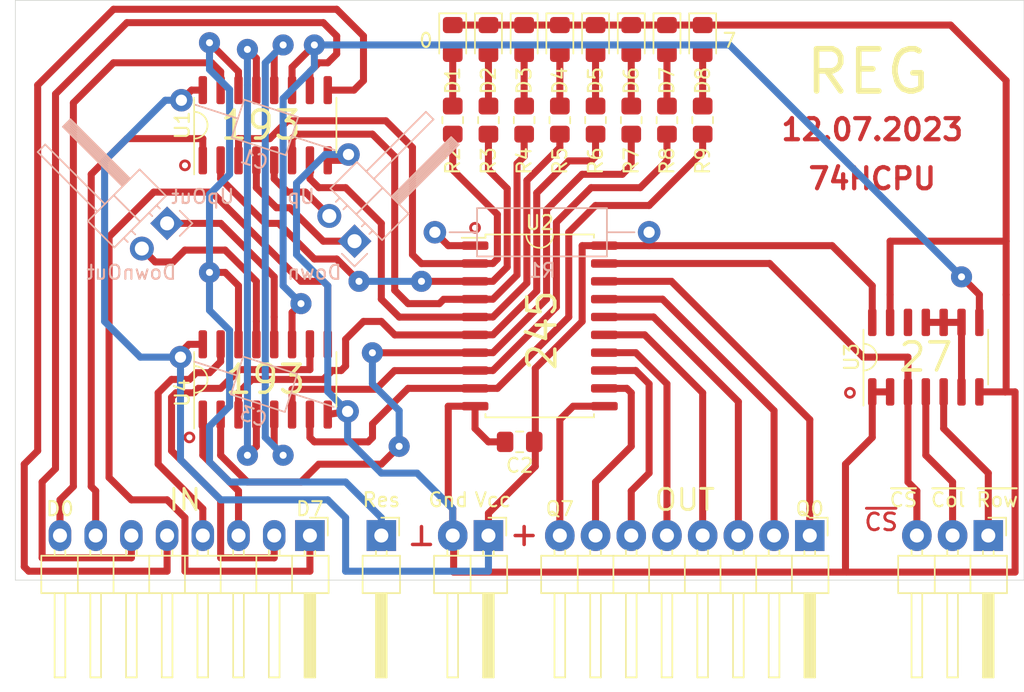
<source format=kicad_pcb>
(kicad_pcb (version 20171130) (host pcbnew "(5.1.8)-1")

  (general
    (thickness 1.6)
    (drawings 38)
    (tracks 409)
    (zones 0)
    (modules 31)
    (nets 49)
  )

  (page A4 portrait)
  (layers
    (0 F.Cu signal)
    (31 B.Cu signal)
    (32 B.Adhes user)
    (33 F.Adhes user)
    (34 B.Paste user)
    (35 F.Paste user)
    (36 B.SilkS user)
    (37 F.SilkS user)
    (38 B.Mask user)
    (39 F.Mask user)
    (40 Dwgs.User user)
    (41 Cmts.User user)
    (42 Eco1.User user)
    (43 Eco2.User user)
    (44 Edge.Cuts user)
    (45 Margin user)
    (46 B.CrtYd user)
    (47 F.CrtYd user)
    (48 B.Fab user)
    (49 F.Fab user)
  )

  (setup
    (last_trace_width 0.25)
    (user_trace_width 0.5)
    (user_trace_width 0.6)
    (trace_clearance 0.2)
    (zone_clearance 0.508)
    (zone_45_only no)
    (trace_min 0.2)
    (via_size 0.8)
    (via_drill 0.4)
    (via_min_size 0.4)
    (via_min_drill 0.3)
    (user_via 1.5 0.5)
    (uvia_size 0.3)
    (uvia_drill 0.1)
    (uvias_allowed no)
    (uvia_min_size 0.2)
    (uvia_min_drill 0.1)
    (edge_width 0.05)
    (segment_width 0.2)
    (pcb_text_width 0.3)
    (pcb_text_size 1.5 1.5)
    (mod_edge_width 0.12)
    (mod_text_size 1 1)
    (mod_text_width 0.15)
    (pad_size 2.2 2.1)
    (pad_drill 1)
    (pad_to_mask_clearance 0)
    (aux_axis_origin 0 0)
    (visible_elements 7FFFFFFF)
    (pcbplotparams
      (layerselection 0x010f0_ffffffff)
      (usegerberextensions false)
      (usegerberattributes true)
      (usegerberadvancedattributes true)
      (creategerberjobfile false)
      (excludeedgelayer true)
      (linewidth 0.100000)
      (plotframeref false)
      (viasonmask false)
      (mode 1)
      (useauxorigin false)
      (hpglpennumber 1)
      (hpglpenspeed 20)
      (hpglpendiameter 15.000000)
      (psnegative false)
      (psa4output false)
      (plotreference true)
      (plotvalue true)
      (plotinvisibletext false)
      (padsonsilk false)
      (subtractmaskfromsilk false)
      (outputformat 1)
      (mirror false)
      (drillshape 0)
      (scaleselection 1)
      (outputdirectory "gerber/"))
  )

  (net 0 "")
  (net 1 VCC)
  (net 2 GND)
  (net 3 /D7)
  (net 4 /D6)
  (net 5 /D5)
  (net 6 /D4)
  (net 7 /D3)
  (net 8 /D2)
  (net 9 /D1)
  (net 10 /D0)
  (net 11 /Q0)
  (net 12 /Q1)
  (net 13 /Q2)
  (net 14 /Q3)
  (net 15 /Q4)
  (net 16 /Q5)
  (net 17 /Q6)
  (net 18 /Q7)
  (net 19 /~Row)
  (net 20 /~Col)
  (net 21 /~CS)
  (net 22 "Net-(D1-Pad2)")
  (net 23 "Net-(D2-Pad2)")
  (net 24 "Net-(D3-Pad2)")
  (net 25 "Net-(D4-Pad2)")
  (net 26 "Net-(D5-Pad2)")
  (net 27 "Net-(D6-Pad2)")
  (net 28 "Net-(D7-Pad2)")
  (net 29 "Net-(D8-Pad2)")
  (net 30 "Net-(R1-Pad1)")
  (net 31 /L0)
  (net 32 /L1)
  (net 33 /L2)
  (net 34 /L3)
  (net 35 /L4)
  (net 36 /L5)
  (net 37 /L6)
  (net 38 /L7)
  (net 39 "Net-(U3-Pad12)")
  (net 40 /Res)
  (net 41 /~LOAD)
  (net 42 /Up)
  (net 43 /Down)
  (net 44 "Net-(U3-Pad10)")
  (net 45 /DownOut)
  (net 46 /UpOut)
  (net 47 /DownLH)
  (net 48 /UpLH)

  (net_class Default "This is the default net class."
    (clearance 0.2)
    (trace_width 0.25)
    (via_dia 0.8)
    (via_drill 0.4)
    (uvia_dia 0.3)
    (uvia_drill 0.1)
    (add_net /D0)
    (add_net /D1)
    (add_net /D2)
    (add_net /D3)
    (add_net /D4)
    (add_net /D5)
    (add_net /D6)
    (add_net /D7)
    (add_net /Down)
    (add_net /DownLH)
    (add_net /DownOut)
    (add_net /L0)
    (add_net /L1)
    (add_net /L2)
    (add_net /L3)
    (add_net /L4)
    (add_net /L5)
    (add_net /L6)
    (add_net /L7)
    (add_net /Q0)
    (add_net /Q1)
    (add_net /Q2)
    (add_net /Q3)
    (add_net /Q4)
    (add_net /Q5)
    (add_net /Q6)
    (add_net /Q7)
    (add_net /Res)
    (add_net /Up)
    (add_net /UpLH)
    (add_net /UpOut)
    (add_net /~CS)
    (add_net /~Col)
    (add_net /~LOAD)
    (add_net /~Row)
    (add_net GND)
    (add_net "Net-(D1-Pad2)")
    (add_net "Net-(D2-Pad2)")
    (add_net "Net-(D3-Pad2)")
    (add_net "Net-(D4-Pad2)")
    (add_net "Net-(D5-Pad2)")
    (add_net "Net-(D6-Pad2)")
    (add_net "Net-(D7-Pad2)")
    (add_net "Net-(D8-Pad2)")
    (add_net "Net-(R1-Pad1)")
    (add_net "Net-(U3-Pad10)")
    (add_net "Net-(U3-Pad12)")
    (add_net VCC)
  )

  (module Resistor_THT:R_Axial_DIN0309_L9.0mm_D3.2mm_P15.24mm_Horizontal (layer B.Cu) (tedit 5AE5139B) (tstamp 63558200)
    (at 80.01 31.75)
    (descr "Resistor, Axial_DIN0309 series, Axial, Horizontal, pin pitch=15.24mm, 0.5W = 1/2W, length*diameter=9*3.2mm^2, http://cdn-reichelt.de/documents/datenblatt/B400/1_4W%23YAG.pdf")
    (tags "Resistor Axial_DIN0309 series Axial Horizontal pin pitch 15.24mm 0.5W = 1/2W length 9mm diameter 3.2mm")
    (path /635595B9)
    (fp_text reference R1 (at 7.62 2.72) (layer B.SilkS)
      (effects (font (size 1 1) (thickness 0.15)) (justify mirror))
    )
    (fp_text value 10k (at 7.62 -2.72) (layer B.Fab)
      (effects (font (size 1 1) (thickness 0.15)) (justify mirror))
    )
    (fp_line (start 16.29 1.85) (end -1.05 1.85) (layer B.CrtYd) (width 0.05))
    (fp_line (start 16.29 -1.85) (end 16.29 1.85) (layer B.CrtYd) (width 0.05))
    (fp_line (start -1.05 -1.85) (end 16.29 -1.85) (layer B.CrtYd) (width 0.05))
    (fp_line (start -1.05 1.85) (end -1.05 -1.85) (layer B.CrtYd) (width 0.05))
    (fp_line (start 14.2 0) (end 12.24 0) (layer B.SilkS) (width 0.12))
    (fp_line (start 1.04 0) (end 3 0) (layer B.SilkS) (width 0.12))
    (fp_line (start 12.24 1.72) (end 3 1.72) (layer B.SilkS) (width 0.12))
    (fp_line (start 12.24 -1.72) (end 12.24 1.72) (layer B.SilkS) (width 0.12))
    (fp_line (start 3 -1.72) (end 12.24 -1.72) (layer B.SilkS) (width 0.12))
    (fp_line (start 3 1.72) (end 3 -1.72) (layer B.SilkS) (width 0.12))
    (fp_line (start 15.24 0) (end 12.12 0) (layer B.Fab) (width 0.1))
    (fp_line (start 0 0) (end 3.12 0) (layer B.Fab) (width 0.1))
    (fp_line (start 12.12 1.6) (end 3.12 1.6) (layer B.Fab) (width 0.1))
    (fp_line (start 12.12 -1.6) (end 12.12 1.6) (layer B.Fab) (width 0.1))
    (fp_line (start 3.12 -1.6) (end 12.12 -1.6) (layer B.Fab) (width 0.1))
    (fp_line (start 3.12 1.6) (end 3.12 -1.6) (layer B.Fab) (width 0.1))
    (fp_text user %R (at 7.62 0) (layer B.Fab)
      (effects (font (size 1 1) (thickness 0.15)) (justify mirror))
    )
    (pad 2 thru_hole oval (at 15.24 0) (size 1.6 1.6) (drill 0.8) (layers *.Cu *.Mask)
      (net 1 VCC))
    (pad 1 thru_hole circle (at 0 0) (size 1.6 1.6) (drill 0.8) (layers *.Cu *.Mask)
      (net 30 "Net-(R1-Pad1)"))
    (model ${KISYS3DMOD}/Resistor_THT.3dshapes/R_Axial_DIN0309_L9.0mm_D3.2mm_P15.24mm_Horizontal.wrl
      (at (xyz 0 0 0))
      (scale (xyz 1 1 1))
      (rotate (xyz 0 0 0))
    )
  )

  (module Capacitor_THT:C_Axial_L3.8mm_D2.6mm_P12.50mm_Horizontal (layer B.Cu) (tedit 5AE50EF0) (tstamp 64AE1E01)
    (at 61.9125 40.64 342)
    (descr "C, Axial series, Axial, Horizontal, pin pitch=12.5mm, , length*diameter=3.8*2.6mm^2, http://www.vishay.com/docs/45231/arseries.pdf")
    (tags "C Axial series Axial Horizontal pin pitch 12.5mm  length 3.8mm diameter 2.6mm")
    (path /64B68F67)
    (fp_text reference C3 (at 6.25 2.42 342) (layer B.SilkS)
      (effects (font (size 1 1) (thickness 0.15)) (justify mirror))
    )
    (fp_text value 0.1uF (at 6.25 -2.42 342) (layer B.Fab)
      (effects (font (size 1 1) (thickness 0.15)) (justify mirror))
    )
    (fp_line (start 4.35 1.3) (end 4.35 -1.3) (layer B.Fab) (width 0.1))
    (fp_line (start 4.35 -1.3) (end 8.15 -1.3) (layer B.Fab) (width 0.1))
    (fp_line (start 8.15 -1.3) (end 8.15 1.3) (layer B.Fab) (width 0.1))
    (fp_line (start 8.15 1.3) (end 4.35 1.3) (layer B.Fab) (width 0.1))
    (fp_line (start 0 0) (end 4.35 0) (layer B.Fab) (width 0.1))
    (fp_line (start 12.5 0) (end 8.15 0) (layer B.Fab) (width 0.1))
    (fp_line (start 4.23 1.42) (end 4.23 -1.42) (layer B.SilkS) (width 0.12))
    (fp_line (start 4.23 -1.42) (end 8.27 -1.42) (layer B.SilkS) (width 0.12))
    (fp_line (start 8.27 -1.42) (end 8.27 1.42) (layer B.SilkS) (width 0.12))
    (fp_line (start 8.27 1.42) (end 4.23 1.42) (layer B.SilkS) (width 0.12))
    (fp_line (start 1.04 0) (end 4.23 0) (layer B.SilkS) (width 0.12))
    (fp_line (start 11.46 0) (end 8.27 0) (layer B.SilkS) (width 0.12))
    (fp_line (start -1.05 1.55) (end -1.05 -1.55) (layer B.CrtYd) (width 0.05))
    (fp_line (start -1.05 -1.55) (end 13.55 -1.55) (layer B.CrtYd) (width 0.05))
    (fp_line (start 13.55 -1.55) (end 13.55 1.55) (layer B.CrtYd) (width 0.05))
    (fp_line (start 13.55 1.55) (end -1.05 1.55) (layer B.CrtYd) (width 0.05))
    (fp_text user %R (at 6.25 0 342) (layer B.Fab)
      (effects (font (size 0.76 0.76) (thickness 0.114)) (justify mirror))
    )
    (pad 2 thru_hole oval (at 12.5 0 342) (size 1.6 1.6) (drill 0.8) (layers *.Cu *.Mask)
      (net 2 GND))
    (pad 1 thru_hole circle (at 0 0 342) (size 1.6 1.6) (drill 0.8) (layers *.Cu *.Mask)
      (net 1 VCC))
    (model ${KISYS3DMOD}/Capacitor_THT.3dshapes/C_Axial_L3.8mm_D2.6mm_P12.50mm_Horizontal.wrl
      (at (xyz 0 0 0))
      (scale (xyz 1 1 1))
      (rotate (xyz 0 0 0))
    )
  )

  (module Capacitor_THT:C_Axial_L3.8mm_D2.6mm_P12.50mm_Horizontal (layer B.Cu) (tedit 5AE50EF0) (tstamp 628D51CF)
    (at 61.976 22.352 342)
    (descr "C, Axial series, Axial, Horizontal, pin pitch=12.5mm, , length*diameter=3.8*2.6mm^2, http://www.vishay.com/docs/45231/arseries.pdf")
    (tags "C Axial series Axial Horizontal pin pitch 12.5mm  length 3.8mm diameter 2.6mm")
    (path /628F1683)
    (fp_text reference C1 (at 6.25 2.42 342) (layer B.SilkS)
      (effects (font (size 1 1) (thickness 0.15)) (justify mirror))
    )
    (fp_text value 0.1uF (at 6.25 -2.42 342) (layer B.Fab)
      (effects (font (size 1 1) (thickness 0.15)) (justify mirror))
    )
    (fp_line (start 13.55 1.55) (end -1.05 1.55) (layer B.CrtYd) (width 0.05))
    (fp_line (start 13.55 -1.55) (end 13.55 1.55) (layer B.CrtYd) (width 0.05))
    (fp_line (start -1.05 -1.55) (end 13.55 -1.55) (layer B.CrtYd) (width 0.05))
    (fp_line (start -1.05 1.55) (end -1.05 -1.55) (layer B.CrtYd) (width 0.05))
    (fp_line (start 11.46 0) (end 8.27 0) (layer B.SilkS) (width 0.12))
    (fp_line (start 1.04 0) (end 4.23 0) (layer B.SilkS) (width 0.12))
    (fp_line (start 8.27 1.42) (end 4.23 1.42) (layer B.SilkS) (width 0.12))
    (fp_line (start 8.27 -1.42) (end 8.27 1.42) (layer B.SilkS) (width 0.12))
    (fp_line (start 4.23 -1.42) (end 8.27 -1.42) (layer B.SilkS) (width 0.12))
    (fp_line (start 4.23 1.42) (end 4.23 -1.42) (layer B.SilkS) (width 0.12))
    (fp_line (start 12.5 0) (end 8.15 0) (layer B.Fab) (width 0.1))
    (fp_line (start 0 0) (end 4.35 0) (layer B.Fab) (width 0.1))
    (fp_line (start 8.15 1.3) (end 4.35 1.3) (layer B.Fab) (width 0.1))
    (fp_line (start 8.15 -1.3) (end 8.15 1.3) (layer B.Fab) (width 0.1))
    (fp_line (start 4.35 -1.3) (end 8.15 -1.3) (layer B.Fab) (width 0.1))
    (fp_line (start 4.35 1.3) (end 4.35 -1.3) (layer B.Fab) (width 0.1))
    (fp_text user %R (at 6.25 0 342) (layer B.Fab)
      (effects (font (size 0.76 0.76) (thickness 0.114)) (justify mirror))
    )
    (pad 2 thru_hole oval (at 12.5 0 342) (size 1.6 1.6) (drill 0.8) (layers *.Cu *.Mask)
      (net 2 GND))
    (pad 1 thru_hole circle (at 0 0 342) (size 1.6 1.6) (drill 0.8) (layers *.Cu *.Mask)
      (net 1 VCC))
    (model ${KISYS3DMOD}/Capacitor_THT.3dshapes/C_Axial_L3.8mm_D2.6mm_P12.50mm_Horizontal.wrl
      (at (xyz 0 0 0))
      (scale (xyz 1 1 1))
      (rotate (xyz 0 0 0))
    )
  )

  (module Package_SO:SOP-16_3.9x9.9mm_P1.27mm (layer F.Cu) (tedit 5F476169) (tstamp 64AC9477)
    (at 67.945 42.2275 90)
    (descr "SOP, 16 Pin (https://www.diodes.com/assets/Datasheets/PAM8403.pdf), generated with kicad-footprint-generator ipc_gullwing_generator.py")
    (tags "SOP SO")
    (path /64AD324A)
    (attr smd)
    (fp_text reference U4 (at -0.9525 -5.9 90) (layer F.SilkS)
      (effects (font (size 1 1) (thickness 0.15)))
    )
    (fp_text value 74LS193 (at 0 1.27) (layer F.Fab)
      (effects (font (size 1 1) (thickness 0.15)))
    )
    (fp_line (start 3.75 -5.2) (end -3.75 -5.2) (layer F.CrtYd) (width 0.05))
    (fp_line (start 3.75 5.2) (end 3.75 -5.2) (layer F.CrtYd) (width 0.05))
    (fp_line (start -3.75 5.2) (end 3.75 5.2) (layer F.CrtYd) (width 0.05))
    (fp_line (start -3.75 -5.2) (end -3.75 5.2) (layer F.CrtYd) (width 0.05))
    (fp_line (start -1.95 -3.975) (end -0.975 -4.95) (layer F.Fab) (width 0.1))
    (fp_line (start -1.95 4.95) (end -1.95 -3.975) (layer F.Fab) (width 0.1))
    (fp_line (start 1.95 4.95) (end -1.95 4.95) (layer F.Fab) (width 0.1))
    (fp_line (start 1.95 -4.95) (end 1.95 4.95) (layer F.Fab) (width 0.1))
    (fp_line (start -0.975 -4.95) (end 1.95 -4.95) (layer F.Fab) (width 0.1))
    (fp_line (start 0 -5.06) (end -3.5 -5.06) (layer F.SilkS) (width 0.12))
    (fp_line (start 0 -5.06) (end 1.95 -5.06) (layer F.SilkS) (width 0.12))
    (fp_line (start 0 5.06) (end -1.95 5.06) (layer F.SilkS) (width 0.12))
    (fp_line (start 0 5.06) (end 1.95 5.06) (layer F.SilkS) (width 0.12))
    (fp_text user %R (at 0 0 90) (layer F.Fab)
      (effects (font (size 0.98 0.98) (thickness 0.15)))
    )
    (pad 16 smd roundrect (at 2.5 -4.445 90) (size 2 0.6) (layers F.Cu F.Paste F.Mask) (roundrect_rratio 0.25)
      (net 1 VCC))
    (pad 15 smd roundrect (at 2.5 -3.175 90) (size 2 0.6) (layers F.Cu F.Paste F.Mask) (roundrect_rratio 0.25)
      (net 6 /D4))
    (pad 14 smd roundrect (at 2.5 -1.905 90) (size 2 0.6) (layers F.Cu F.Paste F.Mask) (roundrect_rratio 0.25)
      (net 40 /Res))
    (pad 13 smd roundrect (at 2.5 -0.635 90) (size 2 0.6) (layers F.Cu F.Paste F.Mask) (roundrect_rratio 0.25)
      (net 45 /DownOut))
    (pad 12 smd roundrect (at 2.5 0.635 90) (size 2 0.6) (layers F.Cu F.Paste F.Mask) (roundrect_rratio 0.25)
      (net 46 /UpOut))
    (pad 11 smd roundrect (at 2.5 1.905 90) (size 2 0.6) (layers F.Cu F.Paste F.Mask) (roundrect_rratio 0.25)
      (net 41 /~LOAD))
    (pad 10 smd roundrect (at 2.5 3.175 90) (size 2 0.6) (layers F.Cu F.Paste F.Mask) (roundrect_rratio 0.25)
      (net 4 /D6))
    (pad 9 smd roundrect (at 2.5 4.445 90) (size 2 0.6) (layers F.Cu F.Paste F.Mask) (roundrect_rratio 0.25)
      (net 3 /D7))
    (pad 8 smd roundrect (at -2.5 4.445 90) (size 2 0.6) (layers F.Cu F.Paste F.Mask) (roundrect_rratio 0.25)
      (net 2 GND))
    (pad 7 smd roundrect (at -2.5 3.175 90) (size 2 0.6) (layers F.Cu F.Paste F.Mask) (roundrect_rratio 0.25)
      (net 38 /L7))
    (pad 6 smd roundrect (at -2.5 1.905 90) (size 2 0.6) (layers F.Cu F.Paste F.Mask) (roundrect_rratio 0.25)
      (net 37 /L6))
    (pad 5 smd roundrect (at -2.5 0.635 90) (size 2 0.6) (layers F.Cu F.Paste F.Mask) (roundrect_rratio 0.25)
      (net 48 /UpLH))
    (pad 4 smd roundrect (at -2.5 -0.635 90) (size 2 0.6) (layers F.Cu F.Paste F.Mask) (roundrect_rratio 0.25)
      (net 47 /DownLH))
    (pad 3 smd roundrect (at -2.5 -1.905 90) (size 2 0.6) (layers F.Cu F.Paste F.Mask) (roundrect_rratio 0.25)
      (net 35 /L4))
    (pad 2 smd roundrect (at -2.5 -3.175 90) (size 2 0.6) (layers F.Cu F.Paste F.Mask) (roundrect_rratio 0.25)
      (net 36 /L5))
    (pad 1 smd roundrect (at -2.5 -4.445 90) (size 2 0.6) (layers F.Cu F.Paste F.Mask) (roundrect_rratio 0.25)
      (net 5 /D5))
    (model ${KISYS3DMOD}/Package_SO.3dshapes/SOP-16_3.9x9.9mm_P1.27mm.wrl
      (at (xyz 0 0 0))
      (scale (xyz 1 1 1))
      (rotate (xyz 0 0 0))
    )
  )

  (module Package_SO:SOP-16_3.9x9.9mm_P1.27mm (layer F.Cu) (tedit 5F476169) (tstamp 64AC93C3)
    (at 67.945 24.13 90)
    (descr "SOP, 16 Pin (https://www.diodes.com/assets/Datasheets/PAM8403.pdf), generated with kicad-footprint-generator ipc_gullwing_generator.py")
    (tags "SOP SO")
    (path /64ACA6DA)
    (attr smd)
    (fp_text reference U1 (at 0 -5.9 90) (layer F.SilkS)
      (effects (font (size 1 1) (thickness 0.15)))
    )
    (fp_text value 74LS193 (at 0 0) (layer F.Fab)
      (effects (font (size 1 1) (thickness 0.15)))
    )
    (fp_line (start 3.75 -5.2) (end -3.75 -5.2) (layer F.CrtYd) (width 0.05))
    (fp_line (start 3.75 5.2) (end 3.75 -5.2) (layer F.CrtYd) (width 0.05))
    (fp_line (start -3.75 5.2) (end 3.75 5.2) (layer F.CrtYd) (width 0.05))
    (fp_line (start -3.75 -5.2) (end -3.75 5.2) (layer F.CrtYd) (width 0.05))
    (fp_line (start -1.95 -3.975) (end -0.975 -4.95) (layer F.Fab) (width 0.1))
    (fp_line (start -1.95 4.95) (end -1.95 -3.975) (layer F.Fab) (width 0.1))
    (fp_line (start 1.95 4.95) (end -1.95 4.95) (layer F.Fab) (width 0.1))
    (fp_line (start 1.95 -4.95) (end 1.95 4.95) (layer F.Fab) (width 0.1))
    (fp_line (start -0.975 -4.95) (end 1.95 -4.95) (layer F.Fab) (width 0.1))
    (fp_line (start 0 -5.06) (end -3.5 -5.06) (layer F.SilkS) (width 0.12))
    (fp_line (start 0 -5.06) (end 1.95 -5.06) (layer F.SilkS) (width 0.12))
    (fp_line (start 0 5.06) (end -1.95 5.06) (layer F.SilkS) (width 0.12))
    (fp_line (start 0 5.06) (end 1.95 5.06) (layer F.SilkS) (width 0.12))
    (fp_text user %R (at 0 0 90) (layer F.Fab)
      (effects (font (size 0.98 0.98) (thickness 0.15)))
    )
    (pad 16 smd roundrect (at 2.5 -4.445 90) (size 2 0.6) (layers F.Cu F.Paste F.Mask) (roundrect_rratio 0.25)
      (net 1 VCC))
    (pad 15 smd roundrect (at 2.5 -3.175 90) (size 2 0.6) (layers F.Cu F.Paste F.Mask) (roundrect_rratio 0.25)
      (net 10 /D0))
    (pad 14 smd roundrect (at 2.5 -1.905 90) (size 2 0.6) (layers F.Cu F.Paste F.Mask) (roundrect_rratio 0.25)
      (net 40 /Res))
    (pad 13 smd roundrect (at 2.5 -0.635 90) (size 2 0.6) (layers F.Cu F.Paste F.Mask) (roundrect_rratio 0.25)
      (net 47 /DownLH))
    (pad 12 smd roundrect (at 2.5 0.635 90) (size 2 0.6) (layers F.Cu F.Paste F.Mask) (roundrect_rratio 0.25)
      (net 48 /UpLH))
    (pad 11 smd roundrect (at 2.5 1.905 90) (size 2 0.6) (layers F.Cu F.Paste F.Mask) (roundrect_rratio 0.25)
      (net 41 /~LOAD))
    (pad 10 smd roundrect (at 2.5 3.175 90) (size 2 0.6) (layers F.Cu F.Paste F.Mask) (roundrect_rratio 0.25)
      (net 8 /D2))
    (pad 9 smd roundrect (at 2.5 4.445 90) (size 2 0.6) (layers F.Cu F.Paste F.Mask) (roundrect_rratio 0.25)
      (net 7 /D3))
    (pad 8 smd roundrect (at -2.5 4.445 90) (size 2 0.6) (layers F.Cu F.Paste F.Mask) (roundrect_rratio 0.25)
      (net 2 GND))
    (pad 7 smd roundrect (at -2.5 3.175 90) (size 2 0.6) (layers F.Cu F.Paste F.Mask) (roundrect_rratio 0.25)
      (net 34 /L3))
    (pad 6 smd roundrect (at -2.5 1.905 90) (size 2 0.6) (layers F.Cu F.Paste F.Mask) (roundrect_rratio 0.25)
      (net 33 /L2))
    (pad 5 smd roundrect (at -2.5 0.635 90) (size 2 0.6) (layers F.Cu F.Paste F.Mask) (roundrect_rratio 0.25)
      (net 42 /Up))
    (pad 4 smd roundrect (at -2.5 -0.635 90) (size 2 0.6) (layers F.Cu F.Paste F.Mask) (roundrect_rratio 0.25)
      (net 43 /Down))
    (pad 3 smd roundrect (at -2.5 -1.905 90) (size 2 0.6) (layers F.Cu F.Paste F.Mask) (roundrect_rratio 0.25)
      (net 31 /L0))
    (pad 2 smd roundrect (at -2.5 -3.175 90) (size 2 0.6) (layers F.Cu F.Paste F.Mask) (roundrect_rratio 0.25)
      (net 32 /L1))
    (pad 1 smd roundrect (at -2.5 -4.445 90) (size 2 0.6) (layers F.Cu F.Paste F.Mask) (roundrect_rratio 0.25)
      (net 9 /D1))
    (model ${KISYS3DMOD}/Package_SO.3dshapes/SOP-16_3.9x9.9mm_P1.27mm.wrl
      (at (xyz 0 0 0))
      (scale (xyz 1 1 1))
      (rotate (xyz 0 0 0))
    )
  )

  (module Capacitor_SMD:C_0805_2012Metric_Pad1.18x1.45mm_HandSolder (layer F.Cu) (tedit 5F68FEEF) (tstamp 636EB57C)
    (at 86.0425 46.6725 180)
    (descr "Capacitor SMD 0805 (2012 Metric), square (rectangular) end terminal, IPC_7351 nominal with elongated pad for handsoldering. (Body size source: IPC-SM-782 page 76, https://www.pcb-3d.com/wordpress/wp-content/uploads/ipc-sm-782a_amendment_1_and_2.pdf, https://docs.google.com/spreadsheets/d/1BsfQQcO9C6DZCsRaXUlFlo91Tg2WpOkGARC1WS5S8t0/edit?usp=sharing), generated with kicad-footprint-generator")
    (tags "capacitor handsolder")
    (path /636EBD1D)
    (attr smd)
    (fp_text reference C2 (at 0 -1.68) (layer F.SilkS)
      (effects (font (size 1 1) (thickness 0.15)))
    )
    (fp_text value 0.1uF (at 0 1.68) (layer F.Fab)
      (effects (font (size 1 1) (thickness 0.15)))
    )
    (fp_line (start 1.88 0.98) (end -1.88 0.98) (layer F.CrtYd) (width 0.05))
    (fp_line (start 1.88 -0.98) (end 1.88 0.98) (layer F.CrtYd) (width 0.05))
    (fp_line (start -1.88 -0.98) (end 1.88 -0.98) (layer F.CrtYd) (width 0.05))
    (fp_line (start -1.88 0.98) (end -1.88 -0.98) (layer F.CrtYd) (width 0.05))
    (fp_line (start -0.261252 0.735) (end 0.261252 0.735) (layer F.SilkS) (width 0.12))
    (fp_line (start -0.261252 -0.735) (end 0.261252 -0.735) (layer F.SilkS) (width 0.12))
    (fp_line (start 1 0.625) (end -1 0.625) (layer F.Fab) (width 0.1))
    (fp_line (start 1 -0.625) (end 1 0.625) (layer F.Fab) (width 0.1))
    (fp_line (start -1 -0.625) (end 1 -0.625) (layer F.Fab) (width 0.1))
    (fp_line (start -1 0.625) (end -1 -0.625) (layer F.Fab) (width 0.1))
    (fp_text user %R (at 0 0) (layer F.Fab)
      (effects (font (size 0.5 0.5) (thickness 0.08)))
    )
    (pad 2 smd roundrect (at 1.0375 0 180) (size 1.175 1.45) (layers F.Cu F.Paste F.Mask) (roundrect_rratio 0.2127659574468085)
      (net 2 GND))
    (pad 1 smd roundrect (at -1.0375 0 180) (size 1.175 1.45) (layers F.Cu F.Paste F.Mask) (roundrect_rratio 0.2127659574468085)
      (net 1 VCC))
    (model ${KISYS3DMOD}/Capacitor_SMD.3dshapes/C_0805_2012Metric.wrl
      (at (xyz 0 0 0))
      (scale (xyz 1 1 1))
      (rotate (xyz 0 0 0))
    )
  )

  (module Resistor_SMD:R_0805_2012Metric_Pad1.20x1.40mm_HandSolder (layer F.Cu) (tedit 5F68FEEE) (tstamp 63558288)
    (at 99.06 23.765 90)
    (descr "Resistor SMD 0805 (2012 Metric), square (rectangular) end terminal, IPC_7351 nominal with elongated pad for handsoldering. (Body size source: IPC-SM-782 page 72, https://www.pcb-3d.com/wordpress/wp-content/uploads/ipc-sm-782a_amendment_1_and_2.pdf), generated with kicad-footprint-generator")
    (tags "resistor handsolder")
    (path /6357BAE6)
    (attr smd)
    (fp_text reference R9 (at -2.905 0 90) (layer F.SilkS)
      (effects (font (size 1 1) (thickness 0.15)))
    )
    (fp_text value 1k (at 0 1.65 90) (layer F.Fab)
      (effects (font (size 1 1) (thickness 0.15)))
    )
    (fp_line (start -1 0.625) (end -1 -0.625) (layer F.Fab) (width 0.1))
    (fp_line (start -1 -0.625) (end 1 -0.625) (layer F.Fab) (width 0.1))
    (fp_line (start 1 -0.625) (end 1 0.625) (layer F.Fab) (width 0.1))
    (fp_line (start 1 0.625) (end -1 0.625) (layer F.Fab) (width 0.1))
    (fp_line (start -0.227064 -0.735) (end 0.227064 -0.735) (layer F.SilkS) (width 0.12))
    (fp_line (start -0.227064 0.735) (end 0.227064 0.735) (layer F.SilkS) (width 0.12))
    (fp_line (start -1.85 0.95) (end -1.85 -0.95) (layer F.CrtYd) (width 0.05))
    (fp_line (start -1.85 -0.95) (end 1.85 -0.95) (layer F.CrtYd) (width 0.05))
    (fp_line (start 1.85 -0.95) (end 1.85 0.95) (layer F.CrtYd) (width 0.05))
    (fp_line (start 1.85 0.95) (end -1.85 0.95) (layer F.CrtYd) (width 0.05))
    (fp_text user %R (at 0 0 90) (layer F.Fab)
      (effects (font (size 0.5 0.5) (thickness 0.08)))
    )
    (pad 2 smd roundrect (at 1 0 90) (size 1.2 1.4) (layers F.Cu F.Paste F.Mask) (roundrect_rratio 0.2083325)
      (net 29 "Net-(D8-Pad2)"))
    (pad 1 smd roundrect (at -1 0 90) (size 1.2 1.4) (layers F.Cu F.Paste F.Mask) (roundrect_rratio 0.2083325)
      (net 38 /L7))
    (model ${KISYS3DMOD}/Resistor_SMD.3dshapes/R_0805_2012Metric.wrl
      (at (xyz 0 0 0))
      (scale (xyz 1 1 1))
      (rotate (xyz 0 0 0))
    )
  )

  (module Resistor_SMD:R_0805_2012Metric_Pad1.20x1.40mm_HandSolder (layer F.Cu) (tedit 5F68FEEE) (tstamp 63558277)
    (at 96.52 23.765 90)
    (descr "Resistor SMD 0805 (2012 Metric), square (rectangular) end terminal, IPC_7351 nominal with elongated pad for handsoldering. (Body size source: IPC-SM-782 page 72, https://www.pcb-3d.com/wordpress/wp-content/uploads/ipc-sm-782a_amendment_1_and_2.pdf), generated with kicad-footprint-generator")
    (tags "resistor handsolder")
    (path /6357BAD4)
    (attr smd)
    (fp_text reference R8 (at -2.905 0 90) (layer F.SilkS)
      (effects (font (size 1 1) (thickness 0.15)))
    )
    (fp_text value 1k (at 0 1.65 90) (layer F.Fab)
      (effects (font (size 1 1) (thickness 0.15)))
    )
    (fp_line (start -1 0.625) (end -1 -0.625) (layer F.Fab) (width 0.1))
    (fp_line (start -1 -0.625) (end 1 -0.625) (layer F.Fab) (width 0.1))
    (fp_line (start 1 -0.625) (end 1 0.625) (layer F.Fab) (width 0.1))
    (fp_line (start 1 0.625) (end -1 0.625) (layer F.Fab) (width 0.1))
    (fp_line (start -0.227064 -0.735) (end 0.227064 -0.735) (layer F.SilkS) (width 0.12))
    (fp_line (start -0.227064 0.735) (end 0.227064 0.735) (layer F.SilkS) (width 0.12))
    (fp_line (start -1.85 0.95) (end -1.85 -0.95) (layer F.CrtYd) (width 0.05))
    (fp_line (start -1.85 -0.95) (end 1.85 -0.95) (layer F.CrtYd) (width 0.05))
    (fp_line (start 1.85 -0.95) (end 1.85 0.95) (layer F.CrtYd) (width 0.05))
    (fp_line (start 1.85 0.95) (end -1.85 0.95) (layer F.CrtYd) (width 0.05))
    (fp_text user %R (at 0 0 90) (layer F.Fab)
      (effects (font (size 0.5 0.5) (thickness 0.08)))
    )
    (pad 2 smd roundrect (at 1 0 90) (size 1.2 1.4) (layers F.Cu F.Paste F.Mask) (roundrect_rratio 0.2083325)
      (net 28 "Net-(D7-Pad2)"))
    (pad 1 smd roundrect (at -1 0 90) (size 1.2 1.4) (layers F.Cu F.Paste F.Mask) (roundrect_rratio 0.2083325)
      (net 37 /L6))
    (model ${KISYS3DMOD}/Resistor_SMD.3dshapes/R_0805_2012Metric.wrl
      (at (xyz 0 0 0))
      (scale (xyz 1 1 1))
      (rotate (xyz 0 0 0))
    )
  )

  (module Resistor_SMD:R_0805_2012Metric_Pad1.20x1.40mm_HandSolder (layer F.Cu) (tedit 5F68FEEE) (tstamp 63558266)
    (at 93.98 23.765 90)
    (descr "Resistor SMD 0805 (2012 Metric), square (rectangular) end terminal, IPC_7351 nominal with elongated pad for handsoldering. (Body size source: IPC-SM-782 page 72, https://www.pcb-3d.com/wordpress/wp-content/uploads/ipc-sm-782a_amendment_1_and_2.pdf), generated with kicad-footprint-generator")
    (tags "resistor handsolder")
    (path /6357BAC2)
    (attr smd)
    (fp_text reference R7 (at -2.905 0 90) (layer F.SilkS)
      (effects (font (size 1 1) (thickness 0.15)))
    )
    (fp_text value 1k (at 0 1.65 90) (layer F.Fab)
      (effects (font (size 1 1) (thickness 0.15)))
    )
    (fp_line (start -1 0.625) (end -1 -0.625) (layer F.Fab) (width 0.1))
    (fp_line (start -1 -0.625) (end 1 -0.625) (layer F.Fab) (width 0.1))
    (fp_line (start 1 -0.625) (end 1 0.625) (layer F.Fab) (width 0.1))
    (fp_line (start 1 0.625) (end -1 0.625) (layer F.Fab) (width 0.1))
    (fp_line (start -0.227064 -0.735) (end 0.227064 -0.735) (layer F.SilkS) (width 0.12))
    (fp_line (start -0.227064 0.735) (end 0.227064 0.735) (layer F.SilkS) (width 0.12))
    (fp_line (start -1.85 0.95) (end -1.85 -0.95) (layer F.CrtYd) (width 0.05))
    (fp_line (start -1.85 -0.95) (end 1.85 -0.95) (layer F.CrtYd) (width 0.05))
    (fp_line (start 1.85 -0.95) (end 1.85 0.95) (layer F.CrtYd) (width 0.05))
    (fp_line (start 1.85 0.95) (end -1.85 0.95) (layer F.CrtYd) (width 0.05))
    (fp_text user %R (at 0 0 90) (layer F.Fab)
      (effects (font (size 0.5 0.5) (thickness 0.08)))
    )
    (pad 2 smd roundrect (at 1 0 90) (size 1.2 1.4) (layers F.Cu F.Paste F.Mask) (roundrect_rratio 0.2083325)
      (net 27 "Net-(D6-Pad2)"))
    (pad 1 smd roundrect (at -1 0 90) (size 1.2 1.4) (layers F.Cu F.Paste F.Mask) (roundrect_rratio 0.2083325)
      (net 36 /L5))
    (model ${KISYS3DMOD}/Resistor_SMD.3dshapes/R_0805_2012Metric.wrl
      (at (xyz 0 0 0))
      (scale (xyz 1 1 1))
      (rotate (xyz 0 0 0))
    )
  )

  (module Resistor_SMD:R_0805_2012Metric_Pad1.20x1.40mm_HandSolder (layer F.Cu) (tedit 5F68FEEE) (tstamp 63558255)
    (at 91.44 23.765 90)
    (descr "Resistor SMD 0805 (2012 Metric), square (rectangular) end terminal, IPC_7351 nominal with elongated pad for handsoldering. (Body size source: IPC-SM-782 page 72, https://www.pcb-3d.com/wordpress/wp-content/uploads/ipc-sm-782a_amendment_1_and_2.pdf), generated with kicad-footprint-generator")
    (tags "resistor handsolder")
    (path /6357BAB0)
    (attr smd)
    (fp_text reference R6 (at -2.905 0 90) (layer F.SilkS)
      (effects (font (size 1 1) (thickness 0.15)))
    )
    (fp_text value 1k (at 0 1.65 90) (layer F.Fab)
      (effects (font (size 1 1) (thickness 0.15)))
    )
    (fp_line (start -1 0.625) (end -1 -0.625) (layer F.Fab) (width 0.1))
    (fp_line (start -1 -0.625) (end 1 -0.625) (layer F.Fab) (width 0.1))
    (fp_line (start 1 -0.625) (end 1 0.625) (layer F.Fab) (width 0.1))
    (fp_line (start 1 0.625) (end -1 0.625) (layer F.Fab) (width 0.1))
    (fp_line (start -0.227064 -0.735) (end 0.227064 -0.735) (layer F.SilkS) (width 0.12))
    (fp_line (start -0.227064 0.735) (end 0.227064 0.735) (layer F.SilkS) (width 0.12))
    (fp_line (start -1.85 0.95) (end -1.85 -0.95) (layer F.CrtYd) (width 0.05))
    (fp_line (start -1.85 -0.95) (end 1.85 -0.95) (layer F.CrtYd) (width 0.05))
    (fp_line (start 1.85 -0.95) (end 1.85 0.95) (layer F.CrtYd) (width 0.05))
    (fp_line (start 1.85 0.95) (end -1.85 0.95) (layer F.CrtYd) (width 0.05))
    (fp_text user %R (at 0 0 90) (layer F.Fab)
      (effects (font (size 0.5 0.5) (thickness 0.08)))
    )
    (pad 2 smd roundrect (at 1 0 90) (size 1.2 1.4) (layers F.Cu F.Paste F.Mask) (roundrect_rratio 0.2083325)
      (net 26 "Net-(D5-Pad2)"))
    (pad 1 smd roundrect (at -1 0 90) (size 1.2 1.4) (layers F.Cu F.Paste F.Mask) (roundrect_rratio 0.2083325)
      (net 35 /L4))
    (model ${KISYS3DMOD}/Resistor_SMD.3dshapes/R_0805_2012Metric.wrl
      (at (xyz 0 0 0))
      (scale (xyz 1 1 1))
      (rotate (xyz 0 0 0))
    )
  )

  (module Resistor_SMD:R_0805_2012Metric_Pad1.20x1.40mm_HandSolder (layer F.Cu) (tedit 5F68FEEE) (tstamp 63558244)
    (at 88.9 23.765 90)
    (descr "Resistor SMD 0805 (2012 Metric), square (rectangular) end terminal, IPC_7351 nominal with elongated pad for handsoldering. (Body size source: IPC-SM-782 page 72, https://www.pcb-3d.com/wordpress/wp-content/uploads/ipc-sm-782a_amendment_1_and_2.pdf), generated with kicad-footprint-generator")
    (tags "resistor handsolder")
    (path /63577066)
    (attr smd)
    (fp_text reference R5 (at -2.905 0 90) (layer F.SilkS)
      (effects (font (size 1 1) (thickness 0.15)))
    )
    (fp_text value 1k (at 0 1.65 90) (layer F.Fab)
      (effects (font (size 1 1) (thickness 0.15)))
    )
    (fp_line (start -1 0.625) (end -1 -0.625) (layer F.Fab) (width 0.1))
    (fp_line (start -1 -0.625) (end 1 -0.625) (layer F.Fab) (width 0.1))
    (fp_line (start 1 -0.625) (end 1 0.625) (layer F.Fab) (width 0.1))
    (fp_line (start 1 0.625) (end -1 0.625) (layer F.Fab) (width 0.1))
    (fp_line (start -0.227064 -0.735) (end 0.227064 -0.735) (layer F.SilkS) (width 0.12))
    (fp_line (start -0.227064 0.735) (end 0.227064 0.735) (layer F.SilkS) (width 0.12))
    (fp_line (start -1.85 0.95) (end -1.85 -0.95) (layer F.CrtYd) (width 0.05))
    (fp_line (start -1.85 -0.95) (end 1.85 -0.95) (layer F.CrtYd) (width 0.05))
    (fp_line (start 1.85 -0.95) (end 1.85 0.95) (layer F.CrtYd) (width 0.05))
    (fp_line (start 1.85 0.95) (end -1.85 0.95) (layer F.CrtYd) (width 0.05))
    (fp_text user %R (at 0 0 90) (layer F.Fab)
      (effects (font (size 0.5 0.5) (thickness 0.08)))
    )
    (pad 2 smd roundrect (at 1 0 90) (size 1.2 1.4) (layers F.Cu F.Paste F.Mask) (roundrect_rratio 0.2083325)
      (net 25 "Net-(D4-Pad2)"))
    (pad 1 smd roundrect (at -1 0 90) (size 1.2 1.4) (layers F.Cu F.Paste F.Mask) (roundrect_rratio 0.2083325)
      (net 34 /L3))
    (model ${KISYS3DMOD}/Resistor_SMD.3dshapes/R_0805_2012Metric.wrl
      (at (xyz 0 0 0))
      (scale (xyz 1 1 1))
      (rotate (xyz 0 0 0))
    )
  )

  (module Resistor_SMD:R_0805_2012Metric_Pad1.20x1.40mm_HandSolder (layer F.Cu) (tedit 5F68FEEE) (tstamp 63558233)
    (at 86.36 23.765 90)
    (descr "Resistor SMD 0805 (2012 Metric), square (rectangular) end terminal, IPC_7351 nominal with elongated pad for handsoldering. (Body size source: IPC-SM-782 page 72, https://www.pcb-3d.com/wordpress/wp-content/uploads/ipc-sm-782a_amendment_1_and_2.pdf), generated with kicad-footprint-generator")
    (tags "resistor handsolder")
    (path /635717BE)
    (attr smd)
    (fp_text reference R4 (at -2.905 0 90) (layer F.SilkS)
      (effects (font (size 1 1) (thickness 0.15)))
    )
    (fp_text value 1k (at 0 1.65 90) (layer F.Fab)
      (effects (font (size 1 1) (thickness 0.15)))
    )
    (fp_line (start -1 0.625) (end -1 -0.625) (layer F.Fab) (width 0.1))
    (fp_line (start -1 -0.625) (end 1 -0.625) (layer F.Fab) (width 0.1))
    (fp_line (start 1 -0.625) (end 1 0.625) (layer F.Fab) (width 0.1))
    (fp_line (start 1 0.625) (end -1 0.625) (layer F.Fab) (width 0.1))
    (fp_line (start -0.227064 -0.735) (end 0.227064 -0.735) (layer F.SilkS) (width 0.12))
    (fp_line (start -0.227064 0.735) (end 0.227064 0.735) (layer F.SilkS) (width 0.12))
    (fp_line (start -1.85 0.95) (end -1.85 -0.95) (layer F.CrtYd) (width 0.05))
    (fp_line (start -1.85 -0.95) (end 1.85 -0.95) (layer F.CrtYd) (width 0.05))
    (fp_line (start 1.85 -0.95) (end 1.85 0.95) (layer F.CrtYd) (width 0.05))
    (fp_line (start 1.85 0.95) (end -1.85 0.95) (layer F.CrtYd) (width 0.05))
    (fp_text user %R (at 0 0 90) (layer F.Fab)
      (effects (font (size 0.5 0.5) (thickness 0.08)))
    )
    (pad 2 smd roundrect (at 1 0 90) (size 1.2 1.4) (layers F.Cu F.Paste F.Mask) (roundrect_rratio 0.2083325)
      (net 24 "Net-(D3-Pad2)"))
    (pad 1 smd roundrect (at -1 0 90) (size 1.2 1.4) (layers F.Cu F.Paste F.Mask) (roundrect_rratio 0.2083325)
      (net 33 /L2))
    (model ${KISYS3DMOD}/Resistor_SMD.3dshapes/R_0805_2012Metric.wrl
      (at (xyz 0 0 0))
      (scale (xyz 1 1 1))
      (rotate (xyz 0 0 0))
    )
  )

  (module Resistor_SMD:R_0805_2012Metric_Pad1.20x1.40mm_HandSolder (layer F.Cu) (tedit 5F68FEEE) (tstamp 63558222)
    (at 83.82 23.765 90)
    (descr "Resistor SMD 0805 (2012 Metric), square (rectangular) end terminal, IPC_7351 nominal with elongated pad for handsoldering. (Body size source: IPC-SM-782 page 72, https://www.pcb-3d.com/wordpress/wp-content/uploads/ipc-sm-782a_amendment_1_and_2.pdf), generated with kicad-footprint-generator")
    (tags "resistor handsolder")
    (path /6357062C)
    (attr smd)
    (fp_text reference R3 (at -2.905 0 90) (layer F.SilkS)
      (effects (font (size 1 1) (thickness 0.15)))
    )
    (fp_text value 1k (at 0 1.65 90) (layer F.Fab)
      (effects (font (size 1 1) (thickness 0.15)))
    )
    (fp_line (start -1 0.625) (end -1 -0.625) (layer F.Fab) (width 0.1))
    (fp_line (start -1 -0.625) (end 1 -0.625) (layer F.Fab) (width 0.1))
    (fp_line (start 1 -0.625) (end 1 0.625) (layer F.Fab) (width 0.1))
    (fp_line (start 1 0.625) (end -1 0.625) (layer F.Fab) (width 0.1))
    (fp_line (start -0.227064 -0.735) (end 0.227064 -0.735) (layer F.SilkS) (width 0.12))
    (fp_line (start -0.227064 0.735) (end 0.227064 0.735) (layer F.SilkS) (width 0.12))
    (fp_line (start -1.85 0.95) (end -1.85 -0.95) (layer F.CrtYd) (width 0.05))
    (fp_line (start -1.85 -0.95) (end 1.85 -0.95) (layer F.CrtYd) (width 0.05))
    (fp_line (start 1.85 -0.95) (end 1.85 0.95) (layer F.CrtYd) (width 0.05))
    (fp_line (start 1.85 0.95) (end -1.85 0.95) (layer F.CrtYd) (width 0.05))
    (fp_text user %R (at 0 0 90) (layer F.Fab)
      (effects (font (size 0.5 0.5) (thickness 0.08)))
    )
    (pad 2 smd roundrect (at 1 0 90) (size 1.2 1.4) (layers F.Cu F.Paste F.Mask) (roundrect_rratio 0.2083325)
      (net 23 "Net-(D2-Pad2)"))
    (pad 1 smd roundrect (at -1 0 90) (size 1.2 1.4) (layers F.Cu F.Paste F.Mask) (roundrect_rratio 0.2083325)
      (net 32 /L1))
    (model ${KISYS3DMOD}/Resistor_SMD.3dshapes/R_0805_2012Metric.wrl
      (at (xyz 0 0 0))
      (scale (xyz 1 1 1))
      (rotate (xyz 0 0 0))
    )
  )

  (module Resistor_SMD:R_0805_2012Metric_Pad1.20x1.40mm_HandSolder (layer F.Cu) (tedit 5F68FEEE) (tstamp 63558211)
    (at 81.28 23.765 90)
    (descr "Resistor SMD 0805 (2012 Metric), square (rectangular) end terminal, IPC_7351 nominal with elongated pad for handsoldering. (Body size source: IPC-SM-782 page 72, https://www.pcb-3d.com/wordpress/wp-content/uploads/ipc-sm-782a_amendment_1_and_2.pdf), generated with kicad-footprint-generator")
    (tags "resistor handsolder")
    (path /6356A96D)
    (attr smd)
    (fp_text reference R2 (at -2.905 0 90) (layer F.SilkS)
      (effects (font (size 1 1) (thickness 0.15)))
    )
    (fp_text value 1k (at 0 1.65 90) (layer F.Fab)
      (effects (font (size 1 1) (thickness 0.15)))
    )
    (fp_line (start -1 0.625) (end -1 -0.625) (layer F.Fab) (width 0.1))
    (fp_line (start -1 -0.625) (end 1 -0.625) (layer F.Fab) (width 0.1))
    (fp_line (start 1 -0.625) (end 1 0.625) (layer F.Fab) (width 0.1))
    (fp_line (start 1 0.625) (end -1 0.625) (layer F.Fab) (width 0.1))
    (fp_line (start -0.227064 -0.735) (end 0.227064 -0.735) (layer F.SilkS) (width 0.12))
    (fp_line (start -0.227064 0.735) (end 0.227064 0.735) (layer F.SilkS) (width 0.12))
    (fp_line (start -1.85 0.95) (end -1.85 -0.95) (layer F.CrtYd) (width 0.05))
    (fp_line (start -1.85 -0.95) (end 1.85 -0.95) (layer F.CrtYd) (width 0.05))
    (fp_line (start 1.85 -0.95) (end 1.85 0.95) (layer F.CrtYd) (width 0.05))
    (fp_line (start 1.85 0.95) (end -1.85 0.95) (layer F.CrtYd) (width 0.05))
    (fp_text user %R (at 0 0 90) (layer F.Fab)
      (effects (font (size 0.5 0.5) (thickness 0.08)))
    )
    (pad 2 smd roundrect (at 1 0 90) (size 1.2 1.4) (layers F.Cu F.Paste F.Mask) (roundrect_rratio 0.2083325)
      (net 22 "Net-(D1-Pad2)"))
    (pad 1 smd roundrect (at -1 0 90) (size 1.2 1.4) (layers F.Cu F.Paste F.Mask) (roundrect_rratio 0.2083325)
      (net 31 /L0))
    (model ${KISYS3DMOD}/Resistor_SMD.3dshapes/R_0805_2012Metric.wrl
      (at (xyz 0 0 0))
      (scale (xyz 1 1 1))
      (rotate (xyz 0 0 0))
    )
  )

  (module LED_SMD:LED_0805_2012Metric_Pad1.15x1.40mm_HandSolder (layer F.Cu) (tedit 5F68FEF1) (tstamp 63557F0D)
    (at 99.06 18.025 270)
    (descr "LED SMD 0805 (2012 Metric), square (rectangular) end terminal, IPC_7351 nominal, (Body size source: https://docs.google.com/spreadsheets/d/1BsfQQcO9C6DZCsRaXUlFlo91Tg2WpOkGARC1WS5S8t0/edit?usp=sharing), generated with kicad-footprint-generator")
    (tags "LED handsolder")
    (path /6357BAEC)
    (attr smd)
    (fp_text reference D8 (at 2.93 0 90) (layer F.SilkS)
      (effects (font (size 1 1) (thickness 0.15)))
    )
    (fp_text value LED (at 0 1.65 90) (layer F.Fab)
      (effects (font (size 1 1) (thickness 0.15)))
    )
    (fp_line (start 1 -0.6) (end -0.7 -0.6) (layer F.Fab) (width 0.1))
    (fp_line (start -0.7 -0.6) (end -1 -0.3) (layer F.Fab) (width 0.1))
    (fp_line (start -1 -0.3) (end -1 0.6) (layer F.Fab) (width 0.1))
    (fp_line (start -1 0.6) (end 1 0.6) (layer F.Fab) (width 0.1))
    (fp_line (start 1 0.6) (end 1 -0.6) (layer F.Fab) (width 0.1))
    (fp_line (start 1 -0.96) (end -1.86 -0.96) (layer F.SilkS) (width 0.12))
    (fp_line (start -1.86 -0.96) (end -1.86 0.96) (layer F.SilkS) (width 0.12))
    (fp_line (start -1.86 0.96) (end 1 0.96) (layer F.SilkS) (width 0.12))
    (fp_line (start -1.85 0.95) (end -1.85 -0.95) (layer F.CrtYd) (width 0.05))
    (fp_line (start -1.85 -0.95) (end 1.85 -0.95) (layer F.CrtYd) (width 0.05))
    (fp_line (start 1.85 -0.95) (end 1.85 0.95) (layer F.CrtYd) (width 0.05))
    (fp_line (start 1.85 0.95) (end -1.85 0.95) (layer F.CrtYd) (width 0.05))
    (fp_text user %R (at 0 0 90) (layer F.Fab)
      (effects (font (size 0.5 0.5) (thickness 0.08)))
    )
    (pad 2 smd roundrect (at 1.025 0 270) (size 1.15 1.4) (layers F.Cu F.Paste F.Mask) (roundrect_rratio 0.2173904347826087)
      (net 29 "Net-(D8-Pad2)"))
    (pad 1 smd roundrect (at -1.025 0 270) (size 1.15 1.4) (layers F.Cu F.Paste F.Mask) (roundrect_rratio 0.2173904347826087)
      (net 2 GND))
    (model ${KISYS3DMOD}/LED_SMD.3dshapes/LED_0805_2012Metric.wrl
      (at (xyz 0 0 0))
      (scale (xyz 1 1 1))
      (rotate (xyz 0 0 0))
    )
  )

  (module LED_SMD:LED_0805_2012Metric_Pad1.15x1.40mm_HandSolder (layer F.Cu) (tedit 5F68FEF1) (tstamp 63557EFA)
    (at 96.52 18.025 270)
    (descr "LED SMD 0805 (2012 Metric), square (rectangular) end terminal, IPC_7351 nominal, (Body size source: https://docs.google.com/spreadsheets/d/1BsfQQcO9C6DZCsRaXUlFlo91Tg2WpOkGARC1WS5S8t0/edit?usp=sharing), generated with kicad-footprint-generator")
    (tags "LED handsolder")
    (path /6357BADA)
    (attr smd)
    (fp_text reference D7 (at 2.93 0 90) (layer F.SilkS)
      (effects (font (size 1 1) (thickness 0.15)))
    )
    (fp_text value LED (at 0 1.65 90) (layer F.Fab)
      (effects (font (size 1 1) (thickness 0.15)))
    )
    (fp_line (start 1 -0.6) (end -0.7 -0.6) (layer F.Fab) (width 0.1))
    (fp_line (start -0.7 -0.6) (end -1 -0.3) (layer F.Fab) (width 0.1))
    (fp_line (start -1 -0.3) (end -1 0.6) (layer F.Fab) (width 0.1))
    (fp_line (start -1 0.6) (end 1 0.6) (layer F.Fab) (width 0.1))
    (fp_line (start 1 0.6) (end 1 -0.6) (layer F.Fab) (width 0.1))
    (fp_line (start 1 -0.96) (end -1.86 -0.96) (layer F.SilkS) (width 0.12))
    (fp_line (start -1.86 -0.96) (end -1.86 0.96) (layer F.SilkS) (width 0.12))
    (fp_line (start -1.86 0.96) (end 1 0.96) (layer F.SilkS) (width 0.12))
    (fp_line (start -1.85 0.95) (end -1.85 -0.95) (layer F.CrtYd) (width 0.05))
    (fp_line (start -1.85 -0.95) (end 1.85 -0.95) (layer F.CrtYd) (width 0.05))
    (fp_line (start 1.85 -0.95) (end 1.85 0.95) (layer F.CrtYd) (width 0.05))
    (fp_line (start 1.85 0.95) (end -1.85 0.95) (layer F.CrtYd) (width 0.05))
    (fp_text user %R (at 0 0 90) (layer F.Fab)
      (effects (font (size 0.5 0.5) (thickness 0.08)))
    )
    (pad 2 smd roundrect (at 1.025 0 270) (size 1.15 1.4) (layers F.Cu F.Paste F.Mask) (roundrect_rratio 0.2173904347826087)
      (net 28 "Net-(D7-Pad2)"))
    (pad 1 smd roundrect (at -1.025 0 270) (size 1.15 1.4) (layers F.Cu F.Paste F.Mask) (roundrect_rratio 0.2173904347826087)
      (net 2 GND))
    (model ${KISYS3DMOD}/LED_SMD.3dshapes/LED_0805_2012Metric.wrl
      (at (xyz 0 0 0))
      (scale (xyz 1 1 1))
      (rotate (xyz 0 0 0))
    )
  )

  (module LED_SMD:LED_0805_2012Metric_Pad1.15x1.40mm_HandSolder (layer F.Cu) (tedit 5F68FEF1) (tstamp 63557EE7)
    (at 93.98 18.025 270)
    (descr "LED SMD 0805 (2012 Metric), square (rectangular) end terminal, IPC_7351 nominal, (Body size source: https://docs.google.com/spreadsheets/d/1BsfQQcO9C6DZCsRaXUlFlo91Tg2WpOkGARC1WS5S8t0/edit?usp=sharing), generated with kicad-footprint-generator")
    (tags "LED handsolder")
    (path /6357BAC8)
    (attr smd)
    (fp_text reference D6 (at 2.93 0 90) (layer F.SilkS)
      (effects (font (size 1 1) (thickness 0.15)))
    )
    (fp_text value LED (at 0 1.65 90) (layer F.Fab)
      (effects (font (size 1 1) (thickness 0.15)))
    )
    (fp_line (start 1 -0.6) (end -0.7 -0.6) (layer F.Fab) (width 0.1))
    (fp_line (start -0.7 -0.6) (end -1 -0.3) (layer F.Fab) (width 0.1))
    (fp_line (start -1 -0.3) (end -1 0.6) (layer F.Fab) (width 0.1))
    (fp_line (start -1 0.6) (end 1 0.6) (layer F.Fab) (width 0.1))
    (fp_line (start 1 0.6) (end 1 -0.6) (layer F.Fab) (width 0.1))
    (fp_line (start 1 -0.96) (end -1.86 -0.96) (layer F.SilkS) (width 0.12))
    (fp_line (start -1.86 -0.96) (end -1.86 0.96) (layer F.SilkS) (width 0.12))
    (fp_line (start -1.86 0.96) (end 1 0.96) (layer F.SilkS) (width 0.12))
    (fp_line (start -1.85 0.95) (end -1.85 -0.95) (layer F.CrtYd) (width 0.05))
    (fp_line (start -1.85 -0.95) (end 1.85 -0.95) (layer F.CrtYd) (width 0.05))
    (fp_line (start 1.85 -0.95) (end 1.85 0.95) (layer F.CrtYd) (width 0.05))
    (fp_line (start 1.85 0.95) (end -1.85 0.95) (layer F.CrtYd) (width 0.05))
    (fp_text user %R (at 0 0 90) (layer F.Fab)
      (effects (font (size 0.5 0.5) (thickness 0.08)))
    )
    (pad 2 smd roundrect (at 1.025 0 270) (size 1.15 1.4) (layers F.Cu F.Paste F.Mask) (roundrect_rratio 0.2173904347826087)
      (net 27 "Net-(D6-Pad2)"))
    (pad 1 smd roundrect (at -1.025 0 270) (size 1.15 1.4) (layers F.Cu F.Paste F.Mask) (roundrect_rratio 0.2173904347826087)
      (net 2 GND))
    (model ${KISYS3DMOD}/LED_SMD.3dshapes/LED_0805_2012Metric.wrl
      (at (xyz 0 0 0))
      (scale (xyz 1 1 1))
      (rotate (xyz 0 0 0))
    )
  )

  (module LED_SMD:LED_0805_2012Metric_Pad1.15x1.40mm_HandSolder (layer F.Cu) (tedit 5F68FEF1) (tstamp 63557ED4)
    (at 91.44 18.025 270)
    (descr "LED SMD 0805 (2012 Metric), square (rectangular) end terminal, IPC_7351 nominal, (Body size source: https://docs.google.com/spreadsheets/d/1BsfQQcO9C6DZCsRaXUlFlo91Tg2WpOkGARC1WS5S8t0/edit?usp=sharing), generated with kicad-footprint-generator")
    (tags "LED handsolder")
    (path /6357BAB6)
    (attr smd)
    (fp_text reference D5 (at 2.93 0 90) (layer F.SilkS)
      (effects (font (size 1 1) (thickness 0.15)))
    )
    (fp_text value LED (at 0 1.65 90) (layer F.Fab)
      (effects (font (size 1 1) (thickness 0.15)))
    )
    (fp_line (start 1 -0.6) (end -0.7 -0.6) (layer F.Fab) (width 0.1))
    (fp_line (start -0.7 -0.6) (end -1 -0.3) (layer F.Fab) (width 0.1))
    (fp_line (start -1 -0.3) (end -1 0.6) (layer F.Fab) (width 0.1))
    (fp_line (start -1 0.6) (end 1 0.6) (layer F.Fab) (width 0.1))
    (fp_line (start 1 0.6) (end 1 -0.6) (layer F.Fab) (width 0.1))
    (fp_line (start 1 -0.96) (end -1.86 -0.96) (layer F.SilkS) (width 0.12))
    (fp_line (start -1.86 -0.96) (end -1.86 0.96) (layer F.SilkS) (width 0.12))
    (fp_line (start -1.86 0.96) (end 1 0.96) (layer F.SilkS) (width 0.12))
    (fp_line (start -1.85 0.95) (end -1.85 -0.95) (layer F.CrtYd) (width 0.05))
    (fp_line (start -1.85 -0.95) (end 1.85 -0.95) (layer F.CrtYd) (width 0.05))
    (fp_line (start 1.85 -0.95) (end 1.85 0.95) (layer F.CrtYd) (width 0.05))
    (fp_line (start 1.85 0.95) (end -1.85 0.95) (layer F.CrtYd) (width 0.05))
    (fp_text user %R (at 0 0 90) (layer F.Fab)
      (effects (font (size 0.5 0.5) (thickness 0.08)))
    )
    (pad 2 smd roundrect (at 1.025 0 270) (size 1.15 1.4) (layers F.Cu F.Paste F.Mask) (roundrect_rratio 0.2173904347826087)
      (net 26 "Net-(D5-Pad2)"))
    (pad 1 smd roundrect (at -1.025 0 270) (size 1.15 1.4) (layers F.Cu F.Paste F.Mask) (roundrect_rratio 0.2173904347826087)
      (net 2 GND))
    (model ${KISYS3DMOD}/LED_SMD.3dshapes/LED_0805_2012Metric.wrl
      (at (xyz 0 0 0))
      (scale (xyz 1 1 1))
      (rotate (xyz 0 0 0))
    )
  )

  (module LED_SMD:LED_0805_2012Metric_Pad1.15x1.40mm_HandSolder (layer F.Cu) (tedit 5F68FEF1) (tstamp 63557EC1)
    (at 88.9 18.025 270)
    (descr "LED SMD 0805 (2012 Metric), square (rectangular) end terminal, IPC_7351 nominal, (Body size source: https://docs.google.com/spreadsheets/d/1BsfQQcO9C6DZCsRaXUlFlo91Tg2WpOkGARC1WS5S8t0/edit?usp=sharing), generated with kicad-footprint-generator")
    (tags "LED handsolder")
    (path /6357706C)
    (attr smd)
    (fp_text reference D4 (at 2.93 0 90) (layer F.SilkS)
      (effects (font (size 1 1) (thickness 0.15)))
    )
    (fp_text value LED (at 0 1.65 90) (layer F.Fab)
      (effects (font (size 1 1) (thickness 0.15)))
    )
    (fp_line (start 1 -0.6) (end -0.7 -0.6) (layer F.Fab) (width 0.1))
    (fp_line (start -0.7 -0.6) (end -1 -0.3) (layer F.Fab) (width 0.1))
    (fp_line (start -1 -0.3) (end -1 0.6) (layer F.Fab) (width 0.1))
    (fp_line (start -1 0.6) (end 1 0.6) (layer F.Fab) (width 0.1))
    (fp_line (start 1 0.6) (end 1 -0.6) (layer F.Fab) (width 0.1))
    (fp_line (start 1 -0.96) (end -1.86 -0.96) (layer F.SilkS) (width 0.12))
    (fp_line (start -1.86 -0.96) (end -1.86 0.96) (layer F.SilkS) (width 0.12))
    (fp_line (start -1.86 0.96) (end 1 0.96) (layer F.SilkS) (width 0.12))
    (fp_line (start -1.85 0.95) (end -1.85 -0.95) (layer F.CrtYd) (width 0.05))
    (fp_line (start -1.85 -0.95) (end 1.85 -0.95) (layer F.CrtYd) (width 0.05))
    (fp_line (start 1.85 -0.95) (end 1.85 0.95) (layer F.CrtYd) (width 0.05))
    (fp_line (start 1.85 0.95) (end -1.85 0.95) (layer F.CrtYd) (width 0.05))
    (fp_text user %R (at 0 0 90) (layer F.Fab)
      (effects (font (size 0.5 0.5) (thickness 0.08)))
    )
    (pad 2 smd roundrect (at 1.025 0 270) (size 1.15 1.4) (layers F.Cu F.Paste F.Mask) (roundrect_rratio 0.2173904347826087)
      (net 25 "Net-(D4-Pad2)"))
    (pad 1 smd roundrect (at -1.025 0 270) (size 1.15 1.4) (layers F.Cu F.Paste F.Mask) (roundrect_rratio 0.2173904347826087)
      (net 2 GND))
    (model ${KISYS3DMOD}/LED_SMD.3dshapes/LED_0805_2012Metric.wrl
      (at (xyz 0 0 0))
      (scale (xyz 1 1 1))
      (rotate (xyz 0 0 0))
    )
  )

  (module LED_SMD:LED_0805_2012Metric_Pad1.15x1.40mm_HandSolder (layer F.Cu) (tedit 5F68FEF1) (tstamp 63557EAE)
    (at 86.36 18.025 270)
    (descr "LED SMD 0805 (2012 Metric), square (rectangular) end terminal, IPC_7351 nominal, (Body size source: https://docs.google.com/spreadsheets/d/1BsfQQcO9C6DZCsRaXUlFlo91Tg2WpOkGARC1WS5S8t0/edit?usp=sharing), generated with kicad-footprint-generator")
    (tags "LED handsolder")
    (path /635717C4)
    (attr smd)
    (fp_text reference D3 (at 2.93 0 90) (layer F.SilkS)
      (effects (font (size 1 1) (thickness 0.15)))
    )
    (fp_text value LED (at 0 1.65 90) (layer F.Fab)
      (effects (font (size 1 1) (thickness 0.15)))
    )
    (fp_line (start 1 -0.6) (end -0.7 -0.6) (layer F.Fab) (width 0.1))
    (fp_line (start -0.7 -0.6) (end -1 -0.3) (layer F.Fab) (width 0.1))
    (fp_line (start -1 -0.3) (end -1 0.6) (layer F.Fab) (width 0.1))
    (fp_line (start -1 0.6) (end 1 0.6) (layer F.Fab) (width 0.1))
    (fp_line (start 1 0.6) (end 1 -0.6) (layer F.Fab) (width 0.1))
    (fp_line (start 1 -0.96) (end -1.86 -0.96) (layer F.SilkS) (width 0.12))
    (fp_line (start -1.86 -0.96) (end -1.86 0.96) (layer F.SilkS) (width 0.12))
    (fp_line (start -1.86 0.96) (end 1 0.96) (layer F.SilkS) (width 0.12))
    (fp_line (start -1.85 0.95) (end -1.85 -0.95) (layer F.CrtYd) (width 0.05))
    (fp_line (start -1.85 -0.95) (end 1.85 -0.95) (layer F.CrtYd) (width 0.05))
    (fp_line (start 1.85 -0.95) (end 1.85 0.95) (layer F.CrtYd) (width 0.05))
    (fp_line (start 1.85 0.95) (end -1.85 0.95) (layer F.CrtYd) (width 0.05))
    (fp_text user %R (at 0 0 90) (layer F.Fab)
      (effects (font (size 0.5 0.5) (thickness 0.08)))
    )
    (pad 2 smd roundrect (at 1.025 0 270) (size 1.15 1.4) (layers F.Cu F.Paste F.Mask) (roundrect_rratio 0.2173904347826087)
      (net 24 "Net-(D3-Pad2)"))
    (pad 1 smd roundrect (at -1.025 0 270) (size 1.15 1.4) (layers F.Cu F.Paste F.Mask) (roundrect_rratio 0.2173904347826087)
      (net 2 GND))
    (model ${KISYS3DMOD}/LED_SMD.3dshapes/LED_0805_2012Metric.wrl
      (at (xyz 0 0 0))
      (scale (xyz 1 1 1))
      (rotate (xyz 0 0 0))
    )
  )

  (module LED_SMD:LED_0805_2012Metric_Pad1.15x1.40mm_HandSolder (layer F.Cu) (tedit 5F68FEF1) (tstamp 63557E9B)
    (at 83.82 18.025 270)
    (descr "LED SMD 0805 (2012 Metric), square (rectangular) end terminal, IPC_7351 nominal, (Body size source: https://docs.google.com/spreadsheets/d/1BsfQQcO9C6DZCsRaXUlFlo91Tg2WpOkGARC1WS5S8t0/edit?usp=sharing), generated with kicad-footprint-generator")
    (tags "LED handsolder")
    (path /63570632)
    (attr smd)
    (fp_text reference D2 (at 2.93 0 90) (layer F.SilkS)
      (effects (font (size 1 1) (thickness 0.15)))
    )
    (fp_text value LED (at 0 1.65 90) (layer F.Fab)
      (effects (font (size 1 1) (thickness 0.15)))
    )
    (fp_line (start 1 -0.6) (end -0.7 -0.6) (layer F.Fab) (width 0.1))
    (fp_line (start -0.7 -0.6) (end -1 -0.3) (layer F.Fab) (width 0.1))
    (fp_line (start -1 -0.3) (end -1 0.6) (layer F.Fab) (width 0.1))
    (fp_line (start -1 0.6) (end 1 0.6) (layer F.Fab) (width 0.1))
    (fp_line (start 1 0.6) (end 1 -0.6) (layer F.Fab) (width 0.1))
    (fp_line (start 1 -0.96) (end -1.86 -0.96) (layer F.SilkS) (width 0.12))
    (fp_line (start -1.86 -0.96) (end -1.86 0.96) (layer F.SilkS) (width 0.12))
    (fp_line (start -1.86 0.96) (end 1 0.96) (layer F.SilkS) (width 0.12))
    (fp_line (start -1.85 0.95) (end -1.85 -0.95) (layer F.CrtYd) (width 0.05))
    (fp_line (start -1.85 -0.95) (end 1.85 -0.95) (layer F.CrtYd) (width 0.05))
    (fp_line (start 1.85 -0.95) (end 1.85 0.95) (layer F.CrtYd) (width 0.05))
    (fp_line (start 1.85 0.95) (end -1.85 0.95) (layer F.CrtYd) (width 0.05))
    (fp_text user %R (at 0 0 90) (layer F.Fab)
      (effects (font (size 0.5 0.5) (thickness 0.08)))
    )
    (pad 2 smd roundrect (at 1.025 0 270) (size 1.15 1.4) (layers F.Cu F.Paste F.Mask) (roundrect_rratio 0.2173904347826087)
      (net 23 "Net-(D2-Pad2)"))
    (pad 1 smd roundrect (at -1.025 0 270) (size 1.15 1.4) (layers F.Cu F.Paste F.Mask) (roundrect_rratio 0.2173904347826087)
      (net 2 GND))
    (model ${KISYS3DMOD}/LED_SMD.3dshapes/LED_0805_2012Metric.wrl
      (at (xyz 0 0 0))
      (scale (xyz 1 1 1))
      (rotate (xyz 0 0 0))
    )
  )

  (module LED_SMD:LED_0805_2012Metric_Pad1.15x1.40mm_HandSolder (layer F.Cu) (tedit 5F68FEF1) (tstamp 63557E88)
    (at 81.28 18.025 270)
    (descr "LED SMD 0805 (2012 Metric), square (rectangular) end terminal, IPC_7351 nominal, (Body size source: https://docs.google.com/spreadsheets/d/1BsfQQcO9C6DZCsRaXUlFlo91Tg2WpOkGARC1WS5S8t0/edit?usp=sharing), generated with kicad-footprint-generator")
    (tags "LED handsolder")
    (path /6356B1AB)
    (attr smd)
    (fp_text reference D1 (at 2.93 0 90) (layer F.SilkS)
      (effects (font (size 1 1) (thickness 0.15)))
    )
    (fp_text value LED (at 0 1.65 90) (layer F.Fab)
      (effects (font (size 1 1) (thickness 0.15)))
    )
    (fp_line (start 1 -0.6) (end -0.7 -0.6) (layer F.Fab) (width 0.1))
    (fp_line (start -0.7 -0.6) (end -1 -0.3) (layer F.Fab) (width 0.1))
    (fp_line (start -1 -0.3) (end -1 0.6) (layer F.Fab) (width 0.1))
    (fp_line (start -1 0.6) (end 1 0.6) (layer F.Fab) (width 0.1))
    (fp_line (start 1 0.6) (end 1 -0.6) (layer F.Fab) (width 0.1))
    (fp_line (start 1 -0.96) (end -1.86 -0.96) (layer F.SilkS) (width 0.12))
    (fp_line (start -1.86 -0.96) (end -1.86 0.96) (layer F.SilkS) (width 0.12))
    (fp_line (start -1.86 0.96) (end 1 0.96) (layer F.SilkS) (width 0.12))
    (fp_line (start -1.85 0.95) (end -1.85 -0.95) (layer F.CrtYd) (width 0.05))
    (fp_line (start -1.85 -0.95) (end 1.85 -0.95) (layer F.CrtYd) (width 0.05))
    (fp_line (start 1.85 -0.95) (end 1.85 0.95) (layer F.CrtYd) (width 0.05))
    (fp_line (start 1.85 0.95) (end -1.85 0.95) (layer F.CrtYd) (width 0.05))
    (fp_text user %R (at 0 0 90) (layer F.Fab)
      (effects (font (size 0.5 0.5) (thickness 0.08)))
    )
    (pad 2 smd roundrect (at 1.025 0 270) (size 1.15 1.4) (layers F.Cu F.Paste F.Mask) (roundrect_rratio 0.2173904347826087)
      (net 22 "Net-(D1-Pad2)"))
    (pad 1 smd roundrect (at -1.025 0 270) (size 1.15 1.4) (layers F.Cu F.Paste F.Mask) (roundrect_rratio 0.2173904347826087)
      (net 2 GND))
    (model ${KISYS3DMOD}/LED_SMD.3dshapes/LED_0805_2012Metric.wrl
      (at (xyz 0 0 0))
      (scale (xyz 1 1 1))
      (rotate (xyz 0 0 0))
    )
  )

  (module Connector_PinHeader_2.54mm:PinHeader_1x08_P2.54mm_Horizontal (layer F.Cu) (tedit 64AD7EFF) (tstamp 628D5250)
    (at 71.12 53.34 270)
    (descr "Through hole angled pin header, 1x08, 2.54mm pitch, 6mm pin length, single row")
    (tags "Through hole angled pin header THT 1x08 2.54mm single row")
    (path /628F385A)
    (fp_text reference J1 (at 0 -2.54 90) (layer F.SilkS) hide
      (effects (font (size 1 1) (thickness 0.15)))
    )
    (fp_text value Conn_01x08_Male (at 1.905 9.525 180) (layer F.Fab)
      (effects (font (size 1 1) (thickness 0.15)))
    )
    (fp_line (start 10.55 -1.8) (end -1.8 -1.8) (layer F.CrtYd) (width 0.05))
    (fp_line (start 10.55 19.55) (end 10.55 -1.8) (layer F.CrtYd) (width 0.05))
    (fp_line (start -1.8 19.55) (end 10.55 19.55) (layer F.CrtYd) (width 0.05))
    (fp_line (start -1.8 -1.8) (end -1.8 19.55) (layer F.CrtYd) (width 0.05))
    (fp_line (start -1.27 -1.27) (end 0 -1.27) (layer F.SilkS) (width 0.12))
    (fp_line (start -1.27 0) (end -1.27 -1.27) (layer F.SilkS) (width 0.12))
    (fp_line (start 1.042929 18.16) (end 1.44 18.16) (layer F.SilkS) (width 0.12))
    (fp_line (start 1.042929 17.4) (end 1.44 17.4) (layer F.SilkS) (width 0.12))
    (fp_line (start 10.1 18.16) (end 4.1 18.16) (layer F.SilkS) (width 0.12))
    (fp_line (start 10.1 17.4) (end 10.1 18.16) (layer F.SilkS) (width 0.12))
    (fp_line (start 4.1 17.4) (end 10.1 17.4) (layer F.SilkS) (width 0.12))
    (fp_line (start 1.44 16.51) (end 4.1 16.51) (layer F.SilkS) (width 0.12))
    (fp_line (start 1.042929 15.62) (end 1.44 15.62) (layer F.SilkS) (width 0.12))
    (fp_line (start 1.042929 14.86) (end 1.44 14.86) (layer F.SilkS) (width 0.12))
    (fp_line (start 10.1 15.62) (end 4.1 15.62) (layer F.SilkS) (width 0.12))
    (fp_line (start 10.1 14.86) (end 10.1 15.62) (layer F.SilkS) (width 0.12))
    (fp_line (start 4.1 14.86) (end 10.1 14.86) (layer F.SilkS) (width 0.12))
    (fp_line (start 1.44 13.97) (end 4.1 13.97) (layer F.SilkS) (width 0.12))
    (fp_line (start 1.042929 13.08) (end 1.44 13.08) (layer F.SilkS) (width 0.12))
    (fp_line (start 1.042929 12.32) (end 1.44 12.32) (layer F.SilkS) (width 0.12))
    (fp_line (start 10.1 13.08) (end 4.1 13.08) (layer F.SilkS) (width 0.12))
    (fp_line (start 10.1 12.32) (end 10.1 13.08) (layer F.SilkS) (width 0.12))
    (fp_line (start 4.1 12.32) (end 10.1 12.32) (layer F.SilkS) (width 0.12))
    (fp_line (start 1.44 11.43) (end 4.1 11.43) (layer F.SilkS) (width 0.12))
    (fp_line (start 1.042929 10.54) (end 1.44 10.54) (layer F.SilkS) (width 0.12))
    (fp_line (start 1.042929 9.78) (end 1.44 9.78) (layer F.SilkS) (width 0.12))
    (fp_line (start 10.1 10.54) (end 4.1 10.54) (layer F.SilkS) (width 0.12))
    (fp_line (start 10.1 9.78) (end 10.1 10.54) (layer F.SilkS) (width 0.12))
    (fp_line (start 4.1 9.78) (end 10.1 9.78) (layer F.SilkS) (width 0.12))
    (fp_line (start 1.44 8.89) (end 4.1 8.89) (layer F.SilkS) (width 0.12))
    (fp_line (start 1.042929 8) (end 1.44 8) (layer F.SilkS) (width 0.12))
    (fp_line (start 1.042929 7.24) (end 1.44 7.24) (layer F.SilkS) (width 0.12))
    (fp_line (start 10.1 8) (end 4.1 8) (layer F.SilkS) (width 0.12))
    (fp_line (start 10.1 7.24) (end 10.1 8) (layer F.SilkS) (width 0.12))
    (fp_line (start 4.1 7.24) (end 10.1 7.24) (layer F.SilkS) (width 0.12))
    (fp_line (start 1.44 6.35) (end 4.1 6.35) (layer F.SilkS) (width 0.12))
    (fp_line (start 1.042929 5.46) (end 1.44 5.46) (layer F.SilkS) (width 0.12))
    (fp_line (start 1.042929 4.7) (end 1.44 4.7) (layer F.SilkS) (width 0.12))
    (fp_line (start 10.1 5.46) (end 4.1 5.46) (layer F.SilkS) (width 0.12))
    (fp_line (start 10.1 4.7) (end 10.1 5.46) (layer F.SilkS) (width 0.12))
    (fp_line (start 4.1 4.7) (end 10.1 4.7) (layer F.SilkS) (width 0.12))
    (fp_line (start 1.44 3.81) (end 4.1 3.81) (layer F.SilkS) (width 0.12))
    (fp_line (start 1.042929 2.92) (end 1.44 2.92) (layer F.SilkS) (width 0.12))
    (fp_line (start 1.042929 2.16) (end 1.44 2.16) (layer F.SilkS) (width 0.12))
    (fp_line (start 10.1 2.92) (end 4.1 2.92) (layer F.SilkS) (width 0.12))
    (fp_line (start 10.1 2.16) (end 10.1 2.92) (layer F.SilkS) (width 0.12))
    (fp_line (start 4.1 2.16) (end 10.1 2.16) (layer F.SilkS) (width 0.12))
    (fp_line (start 1.44 1.27) (end 4.1 1.27) (layer F.SilkS) (width 0.12))
    (fp_line (start 1.11 0.38) (end 1.44 0.38) (layer F.SilkS) (width 0.12))
    (fp_line (start 1.11 -0.38) (end 1.44 -0.38) (layer F.SilkS) (width 0.12))
    (fp_line (start 4.1 0.28) (end 10.1 0.28) (layer F.SilkS) (width 0.12))
    (fp_line (start 4.1 0.16) (end 10.1 0.16) (layer F.SilkS) (width 0.12))
    (fp_line (start 4.1 0.04) (end 10.1 0.04) (layer F.SilkS) (width 0.12))
    (fp_line (start 4.1 -0.08) (end 10.1 -0.08) (layer F.SilkS) (width 0.12))
    (fp_line (start 4.1 -0.2) (end 10.1 -0.2) (layer F.SilkS) (width 0.12))
    (fp_line (start 4.1 -0.32) (end 10.1 -0.32) (layer F.SilkS) (width 0.12))
    (fp_line (start 10.1 0.38) (end 4.1 0.38) (layer F.SilkS) (width 0.12))
    (fp_line (start 10.1 -0.38) (end 10.1 0.38) (layer F.SilkS) (width 0.12))
    (fp_line (start 4.1 -0.38) (end 10.1 -0.38) (layer F.SilkS) (width 0.12))
    (fp_line (start 4.1 -1.33) (end 1.44 -1.33) (layer F.SilkS) (width 0.12))
    (fp_line (start 4.1 19.11) (end 4.1 -1.33) (layer F.SilkS) (width 0.12))
    (fp_line (start 1.44 19.11) (end 4.1 19.11) (layer F.SilkS) (width 0.12))
    (fp_line (start 1.44 -1.33) (end 1.44 19.11) (layer F.SilkS) (width 0.12))
    (fp_line (start 4.04 18.1) (end 10.04 18.1) (layer F.Fab) (width 0.1))
    (fp_line (start 10.04 17.46) (end 10.04 18.1) (layer F.Fab) (width 0.1))
    (fp_line (start 4.04 17.46) (end 10.04 17.46) (layer F.Fab) (width 0.1))
    (fp_line (start -0.32 18.1) (end 1.5 18.1) (layer F.Fab) (width 0.1))
    (fp_line (start -0.32 17.46) (end -0.32 18.1) (layer F.Fab) (width 0.1))
    (fp_line (start -0.32 17.46) (end 1.5 17.46) (layer F.Fab) (width 0.1))
    (fp_line (start 4.04 15.56) (end 10.04 15.56) (layer F.Fab) (width 0.1))
    (fp_line (start 10.04 14.92) (end 10.04 15.56) (layer F.Fab) (width 0.1))
    (fp_line (start 4.04 14.92) (end 10.04 14.92) (layer F.Fab) (width 0.1))
    (fp_line (start -0.32 15.56) (end 1.5 15.56) (layer F.Fab) (width 0.1))
    (fp_line (start -0.32 14.92) (end -0.32 15.56) (layer F.Fab) (width 0.1))
    (fp_line (start -0.32 14.92) (end 1.5 14.92) (layer F.Fab) (width 0.1))
    (fp_line (start 4.04 13.02) (end 10.04 13.02) (layer F.Fab) (width 0.1))
    (fp_line (start 10.04 12.38) (end 10.04 13.02) (layer F.Fab) (width 0.1))
    (fp_line (start 4.04 12.38) (end 10.04 12.38) (layer F.Fab) (width 0.1))
    (fp_line (start -0.32 13.02) (end 1.5 13.02) (layer F.Fab) (width 0.1))
    (fp_line (start -0.32 12.38) (end -0.32 13.02) (layer F.Fab) (width 0.1))
    (fp_line (start -0.32 12.38) (end 1.5 12.38) (layer F.Fab) (width 0.1))
    (fp_line (start 4.04 10.48) (end 10.04 10.48) (layer F.Fab) (width 0.1))
    (fp_line (start 10.04 9.84) (end 10.04 10.48) (layer F.Fab) (width 0.1))
    (fp_line (start 4.04 9.84) (end 10.04 9.84) (layer F.Fab) (width 0.1))
    (fp_line (start -0.32 10.48) (end 1.5 10.48) (layer F.Fab) (width 0.1))
    (fp_line (start -0.32 9.84) (end -0.32 10.48) (layer F.Fab) (width 0.1))
    (fp_line (start -0.32 9.84) (end 1.5 9.84) (layer F.Fab) (width 0.1))
    (fp_line (start 4.04 7.94) (end 10.04 7.94) (layer F.Fab) (width 0.1))
    (fp_line (start 10.04 7.3) (end 10.04 7.94) (layer F.Fab) (width 0.1))
    (fp_line (start 4.04 7.3) (end 10.04 7.3) (layer F.Fab) (width 0.1))
    (fp_line (start -0.32 7.94) (end 1.5 7.94) (layer F.Fab) (width 0.1))
    (fp_line (start -0.32 7.3) (end -0.32 7.94) (layer F.Fab) (width 0.1))
    (fp_line (start -0.32 7.3) (end 1.5 7.3) (layer F.Fab) (width 0.1))
    (fp_line (start 4.04 5.4) (end 10.04 5.4) (layer F.Fab) (width 0.1))
    (fp_line (start 10.04 4.76) (end 10.04 5.4) (layer F.Fab) (width 0.1))
    (fp_line (start 4.04 4.76) (end 10.04 4.76) (layer F.Fab) (width 0.1))
    (fp_line (start -0.32 5.4) (end 1.5 5.4) (layer F.Fab) (width 0.1))
    (fp_line (start -0.32 4.76) (end -0.32 5.4) (layer F.Fab) (width 0.1))
    (fp_line (start -0.32 4.76) (end 1.5 4.76) (layer F.Fab) (width 0.1))
    (fp_line (start 4.04 2.86) (end 10.04 2.86) (layer F.Fab) (width 0.1))
    (fp_line (start 10.04 2.22) (end 10.04 2.86) (layer F.Fab) (width 0.1))
    (fp_line (start 4.04 2.22) (end 10.04 2.22) (layer F.Fab) (width 0.1))
    (fp_line (start -0.32 2.86) (end 1.5 2.86) (layer F.Fab) (width 0.1))
    (fp_line (start -0.32 2.22) (end -0.32 2.86) (layer F.Fab) (width 0.1))
    (fp_line (start -0.32 2.22) (end 1.5 2.22) (layer F.Fab) (width 0.1))
    (fp_line (start 4.04 0.32) (end 10.04 0.32) (layer F.Fab) (width 0.1))
    (fp_line (start 10.04 -0.32) (end 10.04 0.32) (layer F.Fab) (width 0.1))
    (fp_line (start 4.04 -0.32) (end 10.04 -0.32) (layer F.Fab) (width 0.1))
    (fp_line (start -0.32 0.32) (end 1.5 0.32) (layer F.Fab) (width 0.1))
    (fp_line (start -0.32 -0.32) (end -0.32 0.32) (layer F.Fab) (width 0.1))
    (fp_line (start -0.32 -0.32) (end 1.5 -0.32) (layer F.Fab) (width 0.1))
    (fp_line (start 1.5 -0.635) (end 2.135 -1.27) (layer F.Fab) (width 0.1))
    (fp_line (start 1.5 19.05) (end 1.5 -0.635) (layer F.Fab) (width 0.1))
    (fp_line (start 4.04 19.05) (end 1.5 19.05) (layer F.Fab) (width 0.1))
    (fp_line (start 4.04 -1.27) (end 4.04 19.05) (layer F.Fab) (width 0.1))
    (fp_line (start 2.135 -1.27) (end 4.04 -1.27) (layer F.Fab) (width 0.1))
    (fp_text user %R (at 2.77 8.89) (layer F.Fab)
      (effects (font (size 1 1) (thickness 0.15)))
    )
    (pad 1 thru_hole rect (at 0 0 270) (size 2.2 2.1) (drill 1) (layers *.Cu *.Mask)
      (net 3 /D7))
    (pad 2 thru_hole oval (at 0 2.54 270) (size 2.2 1.6) (drill 1) (layers *.Cu *.Mask)
      (net 4 /D6))
    (pad 3 thru_hole oval (at 0 5.08 270) (size 2.2 1.6) (drill 1) (layers *.Cu *.Mask)
      (net 5 /D5))
    (pad 4 thru_hole oval (at 0 7.62 270) (size 2.2 1.6) (drill 1) (layers *.Cu *.Mask)
      (net 6 /D4))
    (pad 5 thru_hole oval (at 0 10.16 270) (size 2.2 1.6) (drill 1) (layers *.Cu *.Mask)
      (net 7 /D3))
    (pad 6 thru_hole oval (at 0 12.7 270) (size 2.2 1.6) (drill 1) (layers *.Cu *.Mask)
      (net 8 /D2))
    (pad 7 thru_hole oval (at 0 15.24 270) (size 2.2 1.6) (drill 1) (layers *.Cu *.Mask)
      (net 9 /D1))
    (pad 8 thru_hole oval (at 0 17.78 270) (size 2.2 1.6) (drill 1) (layers *.Cu *.Mask)
      (net 10 /D0))
    (model ${KISYS3DMOD}/Connector_PinHeader_2.54mm.3dshapes/PinHeader_1x08_P2.54mm_Horizontal.wrl
      (at (xyz 0 0 0))
      (scale (xyz 1 1 1))
      (rotate (xyz 0 0 0))
    )
  )

  (module Connector_PinHeader_2.54mm:PinHeader_1x08_P2.54mm_Horizontal (layer F.Cu) (tedit 59FED5CB) (tstamp 628D52D1)
    (at 106.68 53.34 270)
    (descr "Through hole angled pin header, 1x08, 2.54mm pitch, 6mm pin length, single row")
    (tags "Through hole angled pin header THT 1x08 2.54mm single row")
    (path /628F627D)
    (fp_text reference J2 (at 0 -2.54 90) (layer F.SilkS) hide
      (effects (font (size 1 1) (thickness 0.15)))
    )
    (fp_text value Conn_01x08_Male (at 1.905 8.89 180) (layer F.Fab)
      (effects (font (size 1 1) (thickness 0.15)))
    )
    (fp_line (start 2.135 -1.27) (end 4.04 -1.27) (layer F.Fab) (width 0.1))
    (fp_line (start 4.04 -1.27) (end 4.04 19.05) (layer F.Fab) (width 0.1))
    (fp_line (start 4.04 19.05) (end 1.5 19.05) (layer F.Fab) (width 0.1))
    (fp_line (start 1.5 19.05) (end 1.5 -0.635) (layer F.Fab) (width 0.1))
    (fp_line (start 1.5 -0.635) (end 2.135 -1.27) (layer F.Fab) (width 0.1))
    (fp_line (start -0.32 -0.32) (end 1.5 -0.32) (layer F.Fab) (width 0.1))
    (fp_line (start -0.32 -0.32) (end -0.32 0.32) (layer F.Fab) (width 0.1))
    (fp_line (start -0.32 0.32) (end 1.5 0.32) (layer F.Fab) (width 0.1))
    (fp_line (start 4.04 -0.32) (end 10.04 -0.32) (layer F.Fab) (width 0.1))
    (fp_line (start 10.04 -0.32) (end 10.04 0.32) (layer F.Fab) (width 0.1))
    (fp_line (start 4.04 0.32) (end 10.04 0.32) (layer F.Fab) (width 0.1))
    (fp_line (start -0.32 2.22) (end 1.5 2.22) (layer F.Fab) (width 0.1))
    (fp_line (start -0.32 2.22) (end -0.32 2.86) (layer F.Fab) (width 0.1))
    (fp_line (start -0.32 2.86) (end 1.5 2.86) (layer F.Fab) (width 0.1))
    (fp_line (start 4.04 2.22) (end 10.04 2.22) (layer F.Fab) (width 0.1))
    (fp_line (start 10.04 2.22) (end 10.04 2.86) (layer F.Fab) (width 0.1))
    (fp_line (start 4.04 2.86) (end 10.04 2.86) (layer F.Fab) (width 0.1))
    (fp_line (start -0.32 4.76) (end 1.5 4.76) (layer F.Fab) (width 0.1))
    (fp_line (start -0.32 4.76) (end -0.32 5.4) (layer F.Fab) (width 0.1))
    (fp_line (start -0.32 5.4) (end 1.5 5.4) (layer F.Fab) (width 0.1))
    (fp_line (start 4.04 4.76) (end 10.04 4.76) (layer F.Fab) (width 0.1))
    (fp_line (start 10.04 4.76) (end 10.04 5.4) (layer F.Fab) (width 0.1))
    (fp_line (start 4.04 5.4) (end 10.04 5.4) (layer F.Fab) (width 0.1))
    (fp_line (start -0.32 7.3) (end 1.5 7.3) (layer F.Fab) (width 0.1))
    (fp_line (start -0.32 7.3) (end -0.32 7.94) (layer F.Fab) (width 0.1))
    (fp_line (start -0.32 7.94) (end 1.5 7.94) (layer F.Fab) (width 0.1))
    (fp_line (start 4.04 7.3) (end 10.04 7.3) (layer F.Fab) (width 0.1))
    (fp_line (start 10.04 7.3) (end 10.04 7.94) (layer F.Fab) (width 0.1))
    (fp_line (start 4.04 7.94) (end 10.04 7.94) (layer F.Fab) (width 0.1))
    (fp_line (start -0.32 9.84) (end 1.5 9.84) (layer F.Fab) (width 0.1))
    (fp_line (start -0.32 9.84) (end -0.32 10.48) (layer F.Fab) (width 0.1))
    (fp_line (start -0.32 10.48) (end 1.5 10.48) (layer F.Fab) (width 0.1))
    (fp_line (start 4.04 9.84) (end 10.04 9.84) (layer F.Fab) (width 0.1))
    (fp_line (start 10.04 9.84) (end 10.04 10.48) (layer F.Fab) (width 0.1))
    (fp_line (start 4.04 10.48) (end 10.04 10.48) (layer F.Fab) (width 0.1))
    (fp_line (start -0.32 12.38) (end 1.5 12.38) (layer F.Fab) (width 0.1))
    (fp_line (start -0.32 12.38) (end -0.32 13.02) (layer F.Fab) (width 0.1))
    (fp_line (start -0.32 13.02) (end 1.5 13.02) (layer F.Fab) (width 0.1))
    (fp_line (start 4.04 12.38) (end 10.04 12.38) (layer F.Fab) (width 0.1))
    (fp_line (start 10.04 12.38) (end 10.04 13.02) (layer F.Fab) (width 0.1))
    (fp_line (start 4.04 13.02) (end 10.04 13.02) (layer F.Fab) (width 0.1))
    (fp_line (start -0.32 14.92) (end 1.5 14.92) (layer F.Fab) (width 0.1))
    (fp_line (start -0.32 14.92) (end -0.32 15.56) (layer F.Fab) (width 0.1))
    (fp_line (start -0.32 15.56) (end 1.5 15.56) (layer F.Fab) (width 0.1))
    (fp_line (start 4.04 14.92) (end 10.04 14.92) (layer F.Fab) (width 0.1))
    (fp_line (start 10.04 14.92) (end 10.04 15.56) (layer F.Fab) (width 0.1))
    (fp_line (start 4.04 15.56) (end 10.04 15.56) (layer F.Fab) (width 0.1))
    (fp_line (start -0.32 17.46) (end 1.5 17.46) (layer F.Fab) (width 0.1))
    (fp_line (start -0.32 17.46) (end -0.32 18.1) (layer F.Fab) (width 0.1))
    (fp_line (start -0.32 18.1) (end 1.5 18.1) (layer F.Fab) (width 0.1))
    (fp_line (start 4.04 17.46) (end 10.04 17.46) (layer F.Fab) (width 0.1))
    (fp_line (start 10.04 17.46) (end 10.04 18.1) (layer F.Fab) (width 0.1))
    (fp_line (start 4.04 18.1) (end 10.04 18.1) (layer F.Fab) (width 0.1))
    (fp_line (start 1.44 -1.33) (end 1.44 19.11) (layer F.SilkS) (width 0.12))
    (fp_line (start 1.44 19.11) (end 4.1 19.11) (layer F.SilkS) (width 0.12))
    (fp_line (start 4.1 19.11) (end 4.1 -1.33) (layer F.SilkS) (width 0.12))
    (fp_line (start 4.1 -1.33) (end 1.44 -1.33) (layer F.SilkS) (width 0.12))
    (fp_line (start 4.1 -0.38) (end 10.1 -0.38) (layer F.SilkS) (width 0.12))
    (fp_line (start 10.1 -0.38) (end 10.1 0.38) (layer F.SilkS) (width 0.12))
    (fp_line (start 10.1 0.38) (end 4.1 0.38) (layer F.SilkS) (width 0.12))
    (fp_line (start 4.1 -0.32) (end 10.1 -0.32) (layer F.SilkS) (width 0.12))
    (fp_line (start 4.1 -0.2) (end 10.1 -0.2) (layer F.SilkS) (width 0.12))
    (fp_line (start 4.1 -0.08) (end 10.1 -0.08) (layer F.SilkS) (width 0.12))
    (fp_line (start 4.1 0.04) (end 10.1 0.04) (layer F.SilkS) (width 0.12))
    (fp_line (start 4.1 0.16) (end 10.1 0.16) (layer F.SilkS) (width 0.12))
    (fp_line (start 4.1 0.28) (end 10.1 0.28) (layer F.SilkS) (width 0.12))
    (fp_line (start 1.11 -0.38) (end 1.44 -0.38) (layer F.SilkS) (width 0.12))
    (fp_line (start 1.11 0.38) (end 1.44 0.38) (layer F.SilkS) (width 0.12))
    (fp_line (start 1.44 1.27) (end 4.1 1.27) (layer F.SilkS) (width 0.12))
    (fp_line (start 4.1 2.16) (end 10.1 2.16) (layer F.SilkS) (width 0.12))
    (fp_line (start 10.1 2.16) (end 10.1 2.92) (layer F.SilkS) (width 0.12))
    (fp_line (start 10.1 2.92) (end 4.1 2.92) (layer F.SilkS) (width 0.12))
    (fp_line (start 1.042929 2.16) (end 1.44 2.16) (layer F.SilkS) (width 0.12))
    (fp_line (start 1.042929 2.92) (end 1.44 2.92) (layer F.SilkS) (width 0.12))
    (fp_line (start 1.44 3.81) (end 4.1 3.81) (layer F.SilkS) (width 0.12))
    (fp_line (start 4.1 4.7) (end 10.1 4.7) (layer F.SilkS) (width 0.12))
    (fp_line (start 10.1 4.7) (end 10.1 5.46) (layer F.SilkS) (width 0.12))
    (fp_line (start 10.1 5.46) (end 4.1 5.46) (layer F.SilkS) (width 0.12))
    (fp_line (start 1.042929 4.7) (end 1.44 4.7) (layer F.SilkS) (width 0.12))
    (fp_line (start 1.042929 5.46) (end 1.44 5.46) (layer F.SilkS) (width 0.12))
    (fp_line (start 1.44 6.35) (end 4.1 6.35) (layer F.SilkS) (width 0.12))
    (fp_line (start 4.1 7.24) (end 10.1 7.24) (layer F.SilkS) (width 0.12))
    (fp_line (start 10.1 7.24) (end 10.1 8) (layer F.SilkS) (width 0.12))
    (fp_line (start 10.1 8) (end 4.1 8) (layer F.SilkS) (width 0.12))
    (fp_line (start 1.042929 7.24) (end 1.44 7.24) (layer F.SilkS) (width 0.12))
    (fp_line (start 1.042929 8) (end 1.44 8) (layer F.SilkS) (width 0.12))
    (fp_line (start 1.44 8.89) (end 4.1 8.89) (layer F.SilkS) (width 0.12))
    (fp_line (start 4.1 9.78) (end 10.1 9.78) (layer F.SilkS) (width 0.12))
    (fp_line (start 10.1 9.78) (end 10.1 10.54) (layer F.SilkS) (width 0.12))
    (fp_line (start 10.1 10.54) (end 4.1 10.54) (layer F.SilkS) (width 0.12))
    (fp_line (start 1.042929 9.78) (end 1.44 9.78) (layer F.SilkS) (width 0.12))
    (fp_line (start 1.042929 10.54) (end 1.44 10.54) (layer F.SilkS) (width 0.12))
    (fp_line (start 1.44 11.43) (end 4.1 11.43) (layer F.SilkS) (width 0.12))
    (fp_line (start 4.1 12.32) (end 10.1 12.32) (layer F.SilkS) (width 0.12))
    (fp_line (start 10.1 12.32) (end 10.1 13.08) (layer F.SilkS) (width 0.12))
    (fp_line (start 10.1 13.08) (end 4.1 13.08) (layer F.SilkS) (width 0.12))
    (fp_line (start 1.042929 12.32) (end 1.44 12.32) (layer F.SilkS) (width 0.12))
    (fp_line (start 1.042929 13.08) (end 1.44 13.08) (layer F.SilkS) (width 0.12))
    (fp_line (start 1.44 13.97) (end 4.1 13.97) (layer F.SilkS) (width 0.12))
    (fp_line (start 4.1 14.86) (end 10.1 14.86) (layer F.SilkS) (width 0.12))
    (fp_line (start 10.1 14.86) (end 10.1 15.62) (layer F.SilkS) (width 0.12))
    (fp_line (start 10.1 15.62) (end 4.1 15.62) (layer F.SilkS) (width 0.12))
    (fp_line (start 1.042929 14.86) (end 1.44 14.86) (layer F.SilkS) (width 0.12))
    (fp_line (start 1.042929 15.62) (end 1.44 15.62) (layer F.SilkS) (width 0.12))
    (fp_line (start 1.44 16.51) (end 4.1 16.51) (layer F.SilkS) (width 0.12))
    (fp_line (start 4.1 17.4) (end 10.1 17.4) (layer F.SilkS) (width 0.12))
    (fp_line (start 10.1 17.4) (end 10.1 18.16) (layer F.SilkS) (width 0.12))
    (fp_line (start 10.1 18.16) (end 4.1 18.16) (layer F.SilkS) (width 0.12))
    (fp_line (start 1.042929 17.4) (end 1.44 17.4) (layer F.SilkS) (width 0.12))
    (fp_line (start 1.042929 18.16) (end 1.44 18.16) (layer F.SilkS) (width 0.12))
    (fp_line (start -1.27 0) (end -1.27 -1.27) (layer F.SilkS) (width 0.12))
    (fp_line (start -1.27 -1.27) (end 0 -1.27) (layer F.SilkS) (width 0.12))
    (fp_line (start -1.8 -1.8) (end -1.8 19.55) (layer F.CrtYd) (width 0.05))
    (fp_line (start -1.8 19.55) (end 10.55 19.55) (layer F.CrtYd) (width 0.05))
    (fp_line (start 10.55 19.55) (end 10.55 -1.8) (layer F.CrtYd) (width 0.05))
    (fp_line (start 10.55 -1.8) (end -1.8 -1.8) (layer F.CrtYd) (width 0.05))
    (fp_text user %R (at 2.77 8.89) (layer F.Fab)
      (effects (font (size 1 1) (thickness 0.15)))
    )
    (pad 8 thru_hole oval (at 0 17.78 270) (size 2.2 2.1) (drill 1) (layers *.Cu *.Mask)
      (net 18 /Q7))
    (pad 7 thru_hole oval (at 0 15.24 270) (size 2.2 2.1) (drill 1) (layers *.Cu *.Mask)
      (net 17 /Q6))
    (pad 6 thru_hole oval (at 0 12.7 270) (size 2.2 2.1) (drill 1) (layers *.Cu *.Mask)
      (net 16 /Q5))
    (pad 5 thru_hole oval (at 0 10.16 270) (size 2.2 2.1) (drill 1) (layers *.Cu *.Mask)
      (net 15 /Q4))
    (pad 4 thru_hole oval (at 0 7.62 270) (size 2.2 2.1) (drill 1) (layers *.Cu *.Mask)
      (net 14 /Q3))
    (pad 3 thru_hole oval (at 0 5.08 270) (size 2.2 2.1) (drill 1) (layers *.Cu *.Mask)
      (net 13 /Q2))
    (pad 2 thru_hole oval (at 0 2.54 270) (size 2.2 2.1) (drill 1) (layers *.Cu *.Mask)
      (net 12 /Q1))
    (pad 1 thru_hole rect (at 0 0 270) (size 2.2 2.1) (drill 1) (layers *.Cu *.Mask)
      (net 11 /Q0))
    (model ${KISYS3DMOD}/Connector_PinHeader_2.54mm.3dshapes/PinHeader_1x08_P2.54mm_Horizontal.wrl
      (at (xyz 0 0 0))
      (scale (xyz 1 1 1))
      (rotate (xyz 0 0 0))
    )
  )

  (module Connector_PinHeader_2.54mm:PinHeader_1x02_P2.54mm_Horizontal (layer F.Cu) (tedit 59FED5CB) (tstamp 628D5304)
    (at 83.82 53.34 270)
    (descr "Through hole angled pin header, 1x02, 2.54mm pitch, 6mm pin length, single row")
    (tags "Through hole angled pin header THT 1x02 2.54mm single row")
    (path /628F7D39)
    (fp_text reference J3 (at 0 -2.27 90) (layer F.SilkS) hide
      (effects (font (size 1 1) (thickness 0.15)))
    )
    (fp_text value Conn_01x02_Male (at 1.905 1.905 180) (layer F.Fab)
      (effects (font (size 1 1) (thickness 0.15)))
    )
    (fp_line (start 10.55 -1.8) (end -1.8 -1.8) (layer F.CrtYd) (width 0.05))
    (fp_line (start 10.55 4.35) (end 10.55 -1.8) (layer F.CrtYd) (width 0.05))
    (fp_line (start -1.8 4.35) (end 10.55 4.35) (layer F.CrtYd) (width 0.05))
    (fp_line (start -1.8 -1.8) (end -1.8 4.35) (layer F.CrtYd) (width 0.05))
    (fp_line (start -1.27 -1.27) (end 0 -1.27) (layer F.SilkS) (width 0.12))
    (fp_line (start -1.27 0) (end -1.27 -1.27) (layer F.SilkS) (width 0.12))
    (fp_line (start 1.042929 2.92) (end 1.44 2.92) (layer F.SilkS) (width 0.12))
    (fp_line (start 1.042929 2.16) (end 1.44 2.16) (layer F.SilkS) (width 0.12))
    (fp_line (start 10.1 2.92) (end 4.1 2.92) (layer F.SilkS) (width 0.12))
    (fp_line (start 10.1 2.16) (end 10.1 2.92) (layer F.SilkS) (width 0.12))
    (fp_line (start 4.1 2.16) (end 10.1 2.16) (layer F.SilkS) (width 0.12))
    (fp_line (start 1.44 1.27) (end 4.1 1.27) (layer F.SilkS) (width 0.12))
    (fp_line (start 1.11 0.38) (end 1.44 0.38) (layer F.SilkS) (width 0.12))
    (fp_line (start 1.11 -0.38) (end 1.44 -0.38) (layer F.SilkS) (width 0.12))
    (fp_line (start 4.1 0.28) (end 10.1 0.28) (layer F.SilkS) (width 0.12))
    (fp_line (start 4.1 0.16) (end 10.1 0.16) (layer F.SilkS) (width 0.12))
    (fp_line (start 4.1 0.04) (end 10.1 0.04) (layer F.SilkS) (width 0.12))
    (fp_line (start 4.1 -0.08) (end 10.1 -0.08) (layer F.SilkS) (width 0.12))
    (fp_line (start 4.1 -0.2) (end 10.1 -0.2) (layer F.SilkS) (width 0.12))
    (fp_line (start 4.1 -0.32) (end 10.1 -0.32) (layer F.SilkS) (width 0.12))
    (fp_line (start 10.1 0.38) (end 4.1 0.38) (layer F.SilkS) (width 0.12))
    (fp_line (start 10.1 -0.38) (end 10.1 0.38) (layer F.SilkS) (width 0.12))
    (fp_line (start 4.1 -0.38) (end 10.1 -0.38) (layer F.SilkS) (width 0.12))
    (fp_line (start 4.1 -1.33) (end 1.44 -1.33) (layer F.SilkS) (width 0.12))
    (fp_line (start 4.1 3.87) (end 4.1 -1.33) (layer F.SilkS) (width 0.12))
    (fp_line (start 1.44 3.87) (end 4.1 3.87) (layer F.SilkS) (width 0.12))
    (fp_line (start 1.44 -1.33) (end 1.44 3.87) (layer F.SilkS) (width 0.12))
    (fp_line (start 4.04 2.86) (end 10.04 2.86) (layer F.Fab) (width 0.1))
    (fp_line (start 10.04 2.22) (end 10.04 2.86) (layer F.Fab) (width 0.1))
    (fp_line (start 4.04 2.22) (end 10.04 2.22) (layer F.Fab) (width 0.1))
    (fp_line (start -0.32 2.86) (end 1.5 2.86) (layer F.Fab) (width 0.1))
    (fp_line (start -0.32 2.22) (end -0.32 2.86) (layer F.Fab) (width 0.1))
    (fp_line (start -0.32 2.22) (end 1.5 2.22) (layer F.Fab) (width 0.1))
    (fp_line (start 4.04 0.32) (end 10.04 0.32) (layer F.Fab) (width 0.1))
    (fp_line (start 10.04 -0.32) (end 10.04 0.32) (layer F.Fab) (width 0.1))
    (fp_line (start 4.04 -0.32) (end 10.04 -0.32) (layer F.Fab) (width 0.1))
    (fp_line (start -0.32 0.32) (end 1.5 0.32) (layer F.Fab) (width 0.1))
    (fp_line (start -0.32 -0.32) (end -0.32 0.32) (layer F.Fab) (width 0.1))
    (fp_line (start -0.32 -0.32) (end 1.5 -0.32) (layer F.Fab) (width 0.1))
    (fp_line (start 1.5 -0.635) (end 2.135 -1.27) (layer F.Fab) (width 0.1))
    (fp_line (start 1.5 3.81) (end 1.5 -0.635) (layer F.Fab) (width 0.1))
    (fp_line (start 4.04 3.81) (end 1.5 3.81) (layer F.Fab) (width 0.1))
    (fp_line (start 4.04 -1.27) (end 4.04 3.81) (layer F.Fab) (width 0.1))
    (fp_line (start 2.135 -1.27) (end 4.04 -1.27) (layer F.Fab) (width 0.1))
    (fp_text user %R (at 2.77 1.27) (layer F.Fab)
      (effects (font (size 1 1) (thickness 0.15)))
    )
    (pad 1 thru_hole rect (at 0 0 270) (size 2.2 2.1) (drill 1) (layers *.Cu *.Mask)
      (net 1 VCC))
    (pad 2 thru_hole oval (at 0 2.54 270) (size 2.2 2.1) (drill 1) (layers *.Cu *.Mask)
      (net 2 GND))
    (model ${KISYS3DMOD}/Connector_PinHeader_2.54mm.3dshapes/PinHeader_1x02_P2.54mm_Horizontal.wrl
      (at (xyz 0 0 0))
      (scale (xyz 1 1 1))
      (rotate (xyz 0 0 0))
    )
  )

  (module Package_SO:SO-14_3.9x8.65mm_P1.27mm (layer F.Cu) (tedit 5F427CE7) (tstamp 6291B67F)
    (at 114.935 40.64 90)
    (descr "SO, 14 Pin (https://www.st.com/resource/en/datasheet/l6491.pdf), generated with kicad-footprint-generator ipc_gullwing_generator.py")
    (tags "SO SO")
    (path /6296B95D)
    (attr smd)
    (fp_text reference U3 (at 0 -5.28 90) (layer F.SilkS)
      (effects (font (size 1 1) (thickness 0.15)))
    )
    (fp_text value 74LS27 (at 0 5.28 90) (layer F.Fab)
      (effects (font (size 1 1) (thickness 0.15)))
    )
    (fp_line (start 0 4.435) (end 1.95 4.435) (layer F.SilkS) (width 0.12))
    (fp_line (start 0 4.435) (end -1.95 4.435) (layer F.SilkS) (width 0.12))
    (fp_line (start 0 -4.435) (end 1.95 -4.435) (layer F.SilkS) (width 0.12))
    (fp_line (start 0 -4.435) (end -3.45 -4.435) (layer F.SilkS) (width 0.12))
    (fp_line (start -0.975 -4.325) (end 1.95 -4.325) (layer F.Fab) (width 0.1))
    (fp_line (start 1.95 -4.325) (end 1.95 4.325) (layer F.Fab) (width 0.1))
    (fp_line (start 1.95 4.325) (end -1.95 4.325) (layer F.Fab) (width 0.1))
    (fp_line (start -1.95 4.325) (end -1.95 -3.35) (layer F.Fab) (width 0.1))
    (fp_line (start -1.95 -3.35) (end -0.975 -4.325) (layer F.Fab) (width 0.1))
    (fp_line (start -3.7 -4.58) (end -3.7 4.58) (layer F.CrtYd) (width 0.05))
    (fp_line (start -3.7 4.58) (end 3.7 4.58) (layer F.CrtYd) (width 0.05))
    (fp_line (start 3.7 4.58) (end 3.7 -4.58) (layer F.CrtYd) (width 0.05))
    (fp_line (start 3.7 -4.58) (end -3.7 -4.58) (layer F.CrtYd) (width 0.05))
    (fp_text user %R (at 0 0 90) (layer F.Fab)
      (effects (font (size 0.98 0.98) (thickness 0.15)))
    )
    (pad 1 smd roundrect (at -2.475 -3.81 90) (size 1.95 0.6) (layers F.Cu F.Paste F.Mask) (roundrect_rratio 0.25)
      (net 2 GND))
    (pad 2 smd roundrect (at -2.475 -2.54 90) (size 1.95 0.6) (layers F.Cu F.Paste F.Mask) (roundrect_rratio 0.25)
      (net 2 GND))
    (pad 3 smd roundrect (at -2.475 -1.27 90) (size 1.95 0.6) (layers F.Cu F.Paste F.Mask) (roundrect_rratio 0.25)
      (net 21 /~CS))
    (pad 4 smd roundrect (at -2.475 0 90) (size 1.95 0.6) (layers F.Cu F.Paste F.Mask) (roundrect_rratio 0.25)
      (net 20 /~Col))
    (pad 5 smd roundrect (at -2.475 1.27 90) (size 1.95 0.6) (layers F.Cu F.Paste F.Mask) (roundrect_rratio 0.25)
      (net 19 /~Row))
    (pad 6 smd roundrect (at -2.475 2.54 90) (size 1.95 0.6) (layers F.Cu F.Paste F.Mask) (roundrect_rratio 0.25)
      (net 44 "Net-(U3-Pad10)"))
    (pad 7 smd roundrect (at -2.475 3.81 90) (size 1.95 0.6) (layers F.Cu F.Paste F.Mask) (roundrect_rratio 0.25)
      (net 2 GND))
    (pad 8 smd roundrect (at 2.475 3.81 90) (size 1.95 0.6) (layers F.Cu F.Paste F.Mask) (roundrect_rratio 0.25)
      (net 41 /~LOAD))
    (pad 9 smd roundrect (at 2.475 2.54 90) (size 1.95 0.6) (layers F.Cu F.Paste F.Mask) (roundrect_rratio 0.25)
      (net 44 "Net-(U3-Pad10)"))
    (pad 10 smd roundrect (at 2.475 1.27 90) (size 1.95 0.6) (layers F.Cu F.Paste F.Mask) (roundrect_rratio 0.25)
      (net 44 "Net-(U3-Pad10)"))
    (pad 11 smd roundrect (at 2.475 0 90) (size 1.95 0.6) (layers F.Cu F.Paste F.Mask) (roundrect_rratio 0.25)
      (net 44 "Net-(U3-Pad10)"))
    (pad 12 smd roundrect (at 2.475 -1.27 90) (size 1.95 0.6) (layers F.Cu F.Paste F.Mask) (roundrect_rratio 0.25)
      (net 39 "Net-(U3-Pad12)"))
    (pad 13 smd roundrect (at 2.475 -2.54 90) (size 1.95 0.6) (layers F.Cu F.Paste F.Mask) (roundrect_rratio 0.25)
      (net 2 GND))
    (pad 14 smd roundrect (at 2.475 -3.81 90) (size 1.95 0.6) (layers F.Cu F.Paste F.Mask) (roundrect_rratio 0.25)
      (net 1 VCC))
    (model ${KISYS3DMOD}/Package_SO.3dshapes/SO-14_3.9x8.65mm_P1.27mm.wrl
      (at (xyz 0 0 0))
      (scale (xyz 1 1 1))
      (rotate (xyz 0 0 0))
    )
  )

  (module Package_SO:SOP-20_7.5x12.8mm_P1.27mm (layer F.Cu) (tedit 5F4D0A3D) (tstamp 6342C49F)
    (at 87.4675 38.4175)
    (descr "SOP, 20 Pin (https://www.holtek.com/documents/10179/116723/sop20-300.pdf), generated with kicad-footprint-generator ipc_gullwing_generator.py")
    (tags "SOP SO")
    (path /6342C9AB)
    (attr smd)
    (fp_text reference U2 (at 0 -7.35) (layer F.SilkS)
      (effects (font (size 1 1) (thickness 0.15)))
    )
    (fp_text value 74HC245 (at 0 7.35) (layer F.Fab)
      (effects (font (size 1 1) (thickness 0.15)))
    )
    (fp_line (start 5.8 -6.65) (end -5.8 -6.65) (layer F.CrtYd) (width 0.05))
    (fp_line (start 5.8 6.65) (end 5.8 -6.65) (layer F.CrtYd) (width 0.05))
    (fp_line (start -5.8 6.65) (end 5.8 6.65) (layer F.CrtYd) (width 0.05))
    (fp_line (start -5.8 -6.65) (end -5.8 6.65) (layer F.CrtYd) (width 0.05))
    (fp_line (start -3.75 -5.4) (end -2.75 -6.4) (layer F.Fab) (width 0.1))
    (fp_line (start -3.75 6.4) (end -3.75 -5.4) (layer F.Fab) (width 0.1))
    (fp_line (start 3.75 6.4) (end -3.75 6.4) (layer F.Fab) (width 0.1))
    (fp_line (start 3.75 -6.4) (end 3.75 6.4) (layer F.Fab) (width 0.1))
    (fp_line (start -2.75 -6.4) (end 3.75 -6.4) (layer F.Fab) (width 0.1))
    (fp_line (start -3.86 -6.275) (end -5.55 -6.275) (layer F.SilkS) (width 0.12))
    (fp_line (start -3.86 -6.51) (end -3.86 -6.275) (layer F.SilkS) (width 0.12))
    (fp_line (start 0 -6.51) (end -3.86 -6.51) (layer F.SilkS) (width 0.12))
    (fp_line (start 3.86 -6.51) (end 3.86 -6.275) (layer F.SilkS) (width 0.12))
    (fp_line (start 0 -6.51) (end 3.86 -6.51) (layer F.SilkS) (width 0.12))
    (fp_line (start -3.86 6.51) (end -3.86 6.275) (layer F.SilkS) (width 0.12))
    (fp_line (start 0 6.51) (end -3.86 6.51) (layer F.SilkS) (width 0.12))
    (fp_line (start 3.86 6.51) (end 3.86 6.275) (layer F.SilkS) (width 0.12))
    (fp_line (start 0 6.51) (end 3.86 6.51) (layer F.SilkS) (width 0.12))
    (fp_text user %R (at 0 0) (layer F.Fab)
      (effects (font (size 1 1) (thickness 0.15)))
    )
    (pad 1 smd roundrect (at -4.6 -5.715) (size 1.9 0.6) (layers F.Cu F.Paste F.Mask) (roundrect_rratio 0.25)
      (net 30 "Net-(R1-Pad1)"))
    (pad 2 smd roundrect (at -4.6 -4.445) (size 1.9 0.6) (layers F.Cu F.Paste F.Mask) (roundrect_rratio 0.25)
      (net 31 /L0))
    (pad 3 smd roundrect (at -4.6 -3.175) (size 1.9 0.6) (layers F.Cu F.Paste F.Mask) (roundrect_rratio 0.25)
      (net 32 /L1))
    (pad 4 smd roundrect (at -4.6 -1.905) (size 1.9 0.6) (layers F.Cu F.Paste F.Mask) (roundrect_rratio 0.25)
      (net 33 /L2))
    (pad 5 smd roundrect (at -4.6 -0.635) (size 1.9 0.6) (layers F.Cu F.Paste F.Mask) (roundrect_rratio 0.25)
      (net 34 /L3))
    (pad 6 smd roundrect (at -4.6 0.635) (size 1.9 0.6) (layers F.Cu F.Paste F.Mask) (roundrect_rratio 0.25)
      (net 35 /L4))
    (pad 7 smd roundrect (at -4.6 1.905) (size 1.9 0.6) (layers F.Cu F.Paste F.Mask) (roundrect_rratio 0.25)
      (net 36 /L5))
    (pad 8 smd roundrect (at -4.6 3.175) (size 1.9 0.6) (layers F.Cu F.Paste F.Mask) (roundrect_rratio 0.25)
      (net 37 /L6))
    (pad 9 smd roundrect (at -4.6 4.445) (size 1.9 0.6) (layers F.Cu F.Paste F.Mask) (roundrect_rratio 0.25)
      (net 38 /L7))
    (pad 10 smd roundrect (at -4.6 5.715) (size 1.9 0.6) (layers F.Cu F.Paste F.Mask) (roundrect_rratio 0.25)
      (net 2 GND))
    (pad 11 smd roundrect (at 4.6 5.715) (size 1.9 0.6) (layers F.Cu F.Paste F.Mask) (roundrect_rratio 0.25)
      (net 18 /Q7))
    (pad 12 smd roundrect (at 4.6 4.445) (size 1.9 0.6) (layers F.Cu F.Paste F.Mask) (roundrect_rratio 0.25)
      (net 17 /Q6))
    (pad 13 smd roundrect (at 4.6 3.175) (size 1.9 0.6) (layers F.Cu F.Paste F.Mask) (roundrect_rratio 0.25)
      (net 16 /Q5))
    (pad 14 smd roundrect (at 4.6 1.905) (size 1.9 0.6) (layers F.Cu F.Paste F.Mask) (roundrect_rratio 0.25)
      (net 15 /Q4))
    (pad 15 smd roundrect (at 4.6 0.635) (size 1.9 0.6) (layers F.Cu F.Paste F.Mask) (roundrect_rratio 0.25)
      (net 14 /Q3))
    (pad 16 smd roundrect (at 4.6 -0.635) (size 1.9 0.6) (layers F.Cu F.Paste F.Mask) (roundrect_rratio 0.25)
      (net 13 /Q2))
    (pad 17 smd roundrect (at 4.6 -1.905) (size 1.9 0.6) (layers F.Cu F.Paste F.Mask) (roundrect_rratio 0.25)
      (net 12 /Q1))
    (pad 18 smd roundrect (at 4.6 -3.175) (size 1.9 0.6) (layers F.Cu F.Paste F.Mask) (roundrect_rratio 0.25)
      (net 11 /Q0))
    (pad 19 smd roundrect (at 4.6 -4.445) (size 1.9 0.6) (layers F.Cu F.Paste F.Mask) (roundrect_rratio 0.25)
      (net 21 /~CS))
    (pad 20 smd roundrect (at 4.6 -5.715) (size 1.9 0.6) (layers F.Cu F.Paste F.Mask) (roundrect_rratio 0.25)
      (net 1 VCC))
    (model ${KISYS3DMOD}/Package_SO.3dshapes/SOP-20_7.5x12.8mm_P1.27mm.wrl
      (at (xyz 0 0 0))
      (scale (xyz 1 1 1))
      (rotate (xyz 0 0 0))
    )
  )

  (module Connector_PinHeader_2.54mm:PinHeader_1x03_P2.54mm_Horizontal (layer F.Cu) (tedit 64AE91E9) (tstamp 64AD7763)
    (at 119.38 53.34 270)
    (descr "Through hole angled pin header, 1x03, 2.54mm pitch, 6mm pin length, single row")
    (tags "Through hole angled pin header THT 1x03 2.54mm single row")
    (path /64AF9615)
    (fp_text reference J4 (at 1.27 7.62 90) (layer F.SilkS) hide
      (effects (font (size 1 1) (thickness 0.15)))
    )
    (fp_text value Conn_01x03_Male (at 4.385 7.35 90) (layer F.Fab)
      (effects (font (size 1 1) (thickness 0.15)))
    )
    (fp_line (start 10.55 -1.8) (end -1.8 -1.8) (layer F.CrtYd) (width 0.05))
    (fp_line (start 10.55 6.85) (end 10.55 -1.8) (layer F.CrtYd) (width 0.05))
    (fp_line (start -1.8 6.85) (end 10.55 6.85) (layer F.CrtYd) (width 0.05))
    (fp_line (start -1.8 -1.8) (end -1.8 6.85) (layer F.CrtYd) (width 0.05))
    (fp_line (start -1.27 -1.27) (end 0 -1.27) (layer F.SilkS) (width 0.12))
    (fp_line (start -1.27 0) (end -1.27 -1.27) (layer F.SilkS) (width 0.12))
    (fp_line (start 1.042929 5.46) (end 1.44 5.46) (layer F.SilkS) (width 0.12))
    (fp_line (start 1.042929 4.7) (end 1.44 4.7) (layer F.SilkS) (width 0.12))
    (fp_line (start 10.1 5.46) (end 4.1 5.46) (layer F.SilkS) (width 0.12))
    (fp_line (start 10.1 4.7) (end 10.1 5.46) (layer F.SilkS) (width 0.12))
    (fp_line (start 4.1 4.7) (end 10.1 4.7) (layer F.SilkS) (width 0.12))
    (fp_line (start 1.44 3.81) (end 4.1 3.81) (layer F.SilkS) (width 0.12))
    (fp_line (start 1.042929 2.92) (end 1.44 2.92) (layer F.SilkS) (width 0.12))
    (fp_line (start 1.042929 2.16) (end 1.44 2.16) (layer F.SilkS) (width 0.12))
    (fp_line (start 10.1 2.92) (end 4.1 2.92) (layer F.SilkS) (width 0.12))
    (fp_line (start 10.1 2.16) (end 10.1 2.92) (layer F.SilkS) (width 0.12))
    (fp_line (start 4.1 2.16) (end 10.1 2.16) (layer F.SilkS) (width 0.12))
    (fp_line (start 1.44 1.27) (end 4.1 1.27) (layer F.SilkS) (width 0.12))
    (fp_line (start 1.11 0.38) (end 1.44 0.38) (layer F.SilkS) (width 0.12))
    (fp_line (start 1.11 -0.38) (end 1.44 -0.38) (layer F.SilkS) (width 0.12))
    (fp_line (start 4.1 0.28) (end 10.1 0.28) (layer F.SilkS) (width 0.12))
    (fp_line (start 4.1 0.16) (end 10.1 0.16) (layer F.SilkS) (width 0.12))
    (fp_line (start 4.1 0.04) (end 10.1 0.04) (layer F.SilkS) (width 0.12))
    (fp_line (start 4.1 -0.08) (end 10.1 -0.08) (layer F.SilkS) (width 0.12))
    (fp_line (start 4.1 -0.2) (end 10.1 -0.2) (layer F.SilkS) (width 0.12))
    (fp_line (start 4.1 -0.32) (end 10.1 -0.32) (layer F.SilkS) (width 0.12))
    (fp_line (start 10.1 0.38) (end 4.1 0.38) (layer F.SilkS) (width 0.12))
    (fp_line (start 10.1 -0.38) (end 10.1 0.38) (layer F.SilkS) (width 0.12))
    (fp_line (start 4.1 -0.38) (end 10.1 -0.38) (layer F.SilkS) (width 0.12))
    (fp_line (start 4.1 -1.33) (end 1.44 -1.33) (layer F.SilkS) (width 0.12))
    (fp_line (start 4.1 6.41) (end 4.1 -1.33) (layer F.SilkS) (width 0.12))
    (fp_line (start 1.44 6.41) (end 4.1 6.41) (layer F.SilkS) (width 0.12))
    (fp_line (start 1.44 -1.33) (end 1.44 6.41) (layer F.SilkS) (width 0.12))
    (fp_line (start 4.04 5.4) (end 10.04 5.4) (layer F.Fab) (width 0.1))
    (fp_line (start 10.04 4.76) (end 10.04 5.4) (layer F.Fab) (width 0.1))
    (fp_line (start 4.04 4.76) (end 10.04 4.76) (layer F.Fab) (width 0.1))
    (fp_line (start -0.32 5.4) (end 1.5 5.4) (layer F.Fab) (width 0.1))
    (fp_line (start -0.32 4.76) (end -0.32 5.4) (layer F.Fab) (width 0.1))
    (fp_line (start -0.32 4.76) (end 1.5 4.76) (layer F.Fab) (width 0.1))
    (fp_line (start 4.04 2.86) (end 10.04 2.86) (layer F.Fab) (width 0.1))
    (fp_line (start 10.04 2.22) (end 10.04 2.86) (layer F.Fab) (width 0.1))
    (fp_line (start 4.04 2.22) (end 10.04 2.22) (layer F.Fab) (width 0.1))
    (fp_line (start -0.32 2.86) (end 1.5 2.86) (layer F.Fab) (width 0.1))
    (fp_line (start -0.32 2.22) (end -0.32 2.86) (layer F.Fab) (width 0.1))
    (fp_line (start -0.32 2.22) (end 1.5 2.22) (layer F.Fab) (width 0.1))
    (fp_line (start 4.04 0.32) (end 10.04 0.32) (layer F.Fab) (width 0.1))
    (fp_line (start 10.04 -0.32) (end 10.04 0.32) (layer F.Fab) (width 0.1))
    (fp_line (start 4.04 -0.32) (end 10.04 -0.32) (layer F.Fab) (width 0.1))
    (fp_line (start -0.32 0.32) (end 1.5 0.32) (layer F.Fab) (width 0.1))
    (fp_line (start -0.32 -0.32) (end -0.32 0.32) (layer F.Fab) (width 0.1))
    (fp_line (start -0.32 -0.32) (end 1.5 -0.32) (layer F.Fab) (width 0.1))
    (fp_line (start 1.5 -0.635) (end 2.135 -1.27) (layer F.Fab) (width 0.1))
    (fp_line (start 1.5 6.35) (end 1.5 -0.635) (layer F.Fab) (width 0.1))
    (fp_line (start 4.04 6.35) (end 1.5 6.35) (layer F.Fab) (width 0.1))
    (fp_line (start 4.04 -1.27) (end 4.04 6.35) (layer F.Fab) (width 0.1))
    (fp_line (start 2.135 -1.27) (end 4.04 -1.27) (layer F.Fab) (width 0.1))
    (fp_text user %R (at 2.77 2.54) (layer F.Fab)
      (effects (font (size 1 1) (thickness 0.15)))
    )
    (pad 1 thru_hole rect (at 0 0 270) (size 2.2 2.1) (drill 1) (layers *.Cu *.Mask)
      (net 19 /~Row))
    (pad 2 thru_hole oval (at 0 2.54 270) (size 2.2 2.1) (drill 1) (layers *.Cu *.Mask)
      (net 20 /~Col))
    (pad 3 thru_hole oval (at 0 5.08 270) (size 2.2 2.1) (drill 1) (layers *.Cu *.Mask)
      (net 21 /~CS))
    (model ${KISYS3DMOD}/Connector_PinHeader_2.54mm.3dshapes/PinHeader_1x03_P2.54mm_Horizontal.wrl
      (at (xyz 0 0 0))
      (scale (xyz 1 1 1))
      (rotate (xyz 0 0 0))
    )
  )

  (module Connector_PinHeader_2.54mm:PinHeader_1x02_P2.54mm_Horizontal (layer B.Cu) (tedit 59FED5CB) (tstamp 64AD7796)
    (at 60.96 31.115 135)
    (descr "Through hole angled pin header, 1x02, 2.54mm pitch, 6mm pin length, single row")
    (tags "Through hole angled pin header THT 1x02 2.54mm single row")
    (path /64AE4939)
    (fp_text reference J5 (at 0.449013 2.245064 315) (layer B.SilkS) hide
      (effects (font (size 1 1) (thickness 0.15)) (justify mirror))
    )
    (fp_text value Conn_01x02_Male (at 4.385 -4.81 315) (layer B.Fab)
      (effects (font (size 1 1) (thickness 0.15)) (justify mirror))
    )
    (fp_line (start 2.135 1.27) (end 4.04 1.27) (layer B.Fab) (width 0.1))
    (fp_line (start 4.04 1.27) (end 4.04 -3.81) (layer B.Fab) (width 0.1))
    (fp_line (start 4.04 -3.81) (end 1.5 -3.81) (layer B.Fab) (width 0.1))
    (fp_line (start 1.5 -3.81) (end 1.5 0.635) (layer B.Fab) (width 0.1))
    (fp_line (start 1.5 0.635) (end 2.135 1.27) (layer B.Fab) (width 0.1))
    (fp_line (start -0.32 0.32) (end 1.5 0.32) (layer B.Fab) (width 0.1))
    (fp_line (start -0.32 0.32) (end -0.32 -0.32) (layer B.Fab) (width 0.1))
    (fp_line (start -0.32 -0.32) (end 1.5 -0.32) (layer B.Fab) (width 0.1))
    (fp_line (start 4.04 0.32) (end 10.04 0.32) (layer B.Fab) (width 0.1))
    (fp_line (start 10.04 0.32) (end 10.04 -0.32) (layer B.Fab) (width 0.1))
    (fp_line (start 4.04 -0.32) (end 10.04 -0.32) (layer B.Fab) (width 0.1))
    (fp_line (start -0.32 -2.22) (end 1.5 -2.22) (layer B.Fab) (width 0.1))
    (fp_line (start -0.32 -2.22) (end -0.32 -2.86) (layer B.Fab) (width 0.1))
    (fp_line (start -0.32 -2.86) (end 1.5 -2.86) (layer B.Fab) (width 0.1))
    (fp_line (start 4.04 -2.22) (end 10.04 -2.22) (layer B.Fab) (width 0.1))
    (fp_line (start 10.04 -2.22) (end 10.04 -2.86) (layer B.Fab) (width 0.1))
    (fp_line (start 4.04 -2.86) (end 10.04 -2.86) (layer B.Fab) (width 0.1))
    (fp_line (start 1.44 1.33) (end 1.44 -3.87) (layer B.SilkS) (width 0.12))
    (fp_line (start 1.44 -3.87) (end 4.1 -3.87) (layer B.SilkS) (width 0.12))
    (fp_line (start 4.1 -3.87) (end 4.1 1.33) (layer B.SilkS) (width 0.12))
    (fp_line (start 4.1 1.33) (end 1.44 1.33) (layer B.SilkS) (width 0.12))
    (fp_line (start 4.1 0.38) (end 10.1 0.38) (layer B.SilkS) (width 0.12))
    (fp_line (start 10.1 0.38) (end 10.1 -0.38) (layer B.SilkS) (width 0.12))
    (fp_line (start 10.1 -0.38) (end 4.1 -0.38) (layer B.SilkS) (width 0.12))
    (fp_line (start 4.1 0.32) (end 10.1 0.32) (layer B.SilkS) (width 0.12))
    (fp_line (start 4.1 0.2) (end 10.1 0.2) (layer B.SilkS) (width 0.12))
    (fp_line (start 4.1 0.08) (end 10.1 0.08) (layer B.SilkS) (width 0.12))
    (fp_line (start 4.1 -0.04) (end 10.1 -0.04) (layer B.SilkS) (width 0.12))
    (fp_line (start 4.1 -0.16) (end 10.1 -0.16) (layer B.SilkS) (width 0.12))
    (fp_line (start 4.1 -0.28) (end 10.1 -0.28) (layer B.SilkS) (width 0.12))
    (fp_line (start 1.11 0.38) (end 1.44 0.38) (layer B.SilkS) (width 0.12))
    (fp_line (start 1.11 -0.38) (end 1.44 -0.38) (layer B.SilkS) (width 0.12))
    (fp_line (start 1.44 -1.27) (end 4.1 -1.27) (layer B.SilkS) (width 0.12))
    (fp_line (start 4.1 -2.16) (end 10.1 -2.16) (layer B.SilkS) (width 0.12))
    (fp_line (start 10.1 -2.16) (end 10.1 -2.92) (layer B.SilkS) (width 0.12))
    (fp_line (start 10.1 -2.92) (end 4.1 -2.92) (layer B.SilkS) (width 0.12))
    (fp_line (start 1.042929 -2.16) (end 1.44 -2.16) (layer B.SilkS) (width 0.12))
    (fp_line (start 1.042929 -2.92) (end 1.44 -2.92) (layer B.SilkS) (width 0.12))
    (fp_line (start -1.27 0) (end -1.27 1.27) (layer B.SilkS) (width 0.12))
    (fp_line (start -1.27 1.27) (end 0 1.27) (layer B.SilkS) (width 0.12))
    (fp_line (start -1.8 1.8) (end -1.8 -4.35) (layer B.CrtYd) (width 0.05))
    (fp_line (start -1.8 -4.35) (end 10.55 -4.35) (layer B.CrtYd) (width 0.05))
    (fp_line (start 10.55 -4.35) (end 10.55 1.8) (layer B.CrtYd) (width 0.05))
    (fp_line (start 10.55 1.8) (end -1.8 1.8) (layer B.CrtYd) (width 0.05))
    (fp_text user %R (at 2.77 -1.27 225) (layer B.Fab)
      (effects (font (size 1 1) (thickness 0.15)) (justify mirror))
    )
    (pad 2 thru_hole oval (at 0 -2.54 135) (size 1.7 1.7) (drill 1) (layers *.Cu *.Mask)
      (net 45 /DownOut))
    (pad 1 thru_hole rect (at 0 0 135) (size 1.7 1.7) (drill 1) (layers *.Cu *.Mask)
      (net 46 /UpOut))
    (model ${KISYS3DMOD}/Connector_PinHeader_2.54mm.3dshapes/PinHeader_1x02_P2.54mm_Horizontal.wrl
      (at (xyz 0 0 0))
      (scale (xyz 1 1 1))
      (rotate (xyz 0 0 0))
    )
  )

  (module Connector_PinHeader_2.54mm:PinHeader_1x02_P2.54mm_Horizontal (layer B.Cu) (tedit 59FED5CB) (tstamp 64AD77C9)
    (at 74.295 32.385 45)
    (descr "Through hole angled pin header, 1x02, 2.54mm pitch, 6mm pin length, single row")
    (tags "Through hole angled pin header THT 1x02 2.54mm single row")
    (path /64AE137A)
    (fp_text reference J6 (at 1.796051 2.694077 225) (layer B.SilkS) hide
      (effects (font (size 1 1) (thickness 0.15)) (justify mirror))
    )
    (fp_text value Conn_01x02_Male (at 4.385 -4.81 225) (layer B.Fab)
      (effects (font (size 1 1) (thickness 0.15)) (justify mirror))
    )
    (fp_line (start 10.55 1.8) (end -1.8 1.8) (layer B.CrtYd) (width 0.05))
    (fp_line (start 10.55 -4.35) (end 10.55 1.8) (layer B.CrtYd) (width 0.05))
    (fp_line (start -1.8 -4.35) (end 10.55 -4.35) (layer B.CrtYd) (width 0.05))
    (fp_line (start -1.8 1.8) (end -1.8 -4.35) (layer B.CrtYd) (width 0.05))
    (fp_line (start -1.27 1.27) (end 0 1.27) (layer B.SilkS) (width 0.12))
    (fp_line (start -1.27 0) (end -1.27 1.27) (layer B.SilkS) (width 0.12))
    (fp_line (start 1.042929 -2.92) (end 1.44 -2.92) (layer B.SilkS) (width 0.12))
    (fp_line (start 1.042929 -2.16) (end 1.44 -2.16) (layer B.SilkS) (width 0.12))
    (fp_line (start 10.1 -2.92) (end 4.1 -2.92) (layer B.SilkS) (width 0.12))
    (fp_line (start 10.1 -2.16) (end 10.1 -2.92) (layer B.SilkS) (width 0.12))
    (fp_line (start 4.1 -2.16) (end 10.1 -2.16) (layer B.SilkS) (width 0.12))
    (fp_line (start 1.44 -1.27) (end 4.1 -1.27) (layer B.SilkS) (width 0.12))
    (fp_line (start 1.11 -0.38) (end 1.44 -0.38) (layer B.SilkS) (width 0.12))
    (fp_line (start 1.11 0.38) (end 1.44 0.38) (layer B.SilkS) (width 0.12))
    (fp_line (start 4.1 -0.28) (end 10.1 -0.28) (layer B.SilkS) (width 0.12))
    (fp_line (start 4.1 -0.16) (end 10.1 -0.16) (layer B.SilkS) (width 0.12))
    (fp_line (start 4.1 -0.04) (end 10.1 -0.04) (layer B.SilkS) (width 0.12))
    (fp_line (start 4.1 0.08) (end 10.1 0.08) (layer B.SilkS) (width 0.12))
    (fp_line (start 4.1 0.2) (end 10.1 0.2) (layer B.SilkS) (width 0.12))
    (fp_line (start 4.1 0.32) (end 10.1 0.32) (layer B.SilkS) (width 0.12))
    (fp_line (start 10.1 -0.38) (end 4.1 -0.38) (layer B.SilkS) (width 0.12))
    (fp_line (start 10.1 0.38) (end 10.1 -0.38) (layer B.SilkS) (width 0.12))
    (fp_line (start 4.1 0.38) (end 10.1 0.38) (layer B.SilkS) (width 0.12))
    (fp_line (start 4.1 1.33) (end 1.44 1.33) (layer B.SilkS) (width 0.12))
    (fp_line (start 4.1 -3.87) (end 4.1 1.33) (layer B.SilkS) (width 0.12))
    (fp_line (start 1.44 -3.87) (end 4.1 -3.87) (layer B.SilkS) (width 0.12))
    (fp_line (start 1.44 1.33) (end 1.44 -3.87) (layer B.SilkS) (width 0.12))
    (fp_line (start 4.04 -2.86) (end 10.04 -2.86) (layer B.Fab) (width 0.1))
    (fp_line (start 10.04 -2.22) (end 10.04 -2.86) (layer B.Fab) (width 0.1))
    (fp_line (start 4.04 -2.22) (end 10.04 -2.22) (layer B.Fab) (width 0.1))
    (fp_line (start -0.32 -2.86) (end 1.5 -2.86) (layer B.Fab) (width 0.1))
    (fp_line (start -0.32 -2.22) (end -0.32 -2.86) (layer B.Fab) (width 0.1))
    (fp_line (start -0.32 -2.22) (end 1.5 -2.22) (layer B.Fab) (width 0.1))
    (fp_line (start 4.04 -0.32) (end 10.04 -0.32) (layer B.Fab) (width 0.1))
    (fp_line (start 10.04 0.32) (end 10.04 -0.32) (layer B.Fab) (width 0.1))
    (fp_line (start 4.04 0.32) (end 10.04 0.32) (layer B.Fab) (width 0.1))
    (fp_line (start -0.32 -0.32) (end 1.5 -0.32) (layer B.Fab) (width 0.1))
    (fp_line (start -0.32 0.32) (end -0.32 -0.32) (layer B.Fab) (width 0.1))
    (fp_line (start -0.32 0.32) (end 1.5 0.32) (layer B.Fab) (width 0.1))
    (fp_line (start 1.5 0.635) (end 2.135 1.27) (layer B.Fab) (width 0.1))
    (fp_line (start 1.5 -3.81) (end 1.5 0.635) (layer B.Fab) (width 0.1))
    (fp_line (start 4.04 -3.81) (end 1.5 -3.81) (layer B.Fab) (width 0.1))
    (fp_line (start 4.04 1.27) (end 4.04 -3.81) (layer B.Fab) (width 0.1))
    (fp_line (start 2.135 1.27) (end 4.04 1.27) (layer B.Fab) (width 0.1))
    (fp_text user %R (at 2.77 -1.27 315) (layer B.Fab)
      (effects (font (size 1 1) (thickness 0.15)) (justify mirror))
    )
    (pad 1 thru_hole rect (at 0 0 45) (size 1.7 1.7) (drill 1) (layers *.Cu *.Mask)
      (net 43 /Down))
    (pad 2 thru_hole oval (at 0 -2.54 45) (size 1.7 1.7) (drill 1) (layers *.Cu *.Mask)
      (net 42 /Up))
    (model ${KISYS3DMOD}/Connector_PinHeader_2.54mm.3dshapes/PinHeader_1x02_P2.54mm_Horizontal.wrl
      (at (xyz 0 0 0))
      (scale (xyz 1 1 1))
      (rotate (xyz 0 0 0))
    )
  )

  (module Connector_PinHeader_2.54mm:PinHeader_1x01_P2.54mm_Horizontal (layer F.Cu) (tedit 64AE9201) (tstamp 64AD77EF)
    (at 76.2 53.34 270)
    (descr "Through hole angled pin header, 1x01, 2.54mm pitch, 6mm pin length, single row")
    (tags "Through hole angled pin header THT 1x01 2.54mm single row")
    (path /64AE1691)
    (fp_text reference J7 (at 1.27 -2.54 90) (layer F.SilkS) hide
      (effects (font (size 1 1) (thickness 0.15)))
    )
    (fp_text value Conn_01x01_Male (at 4.385 2.27 90) (layer F.Fab)
      (effects (font (size 1 1) (thickness 0.15)))
    )
    (fp_line (start 10.55 -1.8) (end -1.8 -1.8) (layer F.CrtYd) (width 0.05))
    (fp_line (start 10.55 1.8) (end 10.55 -1.8) (layer F.CrtYd) (width 0.05))
    (fp_line (start -1.8 1.8) (end 10.55 1.8) (layer F.CrtYd) (width 0.05))
    (fp_line (start -1.8 -1.8) (end -1.8 1.8) (layer F.CrtYd) (width 0.05))
    (fp_line (start -1.27 -1.27) (end 0 -1.27) (layer F.SilkS) (width 0.12))
    (fp_line (start -1.27 0) (end -1.27 -1.27) (layer F.SilkS) (width 0.12))
    (fp_line (start 1.11 0.38) (end 1.44 0.38) (layer F.SilkS) (width 0.12))
    (fp_line (start 1.11 -0.38) (end 1.44 -0.38) (layer F.SilkS) (width 0.12))
    (fp_line (start 4.1 0.28) (end 10.1 0.28) (layer F.SilkS) (width 0.12))
    (fp_line (start 4.1 0.16) (end 10.1 0.16) (layer F.SilkS) (width 0.12))
    (fp_line (start 4.1 0.04) (end 10.1 0.04) (layer F.SilkS) (width 0.12))
    (fp_line (start 4.1 -0.08) (end 10.1 -0.08) (layer F.SilkS) (width 0.12))
    (fp_line (start 4.1 -0.2) (end 10.1 -0.2) (layer F.SilkS) (width 0.12))
    (fp_line (start 4.1 -0.32) (end 10.1 -0.32) (layer F.SilkS) (width 0.12))
    (fp_line (start 10.1 0.38) (end 4.1 0.38) (layer F.SilkS) (width 0.12))
    (fp_line (start 10.1 -0.38) (end 10.1 0.38) (layer F.SilkS) (width 0.12))
    (fp_line (start 4.1 -0.38) (end 10.1 -0.38) (layer F.SilkS) (width 0.12))
    (fp_line (start 4.1 -1.33) (end 1.44 -1.33) (layer F.SilkS) (width 0.12))
    (fp_line (start 4.1 1.33) (end 4.1 -1.33) (layer F.SilkS) (width 0.12))
    (fp_line (start 1.44 1.33) (end 4.1 1.33) (layer F.SilkS) (width 0.12))
    (fp_line (start 1.44 -1.33) (end 1.44 1.33) (layer F.SilkS) (width 0.12))
    (fp_line (start 4.04 0.32) (end 10.04 0.32) (layer F.Fab) (width 0.1))
    (fp_line (start 10.04 -0.32) (end 10.04 0.32) (layer F.Fab) (width 0.1))
    (fp_line (start 4.04 -0.32) (end 10.04 -0.32) (layer F.Fab) (width 0.1))
    (fp_line (start -0.32 0.32) (end 1.5 0.32) (layer F.Fab) (width 0.1))
    (fp_line (start -0.32 -0.32) (end -0.32 0.32) (layer F.Fab) (width 0.1))
    (fp_line (start -0.32 -0.32) (end 1.5 -0.32) (layer F.Fab) (width 0.1))
    (fp_line (start 1.5 -0.635) (end 2.135 -1.27) (layer F.Fab) (width 0.1))
    (fp_line (start 1.5 1.27) (end 1.5 -0.635) (layer F.Fab) (width 0.1))
    (fp_line (start 4.04 1.27) (end 1.5 1.27) (layer F.Fab) (width 0.1))
    (fp_line (start 4.04 -1.27) (end 4.04 1.27) (layer F.Fab) (width 0.1))
    (fp_line (start 2.135 -1.27) (end 4.04 -1.27) (layer F.Fab) (width 0.1))
    (fp_text user %R (at 2.77 0) (layer F.Fab)
      (effects (font (size 1 1) (thickness 0.15)))
    )
    (pad 1 thru_hole rect (at 0 0 270) (size 2.2 2.1) (drill 1) (layers *.Cu *.Mask)
      (net 40 /Res))
    (model ${KISYS3DMOD}/Connector_PinHeader_2.54mm.3dshapes/PinHeader_1x01_P2.54mm_Horizontal.wrl
      (at (xyz 0 0 0))
      (scale (xyz 1 1 1))
      (rotate (xyz 0 0 0))
    )
  )

  (gr_text OUT (at 97.79 50.8) (layer F.SilkS) (tstamp 64AEC1E1)
    (effects (font (size 1.5 1.5) (thickness 0.2)))
  )
  (gr_text IN (at 62.23 50.8) (layer F.SilkS)
    (effects (font (size 1.5 1.5) (thickness 0.2)))
  )
  (gr_text 193 (at 67.6275 24.13) (layer F.SilkS) (tstamp 64AEBFEE)
    (effects (font (size 2 2) (thickness 0.25)))
  )
  (gr_text 193 (at 67.945 42.2275) (layer F.SilkS) (tstamp 64AEBFE7)
    (effects (font (size 2 2) (thickness 0.25)))
  )
  (gr_text 245 (at 87.63 38.735 90) (layer F.SilkS) (tstamp 64AEBFE2)
    (effects (font (size 2 2) (thickness 0.25)))
  )
  (gr_text 27 (at 114.935 40.64) (layer F.SilkS)
    (effects (font (size 2 2) (thickness 0.25)))
  )
  (gr_text REG (at 110.8075 20.32) (layer F.SilkS)
    (effects (font (size 3 3) (thickness 0.4)))
  )
  (gr_text Res (at 76.2 50.8) (layer F.SilkS)
    (effects (font (size 1 1) (thickness 0.15)))
  )
  (gr_text Down (at 71.4375 34.6075) (layer B.SilkS)
    (effects (font (size 1 1) (thickness 0.15)) (justify mirror))
  )
  (gr_text Up (at 70.485 29.21) (layer B.SilkS)
    (effects (font (size 1 1) (thickness 0.15)) (justify mirror))
  )
  (gr_text UpOut (at 63.5 29.21) (layer B.SilkS)
    (effects (font (size 1 1) (thickness 0.15)) (justify mirror))
  )
  (gr_text DownOut (at 58.42 34.6075) (layer B.SilkS)
    (effects (font (size 1 1) (thickness 0.15)) (justify mirror))
  )
  (gr_arc (start 87.4675 31.9075) (end 86.515 31.9075) (angle -180) (layer F.SilkS) (width 0.12) (tstamp 64AEB5AA))
  (gr_arc (start 62.885 42.2275) (end 62.885 43.18) (angle -180) (layer F.SilkS) (width 0.12) (tstamp 64AE8C75))
  (gr_circle (center 62.5475 46.355) (end 62.865 46.355) (layer F.Cu) (width 0.2) (tstamp 64AD7CC3))
  (gr_text ~CS (at 111.76 52.3875) (layer F.Cu)
    (effects (font (size 1.2 1.2) (thickness 0.2)))
  )
  (gr_circle (center 82.8675 31.4325) (end 83.185 31.4325) (layer F.Cu) (width 0.2) (tstamp 6355EF55))
  (gr_text 7 (at 100.965 18.0975) (layer F.SilkS)
    (effects (font (size 1 1) (thickness 0.15)))
  )
  (gr_text 0 (at 79.375 18.0975) (layer F.SilkS)
    (effects (font (size 1 1) (thickness 0.15)))
  )
  (gr_text 12.07.2023 (at 111.125 24.4475) (layer F.Cu)
    (effects (font (size 1.5 1.5) (thickness 0.3)))
  )
  (gr_text 74HCPU (at 111.125 27.94) (layer F.Cu)
    (effects (font (size 1.5 1.5) (thickness 0.3)))
  )
  (gr_circle (center 109.5375 43.18) (end 109.855 43.18) (layer F.Cu) (width 0.2) (tstamp 628D7DFF))
  (gr_circle (center 62.23 26.9875) (end 62.5475 26.9875) (layer F.Cu) (width 0.2))
  (gr_arc (start 110.5 40.64) (end 110.5 41.5925) (angle -180) (layer F.SilkS) (width 0.12) (tstamp 628D7DB3))
  (gr_arc (start 62.885 24.13) (end 62.885 25.0825) (angle -180) (layer F.SilkS) (width 0.12))
  (gr_text ~Row (at 120.015 50.8) (layer F.SilkS)
    (effects (font (size 1 1) (thickness 0.15)))
  )
  (gr_text ~Col (at 116.5225 50.8) (layer F.SilkS)
    (effects (font (size 1 1) (thickness 0.15)))
  )
  (gr_text ~CS (at 113.3475 50.8) (layer F.SilkS)
    (effects (font (size 1 1) (thickness 0.15)))
  )
  (gr_text Q0 (at 106.68 51.435) (layer F.SilkS)
    (effects (font (size 1 1) (thickness 0.15)))
  )
  (gr_text Q7 (at 88.9 51.435) (layer F.SilkS)
    (effects (font (size 1 1) (thickness 0.15)))
  )
  (gr_text Gnd (at 80.9625 50.8) (layer F.SilkS)
    (effects (font (size 1 1) (thickness 0.15)))
  )
  (gr_text Vcc (at 84.1375 50.8) (layer F.SilkS)
    (effects (font (size 1 1) (thickness 0.15)))
  )
  (gr_text D7 (at 71.12 51.435) (layer F.SilkS)
    (effects (font (size 1 1) (thickness 0.15)))
  )
  (gr_text D0 (at 53.34 51.435) (layer F.SilkS)
    (effects (font (size 1 1) (thickness 0.15)))
  )
  (gr_line (start 50.165 15.24) (end 50.165 56.515) (layer Edge.Cuts) (width 0.05) (tstamp 628D6819))
  (gr_line (start 121.92 15.24) (end 50.165 15.24) (layer Edge.Cuts) (width 0.05))
  (gr_line (start 121.92 56.515) (end 121.92 15.24) (layer Edge.Cuts) (width 0.05))
  (gr_line (start 50.165 56.515) (end 121.92 56.515) (layer Edge.Cuts) (width 0.05))

  (segment (start 85.725 53.34) (end 86.995 53.34) (width 0.25) (layer F.Cu) (net 0))
  (segment (start 86.36 52.705) (end 86.36 53.975) (width 0.25) (layer F.Cu) (net 0))
  (segment (start 79.0575 52.705) (end 79.0575 53.975) (width 0.25) (layer F.Cu) (net 0) (tstamp 6355E840))
  (segment (start 78.4225 53.975) (end 79.6925 53.975) (width 0.25) (layer F.Cu) (net 0) (tstamp 6355E841))
  (segment (start 111.125 35.56) (end 111.125 38.165) (width 0.5) (layer F.Cu) (net 1) (status 20))
  (segment (start 108.2675 32.7025) (end 111.125 35.56) (width 0.5) (layer F.Cu) (net 1))
  (segment (start 62.698 21.63) (end 61.976 22.352) (width 0.5) (layer F.Cu) (net 1))
  (segment (start 63.5 21.63) (end 62.698 21.63) (width 0.5) (layer F.Cu) (net 1))
  (segment (start 62.5075 39.7275) (end 61.9125 40.3225) (width 0.5) (layer F.Cu) (net 1))
  (segment (start 63.5 39.7275) (end 62.5075 39.7275) (width 0.5) (layer F.Cu) (net 1))
  (segment (start 95.25 31.75) (end 95.25 32.7025) (width 0.5) (layer F.Cu) (net 1))
  (segment (start 95.25 32.7025) (end 108.2675 32.7025) (width 0.5) (layer F.Cu) (net 1))
  (segment (start 92.0675 32.7025) (end 95.25 32.7025) (width 0.5) (layer F.Cu) (net 1))
  (segment (start 83.82 51.7525) (end 83.82 53.34) (width 0.5) (layer F.Cu) (net 1))
  (segment (start 87.15375 41.43375) (end 87.15375 48.41875) (width 0.5) (layer F.Cu) (net 1))
  (segment (start 90.4875 38.1) (end 87.15375 41.43375) (width 0.5) (layer F.Cu) (net 1))
  (segment (start 87.15375 48.41875) (end 83.82 51.7525) (width 0.5) (layer F.Cu) (net 1))
  (segment (start 90.4875 32.7025) (end 90.4875 38.1) (width 0.5) (layer F.Cu) (net 1))
  (segment (start 92.0675 32.7025) (end 90.4875 32.7025) (width 0.5) (layer F.Cu) (net 1))
  (segment (start 73.66 55.88) (end 83.82 55.88) (width 0.5) (layer B.Cu) (net 1))
  (segment (start 83.82 55.88) (end 83.82 53.34) (width 0.5) (layer B.Cu) (net 1))
  (segment (start 59.055 40.64) (end 61.9125 40.64) (width 0.5) (layer B.Cu) (net 1))
  (segment (start 56.515 26.67) (end 56.515 38.1) (width 0.5) (layer B.Cu) (net 1))
  (segment (start 56.515 38.1) (end 59.055 40.64) (width 0.5) (layer B.Cu) (net 1))
  (segment (start 60.833 22.352) (end 56.515 26.67) (width 0.5) (layer B.Cu) (net 1))
  (segment (start 61.976 22.352) (end 60.833 22.352) (width 0.5) (layer B.Cu) (net 1))
  (segment (start 72.39 50.8) (end 73.66 52.07) (width 0.5) (layer B.Cu) (net 1))
  (segment (start 73.66 52.07) (end 73.66 55.88) (width 0.5) (layer B.Cu) (net 1))
  (segment (start 61.9125 47.9425) (end 64.77 50.8) (width 0.5) (layer B.Cu) (net 1))
  (segment (start 64.77 50.8) (end 72.39 50.8) (width 0.5) (layer B.Cu) (net 1))
  (segment (start 61.9125 40.64) (end 61.9125 47.9425) (width 0.5) (layer B.Cu) (net 1))
  (segment (start 81.28 17) (end 99.06 17) (width 0.5) (layer F.Cu) (net 2) (status 30))
  (segment (start 82.8675 44.1325) (end 82.8675 45.72) (width 0.5) (layer F.Cu) (net 2) (status 10))
  (segment (start 83.82 46.6725) (end 85.005 46.6725) (width 0.5) (layer F.Cu) (net 2) (status 20))
  (segment (start 82.8675 45.72) (end 83.82 46.6725) (width 0.5) (layer F.Cu) (net 2))
  (segment (start 111.125 43.115) (end 112.395 43.115) (width 0.5) (layer F.Cu) (net 2) (status 30))
  (segment (start 73.448918 26.63) (end 73.864206 26.214712) (width 0.5) (layer F.Cu) (net 2))
  (segment (start 72.39 26.63) (end 73.448918 26.63) (width 0.5) (layer F.Cu) (net 2))
  (segment (start 72.39 44.7275) (end 73.800706 44.502712) (width 0.5) (layer F.Cu) (net 2))
  (segment (start 99.06 17) (end 116.695 17) (width 0.5) (layer F.Cu) (net 2))
  (segment (start 81.34501 53.40501) (end 81.28 53.34) (width 0.5) (layer F.Cu) (net 2))
  (segment (start 81.34501 55.94501) (end 81.34501 53.40501) (width 0.5) (layer F.Cu) (net 2))
  (segment (start 81.28 51.435) (end 81.28 53.34) (width 0.5) (layer F.Cu) (net 2))
  (segment (start 111.125 43.115) (end 111.125 46.355) (width 0.5) (layer F.Cu) (net 2))
  (segment (start 111.125 46.355) (end 109.22 48.26) (width 0.5) (layer F.Cu) (net 2))
  (segment (start 109.22 55.88) (end 109.28501 55.94501) (width 0.5) (layer F.Cu) (net 2))
  (segment (start 109.22 48.26) (end 109.22 55.88) (width 0.5) (layer F.Cu) (net 2))
  (segment (start 81.34501 55.94501) (end 109.28501 55.94501) (width 0.5) (layer F.Cu) (net 2))
  (segment (start 112.395 38.165) (end 112.395 36.195) (width 0.5) (layer F.Cu) (net 2))
  (segment (start 121.285 43.115) (end 121.285 55.94501) (width 0.5) (layer F.Cu) (net 2))
  (segment (start 109.28501 55.94501) (end 121.285 55.94501) (width 0.5) (layer F.Cu) (net 2))
  (segment (start 72.210288 26.214712) (end 73.864206 26.214712) (width 0.5) (layer B.Cu) (net 2))
  (segment (start 70.1675 28.2575) (end 72.210288 26.214712) (width 0.5) (layer B.Cu) (net 2))
  (segment (start 70.1675 33.3375) (end 70.1675 28.2575) (width 0.5) (layer B.Cu) (net 2))
  (segment (start 80.9625 51.1175) (end 81.28 51.435) (width 0.5) (layer F.Cu) (net 2))
  (segment (start 80.9625 44.1325) (end 80.9625 51.1175) (width 0.5) (layer F.Cu) (net 2))
  (segment (start 82.8675 44.1325) (end 80.9625 44.1325) (width 0.5) (layer F.Cu) (net 2))
  (segment (start 81.28 51.435) (end 81.28 53.34) (width 0.5) (layer B.Cu) (net 2))
  (segment (start 78.74 48.895) (end 81.28 51.435) (width 0.5) (layer B.Cu) (net 2))
  (segment (start 76.2 48.895) (end 78.74 48.895) (width 0.5) (layer B.Cu) (net 2))
  (segment (start 73.800706 46.495706) (end 76.2 48.895) (width 0.5) (layer B.Cu) (net 2))
  (segment (start 73.800706 44.502712) (end 73.800706 46.495706) (width 0.5) (layer B.Cu) (net 2))
  (segment (start 120.65 43.05) (end 120.585 43.115) (width 0.5) (layer F.Cu) (net 2))
  (segment (start 120.65 36.195) (end 120.65 43.05) (width 0.5) (layer F.Cu) (net 2))
  (segment (start 120.585 43.115) (end 121.285 43.115) (width 0.5) (layer F.Cu) (net 2))
  (segment (start 118.745 43.115) (end 120.585 43.115) (width 0.5) (layer F.Cu) (net 2))
  (segment (start 116.695 17) (end 120.65 20.955) (width 0.5) (layer F.Cu) (net 2))
  (segment (start 112.395 36.195) (end 112.395 32.385) (width 0.5) (layer F.Cu) (net 2))
  (segment (start 112.395 32.385) (end 120.65 32.385) (width 0.5) (layer F.Cu) (net 2))
  (segment (start 120.65 32.385) (end 120.65 20.955) (width 0.5) (layer F.Cu) (net 2))
  (segment (start 120.65 36.195) (end 120.65 32.385) (width 0.5) (layer F.Cu) (net 2))
  (segment (start 72.39 43.092006) (end 73.800706 44.502712) (width 0.5) (layer B.Cu) (net 2))
  (segment (start 72.39 35.56) (end 72.39 43.092006) (width 0.5) (layer B.Cu) (net 2))
  (segment (start 72.39 35.56) (end 70.1675 33.3375) (width 0.5) (layer B.Cu) (net 2))
  (segment (start 71.12 55.88) (end 71.12 53.34) (width 0.5) (layer F.Cu) (net 3))
  (segment (start 62.23 55.88) (end 71.12 55.88) (width 0.5) (layer F.Cu) (net 3))
  (segment (start 56.8325 49.2125) (end 58.42 50.8) (width 0.5) (layer F.Cu) (net 3))
  (segment (start 60.0075 28.8925) (end 56.8325 32.0675) (width 0.5) (layer F.Cu) (net 3))
  (segment (start 64.135 28.8925) (end 60.0075 28.8925) (width 0.5) (layer F.Cu) (net 3))
  (segment (start 70.485 35.2425) (end 64.135 28.8925) (width 0.5) (layer F.Cu) (net 3))
  (segment (start 72.0725 35.2425) (end 70.485 35.2425) (width 0.5) (layer F.Cu) (net 3))
  (segment (start 56.8325 32.0675) (end 56.8325 49.2125) (width 0.5) (layer F.Cu) (net 3))
  (segment (start 72.39 35.56) (end 72.0725 35.2425) (width 0.5) (layer F.Cu) (net 3))
  (segment (start 72.39 39.7275) (end 72.39 35.56) (width 0.5) (layer F.Cu) (net 3))
  (segment (start 60.96 50.8) (end 62.23 52.07) (width 0.5) (layer F.Cu) (net 3))
  (segment (start 62.23 52.07) (end 62.23 55.88) (width 0.5) (layer F.Cu) (net 3))
  (segment (start 58.42 50.8) (end 60.96 50.8) (width 0.5) (layer F.Cu) (net 3))
  (segment (start 68.58 54.9275) (end 68.58 53.34) (width 0.5) (layer F.Cu) (net 4))
  (segment (start 64.77 54.9275) (end 68.58 54.9275) (width 0.5) (layer F.Cu) (net 4))
  (segment (start 61.2775 47.3075) (end 64.77 50.8) (width 0.5) (layer F.Cu) (net 4))
  (segment (start 61.2775 43.4975) (end 61.2775 47.3075) (width 0.5) (layer F.Cu) (net 4))
  (segment (start 62.865 43.18) (end 61.595 43.18) (width 0.5) (layer F.Cu) (net 4))
  (segment (start 63.1825 42.8625) (end 62.865 43.18) (width 0.5) (layer F.Cu) (net 4))
  (segment (start 64.77 50.8) (end 64.77 54.9275) (width 0.5) (layer F.Cu) (net 4))
  (segment (start 61.595 43.18) (end 61.2775 43.4975) (width 0.5) (layer F.Cu) (net 4))
  (segment (start 64.77 42.8625) (end 63.1825 42.8625) (width 0.5) (layer F.Cu) (net 4))
  (segment (start 66.10501 41.52749) (end 64.77 42.8625) (width 0.5) (layer F.Cu) (net 4))
  (segment (start 71.12 41.52749) (end 66.10501 41.52749) (width 0.5) (layer F.Cu) (net 4))
  (segment (start 71.12 39.7275) (end 71.12 41.52749) (width 0.5) (layer F.Cu) (net 4))
  (segment (start 63.5 47.625) (end 63.5 44.7275) (width 0.5) (layer F.Cu) (net 5))
  (segment (start 66.04 50.165) (end 63.5 47.625) (width 0.5) (layer F.Cu) (net 5))
  (segment (start 66.04 53.34) (end 66.04 50.165) (width 0.5) (layer F.Cu) (net 5))
  (segment (start 64.77 40.9575) (end 64.77 39.7275) (width 0.5) (layer F.Cu) (net 6))
  (segment (start 63.02375 41.75125) (end 63.97625 41.75125) (width 0.5) (layer F.Cu) (net 6))
  (segment (start 63.97625 41.75125) (end 64.77 40.9575) (width 0.5) (layer F.Cu) (net 6))
  (segment (start 62.5475 42.2275) (end 63.02375 41.75125) (width 0.5) (layer F.Cu) (net 6))
  (segment (start 61.2775 42.2275) (end 62.5475 42.2275) (width 0.5) (layer F.Cu) (net 6))
  (segment (start 60.325 48.26) (end 60.325 43.18) (width 0.5) (layer F.Cu) (net 6))
  (segment (start 60.325 43.18) (end 61.2775 42.2275) (width 0.5) (layer F.Cu) (net 6))
  (segment (start 63.5 51.435) (end 60.325 48.26) (width 0.5) (layer F.Cu) (net 6))
  (segment (start 63.5 53.34) (end 63.5 51.435) (width 0.5) (layer F.Cu) (net 6))
  (segment (start 51.1175 55.88) (end 60.96 55.88) (width 0.5) (layer F.Cu) (net 7))
  (segment (start 51.7525 47.3075) (end 50.8 48.26) (width 0.5) (layer F.Cu) (net 7))
  (segment (start 60.96 55.88) (end 60.96 53.34) (width 0.5) (layer F.Cu) (net 7))
  (segment (start 50.8 55.5625) (end 51.1175 55.88) (width 0.5) (layer F.Cu) (net 7))
  (segment (start 51.7525 21.2725) (end 51.7525 47.3075) (width 0.5) (layer F.Cu) (net 7))
  (segment (start 57.15 15.875) (end 51.7525 21.2725) (width 0.5) (layer F.Cu) (net 7))
  (segment (start 50.8 48.26) (end 50.8 55.5625) (width 0.5) (layer F.Cu) (net 7))
  (segment (start 74.93 17.78) (end 73.025 15.875) (width 0.5) (layer F.Cu) (net 7))
  (segment (start 74.93 20.955) (end 74.93 17.78) (width 0.5) (layer F.Cu) (net 7))
  (segment (start 74.255 21.63) (end 74.93 20.955) (width 0.5) (layer F.Cu) (net 7))
  (segment (start 73.025 15.875) (end 57.15 15.875) (width 0.5) (layer F.Cu) (net 7))
  (segment (start 72.39 21.63) (end 74.255 21.63) (width 0.5) (layer F.Cu) (net 7))
  (segment (start 73.025 19.05) (end 72.39 19.685) (width 0.5) (layer F.Cu) (net 8))
  (segment (start 73.025 17.78) (end 73.025 19.05) (width 0.5) (layer F.Cu) (net 8))
  (segment (start 72.0725 16.8275) (end 73.025 17.78) (width 0.5) (layer F.Cu) (net 8))
  (segment (start 53.0225 48.5775) (end 53.0225 21.9075) (width 0.5) (layer F.Cu) (net 8))
  (segment (start 52.07 49.53) (end 53.0225 48.5775) (width 0.5) (layer F.Cu) (net 8))
  (segment (start 52.07 54.9275) (end 52.07 49.53) (width 0.5) (layer F.Cu) (net 8))
  (segment (start 58.1025 16.8275) (end 72.0725 16.8275) (width 0.5) (layer F.Cu) (net 8))
  (segment (start 53.0225 21.9075) (end 58.1025 16.8275) (width 0.5) (layer F.Cu) (net 8))
  (segment (start 58.42 54.9275) (end 52.07 54.9275) (width 0.5) (layer F.Cu) (net 8))
  (segment (start 58.42 53.34) (end 58.42 54.9275) (width 0.5) (layer F.Cu) (net 8))
  (segment (start 72.39 19.685) (end 71.755 19.685) (width 0.5) (layer F.Cu) (net 8))
  (segment (start 71.12 20.32) (end 71.755 19.685) (width 0.5) (layer F.Cu) (net 8))
  (segment (start 71.12 20.32) (end 71.12 21.63) (width 0.5) (layer F.Cu) (net 8))
  (segment (start 55.88 50.165) (end 55.88 53.34) (width 0.5) (layer F.Cu) (net 9))
  (segment (start 55.5625 49.8475) (end 55.88 50.165) (width 0.5) (layer F.Cu) (net 9))
  (segment (start 58.1025 25.0825) (end 55.5625 27.6225) (width 0.5) (layer F.Cu) (net 9))
  (segment (start 55.5625 27.6225) (end 55.5625 49.8475) (width 0.5) (layer F.Cu) (net 9))
  (segment (start 63.5 25.0825) (end 58.1025 25.0825) (width 0.5) (layer F.Cu) (net 9))
  (segment (start 63.5 26.63) (end 63.5 25.0825) (width 0.5) (layer F.Cu) (net 9))
  (segment (start 54.2925 49.8475) (end 53.34 50.8) (width 0.5) (layer F.Cu) (net 10))
  (segment (start 57.15 19.685) (end 54.2925 22.5425) (width 0.5) (layer F.Cu) (net 10))
  (segment (start 53.34 50.8) (end 53.34 53.34) (width 0.5) (layer F.Cu) (net 10))
  (segment (start 64.135 19.685) (end 57.15 19.685) (width 0.5) (layer F.Cu) (net 10))
  (segment (start 54.2925 22.5425) (end 54.2925 49.8475) (width 0.5) (layer F.Cu) (net 10))
  (segment (start 64.77 20.32) (end 64.135 19.685) (width 0.5) (layer F.Cu) (net 10))
  (segment (start 64.77 21.63) (end 64.77 20.32) (width 0.5) (layer F.Cu) (net 10))
  (segment (start 106.68 51.435) (end 106.68 53.34) (width 0.5) (layer F.Cu) (net 11) (status 20))
  (segment (start 92.0675 35.2425) (end 96.8375 35.2425) (width 0.5) (layer F.Cu) (net 11) (status 10))
  (segment (start 106.68 45.085) (end 106.68 51.435) (width 0.5) (layer F.Cu) (net 11))
  (segment (start 96.8375 35.2425) (end 106.68 45.085) (width 0.5) (layer F.Cu) (net 11))
  (segment (start 92.0675 36.5125) (end 96.2025 36.5125) (width 0.5) (layer F.Cu) (net 12) (status 10))
  (segment (start 104.14 44.45) (end 104.14 53.34) (width 0.5) (layer F.Cu) (net 12) (status 20))
  (segment (start 96.2025 36.5125) (end 104.14 44.45) (width 0.5) (layer F.Cu) (net 12))
  (segment (start 92.0675 37.7825) (end 95.5675 37.7825) (width 0.5) (layer F.Cu) (net 13) (status 10))
  (segment (start 101.6 43.815) (end 101.6 53.34) (width 0.5) (layer F.Cu) (net 13) (status 20))
  (segment (start 95.5675 37.7825) (end 101.6 43.815) (width 0.5) (layer F.Cu) (net 13))
  (segment (start 92.0675 39.0525) (end 94.9325 39.0525) (width 0.5) (layer F.Cu) (net 14) (status 10))
  (segment (start 99.06 43.18) (end 99.06 53.34) (width 0.5) (layer F.Cu) (net 14) (status 20))
  (segment (start 94.9325 39.0525) (end 99.06 43.18) (width 0.5) (layer F.Cu) (net 14))
  (segment (start 92.0675 40.3225) (end 94.2975 40.3225) (width 0.5) (layer F.Cu) (net 15) (status 10))
  (segment (start 96.52 42.545) (end 96.52 53.34) (width 0.5) (layer F.Cu) (net 15) (status 20))
  (segment (start 94.2975 40.3225) (end 96.52 42.545) (width 0.5) (layer F.Cu) (net 15))
  (segment (start 93.98 50.165) (end 93.98 53.34) (width 0.5) (layer F.Cu) (net 16))
  (segment (start 95.25 48.895) (end 93.98 50.165) (width 0.5) (layer F.Cu) (net 16))
  (segment (start 95.25 42.545) (end 95.25 48.895) (width 0.5) (layer F.Cu) (net 16))
  (segment (start 94.2975 41.5925) (end 95.25 42.545) (width 0.5) (layer F.Cu) (net 16))
  (segment (start 92.0675 41.5925) (end 94.2975 41.5925) (width 0.5) (layer F.Cu) (net 16))
  (segment (start 91.44 49.53) (end 91.44 53.34) (width 0.5) (layer F.Cu) (net 17))
  (segment (start 93.98 46.99) (end 91.44 49.53) (width 0.5) (layer F.Cu) (net 17))
  (segment (start 93.98 43.18) (end 93.98 46.99) (width 0.5) (layer F.Cu) (net 17))
  (segment (start 93.6625 42.8625) (end 93.98 43.18) (width 0.5) (layer F.Cu) (net 17))
  (segment (start 92.0675 42.8625) (end 93.6625 42.8625) (width 0.5) (layer F.Cu) (net 17))
  (segment (start 92.0675 44.1325) (end 89.8525 44.1325) (width 0.5) (layer F.Cu) (net 18) (status 10))
  (segment (start 88.9 45.085) (end 88.9 53.34) (width 0.5) (layer F.Cu) (net 18) (status 20))
  (segment (start 89.8525 44.1325) (end 88.9 45.085) (width 0.5) (layer F.Cu) (net 18))
  (segment (start 119.38 48.895) (end 119.38 53.34) (width 0.5) (layer F.Cu) (net 19))
  (segment (start 116.205 45.72) (end 119.38 48.895) (width 0.5) (layer F.Cu) (net 19))
  (segment (start 116.205 43.115) (end 116.205 45.72) (width 0.5) (layer F.Cu) (net 19) (status 10))
  (segment (start 116.84 49.53) (end 116.84 53.34) (width 0.5) (layer F.Cu) (net 20))
  (segment (start 114.935 47.625) (end 116.84 49.53) (width 0.5) (layer F.Cu) (net 20))
  (segment (start 114.935 43.115) (end 114.935 47.625) (width 0.5) (layer F.Cu) (net 20) (status 10))
  (segment (start 114.3 50.165) (end 114.3 53.34) (width 0.5) (layer F.Cu) (net 21))
  (segment (start 113.665 49.53) (end 114.3 50.165) (width 0.5) (layer F.Cu) (net 21))
  (segment (start 113.665 43.115) (end 113.665 49.53) (width 0.5) (layer F.Cu) (net 21))
  (segment (start 113.665 40.64) (end 113.665 43.115) (width 0.5) (layer F.Cu) (net 21))
  (segment (start 110.49 40.64) (end 113.665 40.64) (width 0.5) (layer F.Cu) (net 21))
  (segment (start 103.8225 33.9725) (end 110.49 40.64) (width 0.5) (layer F.Cu) (net 21))
  (segment (start 92.0675 33.9725) (end 103.8225 33.9725) (width 0.5) (layer F.Cu) (net 21))
  (segment (start 81.28 19.05) (end 81.28 22.765) (width 0.5) (layer F.Cu) (net 22) (status 30))
  (segment (start 83.82 19.05) (end 83.82 22.765) (width 0.5) (layer F.Cu) (net 23) (status 30))
  (segment (start 86.36 19.05) (end 86.36 22.765) (width 0.5) (layer F.Cu) (net 24) (status 30))
  (segment (start 88.9 19.05) (end 88.9 22.765) (width 0.5) (layer F.Cu) (net 25) (status 30))
  (segment (start 91.44 19.05) (end 91.44 22.765) (width 0.5) (layer F.Cu) (net 26) (status 30))
  (segment (start 93.98 19.05) (end 93.98 22.765) (width 0.5) (layer F.Cu) (net 27) (status 30))
  (segment (start 96.52 19.05) (end 96.52 22.765) (width 0.5) (layer F.Cu) (net 28) (status 30))
  (segment (start 99.06 19.05) (end 99.06 22.765) (width 0.5) (layer F.Cu) (net 29))
  (segment (start 80.9625 32.7025) (end 82.8675 32.7025) (width 0.5) (layer F.Cu) (net 30) (status 20))
  (segment (start 80.01 31.75) (end 80.9625 32.7025) (width 0.5) (layer F.Cu) (net 30))
  (segment (start 81.28 27.305) (end 81.28 24.765) (width 0.5) (layer F.Cu) (net 31))
  (segment (start 84.455 30.48) (end 81.28 27.305) (width 0.5) (layer F.Cu) (net 31))
  (segment (start 84.455 33.655) (end 84.455 30.48) (width 0.5) (layer F.Cu) (net 31))
  (segment (start 84.1375 33.9725) (end 84.455 33.655) (width 0.5) (layer F.Cu) (net 31))
  (segment (start 82.8675 33.9725) (end 84.1375 33.9725) (width 0.5) (layer F.Cu) (net 31))
  (segment (start 69.5325 23.8125) (end 68.2625 25.0825) (width 0.5) (layer F.Cu) (net 31))
  (segment (start 66.04 25.0825) (end 66.04 26.63) (width 0.5) (layer F.Cu) (net 31))
  (segment (start 76.5175 23.8125) (end 69.5325 23.8125) (width 0.5) (layer F.Cu) (net 31))
  (segment (start 78.414999 25.709999) (end 76.5175 23.8125) (width 0.5) (layer F.Cu) (net 31))
  (segment (start 78.414999 33.345001) (end 78.414999 25.709999) (width 0.5) (layer F.Cu) (net 31))
  (segment (start 79.049999 33.980001) (end 78.414999 33.345001) (width 0.5) (layer F.Cu) (net 31))
  (segment (start 68.2625 25.0825) (end 66.04 25.0825) (width 0.5) (layer F.Cu) (net 31))
  (segment (start 82.859999 33.980001) (end 79.049999 33.980001) (width 0.5) (layer F.Cu) (net 31))
  (segment (start 82.8675 33.9725) (end 82.859999 33.980001) (width 0.5) (layer F.Cu) (net 31))
  (segment (start 82.859999 35.250001) (end 82.8675 35.2425) (width 0.5) (layer F.Cu) (net 32) (status 30))
  (segment (start 83.82 27.305) (end 83.82 24.765) (width 0.5) (layer F.Cu) (net 32))
  (segment (start 85.15501 28.64001) (end 83.82 27.305) (width 0.5) (layer F.Cu) (net 32))
  (segment (start 85.15501 34.22499) (end 85.15501 28.64001) (width 0.5) (layer F.Cu) (net 32))
  (segment (start 84.1375 35.2425) (end 85.15501 34.22499) (width 0.5) (layer F.Cu) (net 32))
  (segment (start 82.8675 35.2425) (end 84.1375 35.2425) (width 0.5) (layer F.Cu) (net 32))
  (segment (start 82.8675 35.2425) (end 79.0575 35.2425) (width 0.5) (layer F.Cu) (net 32))
  (segment (start 79.0575 35.2425) (end 79.0575 35.2425) (width 0.5) (layer F.Cu) (net 32) (tstamp 64ADC149))
  (via (at 79.0575 35.2425) (size 1.5) (drill 0.5) (layers F.Cu B.Cu) (net 32))
  (segment (start 74.6125 35.2425) (end 74.6125 35.2425) (width 0.5) (layer F.Cu) (net 32) (tstamp 64AE7F1F))
  (via (at 74.6125 35.2425) (size 1.5) (drill 0.5) (layers F.Cu B.Cu) (net 32))
  (segment (start 74.6125 35.2425) (end 79.0575 35.2425) (width 0.5) (layer B.Cu) (net 32))
  (segment (start 73.025 33.655) (end 74.6125 35.2425) (width 0.5) (layer F.Cu) (net 32))
  (segment (start 67.945 31.115) (end 68.8975 31.115) (width 0.5) (layer F.Cu) (net 32))
  (segment (start 71.4375 33.655) (end 73.025 33.655) (width 0.5) (layer F.Cu) (net 32))
  (segment (start 68.8975 31.115) (end 71.4375 33.655) (width 0.5) (layer F.Cu) (net 32))
  (segment (start 64.77 27.94) (end 67.945 31.115) (width 0.5) (layer F.Cu) (net 32))
  (segment (start 64.77 26.63) (end 64.77 27.94) (width 0.5) (layer F.Cu) (net 32))
  (segment (start 86.36 26.3525) (end 86.36 24.765) (width 0.5) (layer F.Cu) (net 33))
  (segment (start 85.85502 26.85748) (end 86.36 26.3525) (width 0.5) (layer F.Cu) (net 33))
  (segment (start 85.85502 34.79498) (end 85.85502 26.85748) (width 0.5) (layer F.Cu) (net 33))
  (segment (start 84.1375 36.5125) (end 85.85502 34.79498) (width 0.5) (layer F.Cu) (net 33))
  (segment (start 82.8675 36.5125) (end 84.1375 36.5125) (width 0.5) (layer F.Cu) (net 33))
  (segment (start 69.85 25.0825) (end 69.85 26.63) (width 0.5) (layer F.Cu) (net 33))
  (segment (start 70.1675 24.765) (end 69.85 25.0825) (width 0.5) (layer F.Cu) (net 33))
  (segment (start 75.565 24.765) (end 70.1675 24.765) (width 0.5) (layer F.Cu) (net 33))
  (segment (start 77.1525 26.3525) (end 75.565 24.765) (width 0.5) (layer F.Cu) (net 33))
  (segment (start 77.1525 35.8775) (end 77.1525 26.3525) (width 0.5) (layer F.Cu) (net 33))
  (segment (start 78.105 36.83) (end 77.1525 35.8775) (width 0.5) (layer F.Cu) (net 33))
  (segment (start 82.859999 36.520001) (end 80.637499 36.520001) (width 0.5) (layer F.Cu) (net 33))
  (segment (start 80.3275 36.83) (end 78.105 36.83) (width 0.5) (layer F.Cu) (net 33))
  (segment (start 80.637499 36.520001) (end 80.3275 36.83) (width 0.5) (layer F.Cu) (net 33))
  (segment (start 82.8675 36.5125) (end 82.859999 36.520001) (width 0.5) (layer F.Cu) (net 33))
  (segment (start 86.55503 28.06247) (end 88.9 25.7175) (width 0.5) (layer F.Cu) (net 34))
  (segment (start 86.55503 35.36497) (end 86.55503 28.06247) (width 0.5) (layer F.Cu) (net 34))
  (segment (start 88.9 25.7175) (end 88.9 24.765) (width 0.5) (layer F.Cu) (net 34))
  (segment (start 84.1375 37.7825) (end 86.55503 35.36497) (width 0.5) (layer F.Cu) (net 34))
  (segment (start 82.8675 37.7825) (end 84.1375 37.7825) (width 0.5) (layer F.Cu) (net 34))
  (segment (start 71.12 27.94) (end 71.12 26.63) (width 0.5) (layer F.Cu) (net 34))
  (segment (start 73.66 28.575) (end 71.755 28.575) (width 0.5) (layer F.Cu) (net 34))
  (segment (start 76.2 31.115) (end 73.66 28.575) (width 0.5) (layer F.Cu) (net 34))
  (segment (start 76.2 36.5125) (end 76.2 31.115) (width 0.5) (layer F.Cu) (net 34))
  (segment (start 77.477501 37.790001) (end 76.2 36.5125) (width 0.5) (layer F.Cu) (net 34))
  (segment (start 71.755 28.575) (end 71.12 27.94) (width 0.5) (layer F.Cu) (net 34))
  (segment (start 82.859999 37.790001) (end 77.477501 37.790001) (width 0.5) (layer F.Cu) (net 34))
  (segment (start 82.8675 37.7825) (end 82.859999 37.790001) (width 0.5) (layer F.Cu) (net 34))
  (segment (start 84.1375 39.0525) (end 82.8675 39.0525) (width 0.5) (layer F.Cu) (net 35) (status 20))
  (segment (start 87.25504 35.93496) (end 84.1375 39.0525) (width 0.5) (layer F.Cu) (net 35))
  (segment (start 87.25504 35.93496) (end 87.25504 28.94996) (width 0.5) (layer F.Cu) (net 35))
  (segment (start 87.25504 28.94996) (end 89.535 26.67) (width 0.5) (layer F.Cu) (net 35))
  (segment (start 89.535 26.67) (end 91.1225 26.67) (width 0.5) (layer F.Cu) (net 35))
  (segment (start 91.44 26.3525) (end 91.44 24.765) (width 0.5) (layer F.Cu) (net 35))
  (segment (start 91.1225 26.67) (end 91.44 26.3525) (width 0.5) (layer F.Cu) (net 35))
  (segment (start 66.04 43.18) (end 66.04 44.7275) (width 0.5) (layer F.Cu) (net 35))
  (segment (start 73.66 41.275) (end 73.3425 41.5925) (width 0.5) (layer F.Cu) (net 35))
  (segment (start 73.66 39.37) (end 73.66 41.275) (width 0.5) (layer F.Cu) (net 35))
  (segment (start 74.93 38.1) (end 73.66 39.37) (width 0.5) (layer F.Cu) (net 35))
  (segment (start 76.2 38.1) (end 74.93 38.1) (width 0.5) (layer F.Cu) (net 35))
  (segment (start 77.160001 39.060001) (end 76.2 38.1) (width 0.5) (layer F.Cu) (net 35))
  (segment (start 72.0725 42.2275) (end 66.9925 42.2275) (width 0.5) (layer F.Cu) (net 35))
  (segment (start 72.7075 41.5925) (end 72.0725 42.2275) (width 0.5) (layer F.Cu) (net 35))
  (segment (start 73.3425 41.5925) (end 72.7075 41.5925) (width 0.5) (layer F.Cu) (net 35))
  (segment (start 82.859999 39.060001) (end 77.160001 39.060001) (width 0.5) (layer F.Cu) (net 35))
  (segment (start 66.9925 42.2275) (end 66.04 43.18) (width 0.5) (layer F.Cu) (net 35))
  (segment (start 82.8675 39.0525) (end 82.859999 39.060001) (width 0.5) (layer F.Cu) (net 35))
  (segment (start 84.1375 40.3225) (end 82.8675 40.3225) (width 0.5) (layer F.Cu) (net 36) (status 20))
  (segment (start 87.95505 36.50495) (end 84.1375 40.3225) (width 0.5) (layer F.Cu) (net 36))
  (segment (start 87.95505 36.50495) (end 87.95505 30.15495) (width 0.5) (layer F.Cu) (net 36))
  (segment (start 87.95505 30.15495) (end 90.4875 27.6225) (width 0.5) (layer F.Cu) (net 36))
  (segment (start 90.4875 27.6225) (end 93.345 27.6225) (width 0.5) (layer F.Cu) (net 36))
  (segment (start 93.98 26.9875) (end 93.98 24.765) (width 0.5) (layer F.Cu) (net 36))
  (segment (start 93.345 27.6225) (end 93.98 26.9875) (width 0.5) (layer F.Cu) (net 36))
  (via (at 75.565 40.330001) (size 1.5) (drill 0.5) (layers F.Cu B.Cu) (net 36))
  (via (at 77.47 46.99) (size 1.5) (drill 0.5) (layers F.Cu B.Cu) (net 36))
  (segment (start 71.755 48.26) (end 70.485 49.53) (width 0.5) (layer F.Cu) (net 36))
  (segment (start 76.2 48.26) (end 71.755 48.26) (width 0.5) (layer F.Cu) (net 36))
  (segment (start 77.47 46.99) (end 76.2 48.26) (width 0.5) (layer F.Cu) (net 36))
  (segment (start 64.77 47.625) (end 66.675 49.53) (width 0.5) (layer F.Cu) (net 36))
  (segment (start 70.485 49.53) (end 66.675 49.53) (width 0.5) (layer F.Cu) (net 36))
  (segment (start 64.77 47.625) (end 64.77 44.7275) (width 0.5) (layer F.Cu) (net 36))
  (segment (start 82.859999 40.330001) (end 82.8675 40.3225) (width 0.5) (layer F.Cu) (net 36))
  (segment (start 75.565 40.330001) (end 82.859999 40.330001) (width 0.5) (layer F.Cu) (net 36))
  (segment (start 75.565 42.545) (end 77.47 44.45) (width 0.5) (layer B.Cu) (net 36))
  (segment (start 75.565 40.330001) (end 75.565 42.545) (width 0.5) (layer B.Cu) (net 36))
  (segment (start 77.47 44.45) (end 77.47 46.99) (width 0.5) (layer B.Cu) (net 36))
  (segment (start 96.52 26.67) (end 96.52 24.765) (width 0.5) (layer F.Cu) (net 37))
  (segment (start 91.1225 28.575) (end 94.615 28.575) (width 0.5) (layer F.Cu) (net 37))
  (segment (start 88.65506 31.04244) (end 91.1225 28.575) (width 0.5) (layer F.Cu) (net 37))
  (segment (start 94.615 28.575) (end 96.52 26.67) (width 0.5) (layer F.Cu) (net 37))
  (segment (start 88.65506 37.07494) (end 88.65506 31.04244) (width 0.5) (layer F.Cu) (net 37))
  (segment (start 84.1375 41.5925) (end 88.65506 37.07494) (width 0.5) (layer F.Cu) (net 37))
  (segment (start 82.8675 41.5925) (end 84.1375 41.5925) (width 0.5) (layer F.Cu) (net 37))
  (segment (start 69.85 42.92751) (end 69.85 44.7275) (width 0.5) (layer F.Cu) (net 37))
  (segment (start 75.81749 42.92751) (end 69.85 42.92751) (width 0.5) (layer F.Cu) (net 37))
  (segment (start 77.144999 41.600001) (end 75.81749 42.92751) (width 0.5) (layer F.Cu) (net 37))
  (segment (start 82.859999 41.600001) (end 77.144999 41.600001) (width 0.5) (layer F.Cu) (net 37))
  (segment (start 82.8675 41.5925) (end 82.859999 41.600001) (width 0.5) (layer F.Cu) (net 37))
  (segment (start 84.455 42.8625) (end 89.535 37.7825) (width 0.5) (layer F.Cu) (net 38))
  (segment (start 82.8675 42.8625) (end 84.455 42.8625) (width 0.5) (layer F.Cu) (net 38) (status 10))
  (segment (start 89.535 37.7825) (end 89.535 31.75) (width 0.5) (layer F.Cu) (net 38))
  (segment (start 89.535 31.75) (end 91.44 29.845) (width 0.5) (layer F.Cu) (net 38))
  (segment (start 91.44 29.845) (end 95.25 29.845) (width 0.5) (layer F.Cu) (net 38))
  (segment (start 99.06 26.035) (end 99.06 24.765) (width 0.5) (layer F.Cu) (net 38))
  (segment (start 95.25 29.845) (end 99.06 26.035) (width 0.5) (layer F.Cu) (net 38))
  (segment (start 82.859999 42.870001) (end 82.8675 42.8625) (width 0.5) (layer F.Cu) (net 38))
  (segment (start 71.12 46.355) (end 71.12 44.7275) (width 0.5) (layer F.Cu) (net 38))
  (segment (start 71.4375 46.6725) (end 71.12 46.355) (width 0.5) (layer F.Cu) (net 38))
  (segment (start 75.262502 46.6725) (end 71.4375 46.6725) (width 0.5) (layer F.Cu) (net 38))
  (segment (start 75.572501 46.362501) (end 75.262502 46.6725) (width 0.5) (layer F.Cu) (net 38))
  (segment (start 75.572501 45.394999) (end 75.572501 46.362501) (width 0.5) (layer F.Cu) (net 38))
  (segment (start 78.105 42.8625) (end 75.572501 45.394999) (width 0.5) (layer F.Cu) (net 38))
  (segment (start 82.8675 42.8625) (end 78.105 42.8625) (width 0.5) (layer F.Cu) (net 38))
  (via (at 63.97625 34.6075) (size 1.5) (drill 0.5) (layers F.Cu B.Cu) (net 40))
  (segment (start 66.04 21.63) (end 66.04 20.32) (width 0.5) (layer F.Cu) (net 40))
  (segment (start 66.04 20.32) (end 63.97625 18.25625) (width 0.5) (layer F.Cu) (net 40))
  (segment (start 63.97625 18.25625) (end 63.8175 18.0975) (width 0.5) (layer F.Cu) (net 40) (tstamp 64AE5964))
  (via (at 63.97625 18.25625) (size 1.5) (drill 0.5) (layers F.Cu B.Cu) (net 40))
  (segment (start 66.04 38.1) (end 66.04 39.7275) (width 0.5) (layer F.Cu) (net 40))
  (segment (start 65.0875 34.6075) (end 66.04 35.56) (width 0.5) (layer F.Cu) (net 40))
  (segment (start 63.97625 34.6075) (end 65.0875 34.6075) (width 0.5) (layer F.Cu) (net 40))
  (segment (start 66.04 35.56) (end 66.04 38.1) (width 0.5) (layer F.Cu) (net 40))
  (segment (start 73.66 49.53) (end 76.2 52.07) (width 0.5) (layer B.Cu) (net 40))
  (segment (start 65.405 49.53) (end 73.66 49.53) (width 0.5) (layer B.Cu) (net 40))
  (segment (start 63.97625 48.10125) (end 65.405 49.53) (width 0.5) (layer B.Cu) (net 40))
  (segment (start 63.97625 45.56125) (end 63.97625 48.10125) (width 0.5) (layer B.Cu) (net 40))
  (segment (start 76.2 52.07) (end 76.2 53.34) (width 0.5) (layer B.Cu) (net 40))
  (segment (start 65.405 38.735) (end 65.405 44.1325) (width 0.5) (layer B.Cu) (net 40))
  (segment (start 63.97625 37.30625) (end 65.405 38.735) (width 0.5) (layer B.Cu) (net 40))
  (segment (start 65.405 44.1325) (end 63.97625 45.56125) (width 0.5) (layer B.Cu) (net 40))
  (segment (start 63.97625 34.6075) (end 63.97625 37.30625) (width 0.5) (layer B.Cu) (net 40))
  (segment (start 63.97625 29.05125) (end 63.97625 34.6075) (width 0.5) (layer B.Cu) (net 40))
  (segment (start 65.405 27.6225) (end 63.97625 29.05125) (width 0.5) (layer B.Cu) (net 40))
  (segment (start 65.405 21.59) (end 65.405 27.6225) (width 0.5) (layer B.Cu) (net 40))
  (segment (start 63.97625 20.16125) (end 65.405 21.59) (width 0.5) (layer B.Cu) (net 40))
  (segment (start 63.97625 18.25625) (end 63.97625 20.16125) (width 0.5) (layer B.Cu) (net 40))
  (segment (start 69.85 39.7275) (end 69.85 37.465) (width 0.5) (layer F.Cu) (net 41))
  (segment (start 69.85 37.465) (end 70.485 36.83) (width 0.5) (layer F.Cu) (net 41))
  (segment (start 70.485 36.83) (end 70.485 36.83) (width 0.5) (layer F.Cu) (net 41) (tstamp 64AEA1E6))
  (via (at 70.485 36.83) (size 1.5) (drill 0.5) (layers F.Cu B.Cu) (net 41) (status 1000000))
  (segment (start 69.85 21.63) (end 69.85 20.0025) (width 0.5) (layer F.Cu) (net 41))
  (segment (start 69.85 20.0025) (end 71.4375 18.415) (width 0.5) (layer F.Cu) (net 41))
  (segment (start 71.4375 18.415) (end 71.4375 18.415) (width 0.5) (layer F.Cu) (net 41) (tstamp 64AEA454))
  (via (at 71.4375 18.415) (size 1.5) (drill 0.5) (layers F.Cu B.Cu) (net 41))
  (segment (start 118.745 38.165) (end 118.745 36.195) (width 0.5) (layer F.Cu) (net 41))
  (segment (start 118.745 36.195) (end 117.475 34.925) (width 0.5) (layer F.Cu) (net 41))
  (segment (start 117.475 34.925) (end 117.475 34.925) (width 0.5) (layer F.Cu) (net 41) (tstamp 64AEA993))
  (via (at 117.475 34.925) (size 1.5) (drill 0.5) (layers F.Cu B.Cu) (net 41))
  (segment (start 100.965 18.415) (end 71.4375 18.415) (width 0.5) (layer B.Cu) (net 41))
  (segment (start 117.475 34.925) (end 100.965 18.415) (width 0.5) (layer B.Cu) (net 41))
  (segment (start 71.4375 20.0025) (end 71.4375 18.415) (width 0.5) (layer B.Cu) (net 41))
  (segment (start 69.215 22.225) (end 71.4375 20.0025) (width 0.5) (layer B.Cu) (net 41))
  (segment (start 69.215 35.56) (end 69.215 22.225) (width 0.5) (layer B.Cu) (net 41))
  (segment (start 70.485 36.83) (end 69.215 35.56) (width 0.5) (layer B.Cu) (net 41))
  (segment (start 68.58 27.94) (end 68.58 26.63) (width 0.5) (layer F.Cu) (net 42))
  (segment (start 69.5325 28.8925) (end 68.58 27.94) (width 0.5) (layer F.Cu) (net 42))
  (segment (start 70.8025 28.8925) (end 69.5325 28.8925) (width 0.5) (layer F.Cu) (net 42))
  (segment (start 72.498949 30.588949) (end 70.8025 28.8925) (width 0.5) (layer F.Cu) (net 42))
  (segment (start 72.0725 32.385) (end 74.295 32.385) (width 0.5) (layer F.Cu) (net 43))
  (segment (start 69.69125 30.00375) (end 72.0725 32.385) (width 0.5) (layer F.Cu) (net 43))
  (segment (start 68.73875 30.00375) (end 69.69125 30.00375) (width 0.5) (layer F.Cu) (net 43))
  (segment (start 67.31 28.575) (end 68.73875 30.00375) (width 0.5) (layer F.Cu) (net 43))
  (segment (start 67.31 26.63) (end 67.31 28.575) (width 0.5) (layer F.Cu) (net 43))
  (segment (start 117.475 38.165) (end 117.475 43.115) (width 0.5) (layer F.Cu) (net 44))
  (segment (start 114.935 38.165) (end 117.475 38.165) (width 0.5) (layer F.Cu) (net 44))
  (segment (start 67.31 35.2425) (end 67.31 38.1) (width 0.5) (layer F.Cu) (net 45))
  (segment (start 65.0875 33.02) (end 67.31 35.2425) (width 0.5) (layer F.Cu) (net 45))
  (segment (start 62.23 33.02) (end 65.0875 33.02) (width 0.5) (layer F.Cu) (net 45))
  (segment (start 61.386449 33.863551) (end 62.23 33.02) (width 0.5) (layer F.Cu) (net 45))
  (segment (start 60.116449 33.863551) (end 61.386449 33.863551) (width 0.5) (layer F.Cu) (net 45))
  (segment (start 67.31 38.1) (end 67.31 39.7275) (width 0.5) (layer F.Cu) (net 45))
  (segment (start 59.163949 32.911051) (end 60.116449 33.863551) (width 0.5) (layer F.Cu) (net 45))
  (segment (start 68.58 34.925) (end 68.58 37.7825) (width 0.5) (layer F.Cu) (net 46))
  (segment (start 64.77 31.115) (end 68.58 34.925) (width 0.5) (layer F.Cu) (net 46))
  (segment (start 68.58 37.7825) (end 68.58 39.7275) (width 0.5) (layer F.Cu) (net 46))
  (segment (start 60.96 31.115) (end 64.77 31.115) (width 0.5) (layer F.Cu) (net 46))
  (via (at 66.675 18.7325) (size 1.5) (drill 0.5) (layers F.Cu B.Cu) (net 47))
  (segment (start 67.31 44.7275) (end 67.31 46.99) (width 0.5) (layer F.Cu) (net 47))
  (segment (start 67.31 46.99) (end 66.675 47.625) (width 0.5) (layer F.Cu) (net 47))
  (segment (start 66.675 47.625) (end 66.675 47.625) (width 0.5) (layer F.Cu) (net 47) (tstamp 64ADD9BA))
  (via (at 66.675 47.625) (size 1.5) (drill 0.5) (layers F.Cu B.Cu) (net 47))
  (segment (start 67.31 19.3675) (end 66.675 18.7325) (width 0.5) (layer F.Cu) (net 47))
  (segment (start 67.31 21.63) (end 67.31 19.3675) (width 0.5) (layer F.Cu) (net 47))
  (segment (start 66.675 21.2725) (end 66.675 47.625) (width 0.5) (layer B.Cu) (net 47))
  (segment (start 66.675 21.2725) (end 66.675 18.7325) (width 0.5) (layer B.Cu) (net 47))
  (segment (start 68.58 44.7275) (end 68.58 46.99) (width 0.5) (layer F.Cu) (net 48))
  (segment (start 68.58 46.99) (end 69.215 47.625) (width 0.5) (layer F.Cu) (net 48))
  (segment (start 69.215 47.625) (end 69.215 47.625) (width 0.5) (layer F.Cu) (net 48) (tstamp 64ADD9B8))
  (via (at 69.215 47.625) (size 1.5) (drill 0.5) (layers F.Cu B.Cu) (net 48))
  (segment (start 68.58 21.63) (end 68.58 19.05) (width 0.5) (layer F.Cu) (net 48))
  (segment (start 68.58 19.05) (end 69.215 18.415) (width 0.5) (layer F.Cu) (net 48))
  (via (at 69.215 18.415) (size 1.5) (drill 0.5) (layers F.Cu B.Cu) (net 48))
  (segment (start 67.945 19.685) (end 67.945 46.355) (width 0.5) (layer B.Cu) (net 48))
  (segment (start 67.945 46.355) (end 69.215 47.625) (width 0.5) (layer B.Cu) (net 48))
  (segment (start 69.215 18.415) (end 67.945 19.685) (width 0.5) (layer B.Cu) (net 48))

)

</source>
